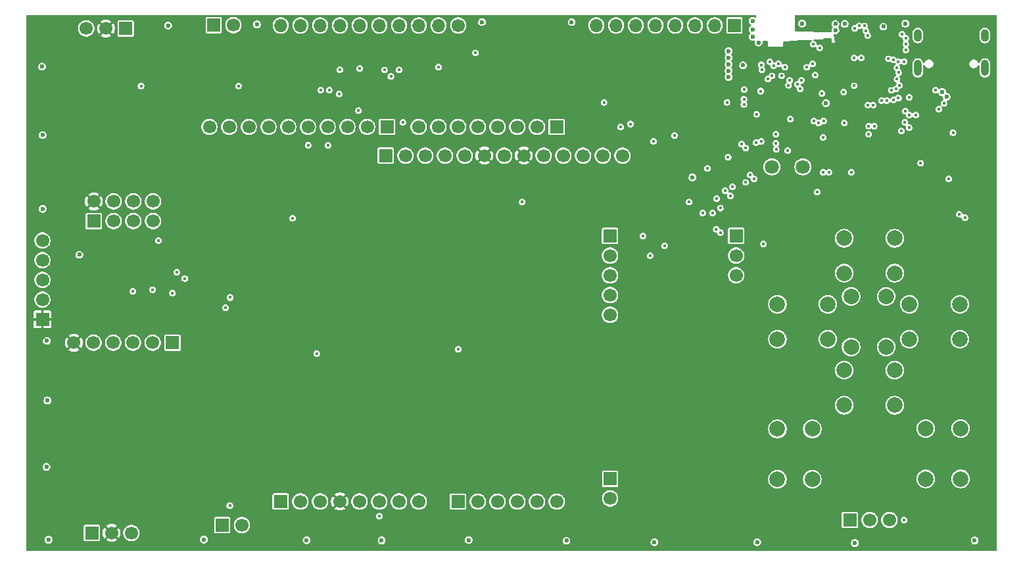
<source format=gbr>
%TF.GenerationSoftware,KiCad,Pcbnew,9.0.6*%
%TF.CreationDate,2025-12-26T21:20:51+11:00*%
%TF.ProjectId,Fipper Zero,46697070-6572-4205-9a65-726f2e6b6963,rev?*%
%TF.SameCoordinates,Original*%
%TF.FileFunction,Copper,L3,Inr*%
%TF.FilePolarity,Positive*%
%FSLAX46Y46*%
G04 Gerber Fmt 4.6, Leading zero omitted, Abs format (unit mm)*
G04 Created by KiCad (PCBNEW 9.0.6) date 2025-12-26 21:20:51*
%MOMM*%
%LPD*%
G01*
G04 APERTURE LIST*
%TA.AperFunction,ComponentPad*%
%ADD10R,1.700000X1.700000*%
%TD*%
%TA.AperFunction,ComponentPad*%
%ADD11C,1.700000*%
%TD*%
%TA.AperFunction,ComponentPad*%
%ADD12C,2.000000*%
%TD*%
%TA.AperFunction,ComponentPad*%
%ADD13O,1.700000X1.700000*%
%TD*%
%TA.AperFunction,HeatsinkPad*%
%ADD14O,1.000000X2.100000*%
%TD*%
%TA.AperFunction,HeatsinkPad*%
%ADD15O,1.000000X1.600000*%
%TD*%
%TA.AperFunction,ComponentPad*%
%ADD16C,1.800000*%
%TD*%
%TA.AperFunction,ViaPad*%
%ADD17C,0.600000*%
%TD*%
%TA.AperFunction,ViaPad*%
%ADD18C,0.450000*%
%TD*%
G04 APERTURE END LIST*
D10*
%TO.N,Net-(J7-Pin_1)*%
%TO.C,J7*%
X146350000Y-104700000D03*
D11*
%TO.N,Net-(J7-Pin_2)*%
X143810000Y-104700000D03*
%TO.N,Net-(J7-Pin_3)*%
X141270000Y-104700000D03*
%TO.N,Net-(J7-Pin_4)*%
X138730000Y-104700000D03*
%TO.N,GND*%
X136190000Y-104700000D03*
%TO.N,+3V3*%
X133650000Y-104700000D03*
%TD*%
D12*
%TO.N,BUTTON_RIGHT*%
%TO.C,SW4*%
X241250000Y-99750000D03*
X247750000Y-99750000D03*
%TO.N,GND*%
X241250000Y-104250000D03*
X247750000Y-104250000D03*
%TD*%
%TO.N,BUTTON_DOWN*%
%TO.C,SW5*%
X232850000Y-108250000D03*
X239350000Y-108250000D03*
%TO.N,GND*%
X232850000Y-112750000D03*
X239350000Y-112750000D03*
%TD*%
D10*
%TO.N,GND*%
%TO.C,J5*%
X136220000Y-89040000D03*
D11*
%TO.N,+3V3*%
X136220000Y-86500000D03*
%TO.N,Net-(J5-Pin_3)*%
X138760000Y-89040000D03*
%TO.N,CC1101_CS*%
X138760000Y-86500000D03*
%TO.N,SPL_R_SCK*%
X141300000Y-89040000D03*
%TO.N,SPL_R_MOSI*%
X141300000Y-86500000D03*
%TO.N,SPL_R_MISO*%
X143840000Y-89040000D03*
%TO.N,unconnected-(J5-Pin_8-Pad8)*%
X143840000Y-86500000D03*
%TD*%
D12*
%TO.N,RESET*%
%TO.C,SW1*%
X243350000Y-122250000D03*
X243350000Y-115750000D03*
%TO.N,GND*%
X247850000Y-122250000D03*
X247850000Y-115750000D03*
%TD*%
%TO.N,BUTTON_LEFT*%
%TO.C,SW3*%
X224250000Y-99750000D03*
X230750000Y-99750000D03*
%TO.N,GND*%
X224250000Y-104250000D03*
X230750000Y-104250000D03*
%TD*%
D10*
%TO.N,SD_CO*%
%TO.C,J8*%
X152760000Y-128200000D03*
D11*
%TO.N,GND*%
X155300000Y-128200000D03*
%TD*%
D12*
%TO.N,BUTTON_OK*%
%TO.C,SW7*%
X233750000Y-105250000D03*
X233750000Y-98750000D03*
%TO.N,GND*%
X238250000Y-105250000D03*
X238250000Y-98750000D03*
%TD*%
D10*
%TO.N,+5V*%
%TO.C,J15*%
X218715000Y-63830000D03*
D13*
%TO.N,Net-(J15-Pin_2)*%
X216175000Y-63830000D03*
%TO.N,Net-(J15-Pin_3)*%
X213635000Y-63830000D03*
%TO.N,Net-(J15-Pin_4)*%
X211095000Y-63830000D03*
%TO.N,Net-(J15-Pin_5)*%
X208555000Y-63830000D03*
%TO.N,Net-(J15-Pin_6)*%
X206015000Y-63830000D03*
%TO.N,Net-(J15-Pin_7)*%
X203475000Y-63830000D03*
%TO.N,GND*%
X200935000Y-63830000D03*
D11*
%TO.N,/+3V3_{EXT}*%
X183155000Y-63830000D03*
D13*
%TO.N,Net-(J15-Pin_10)*%
X180615000Y-63830000D03*
%TO.N,GND*%
X178075000Y-63830000D03*
%TO.N,Net-(J15-Pin_12)*%
X175535000Y-63830000D03*
%TO.N,Net-(J15-Pin_13)*%
X172995000Y-63830000D03*
%TO.N,Net-(J15-Pin_14)*%
X170455000Y-63830000D03*
%TO.N,Net-(J15-Pin_15)*%
X167915000Y-63830000D03*
%TO.N,Net-(J15-Pin_16)*%
X165375000Y-63830000D03*
%TO.N,/iBUTTON_{EXT}*%
X162835000Y-63830000D03*
%TO.N,GND*%
X160295000Y-63830000D03*
%TD*%
D10*
%TO.N,GND*%
%TO.C,J6*%
X151660000Y-63800000D03*
D11*
%TO.N,/iBUTTON_{EXT}*%
X154200000Y-63800000D03*
%TD*%
D14*
%TO.N,GND*%
%TO.C,USB1*%
X250970000Y-69310000D03*
D15*
X250970000Y-65130000D03*
D14*
X242330000Y-69310000D03*
D15*
X242330000Y-65130000D03*
%TD*%
D12*
%TO.N,BUTTON_BACK*%
%TO.C,SW6*%
X224250000Y-122300000D03*
X224250000Y-115800000D03*
%TO.N,GND*%
X228750000Y-122300000D03*
X228750000Y-115800000D03*
%TD*%
D10*
%TO.N,DISPLAY_CS*%
%TO.C,J14*%
X173815000Y-80600000D03*
D11*
%TO.N,DISPLAY_RST*%
X176355000Y-80600000D03*
%TO.N,DISPLAY_DI*%
X178895000Y-80600000D03*
%TO.N,SPL_D_SCK*%
X181435000Y-80600000D03*
%TO.N,SPL_D_MOSI*%
X183975000Y-80600000D03*
%TO.N,+3V3*%
X186515000Y-80600000D03*
%TO.N,GND*%
X189055000Y-80600000D03*
%TO.N,+3V3*%
X191595000Y-80600000D03*
%TO.N,GND*%
X194135000Y-80600000D03*
%TO.N,unconnected-(J14-Pin_10-Pad10)*%
X196675000Y-80600000D03*
%TO.N,unconnected-(J14-Pin_11-Pad11)*%
X199215000Y-80600000D03*
%TO.N,unconnected-(J14-Pin_12-Pad12)*%
X201755000Y-80600000D03*
%TO.N,unconnected-(J14-Pin_13-Pad13)*%
X204295000Y-80600000D03*
%TD*%
D16*
%TO.N,Net-(BZ1-+)*%
%TO.C,BZ1*%
X223550000Y-82050000D03*
%TO.N,GND*%
X227550000Y-82050000D03*
%TD*%
D12*
%TO.N,BUTTON_UP*%
%TO.C,SW2*%
X232850000Y-91250000D03*
X239350000Y-91250000D03*
%TO.N,GND*%
X232850000Y-95750000D03*
X239350000Y-95750000D03*
%TD*%
D10*
%TO.N,IR_TX*%
%TO.C,IR1*%
X135970000Y-129200000D03*
D11*
%TO.N,+3V3*%
X138510000Y-129200000D03*
%TO.N,GND*%
X141050000Y-129200000D03*
%TD*%
D10*
%TO.N,PD2*%
%TO.C,J12*%
X218930000Y-90930000D03*
D11*
%TO.N,+5V*%
X218930000Y-93470000D03*
%TO.N,GND*%
X218930000Y-96010000D03*
%TD*%
D10*
%TO.N,+3V3*%
%TO.C,J10*%
X129600000Y-101690000D03*
D11*
%TO.N,RESET*%
X129600000Y-99150000D03*
%TO.N,I2C_SCL*%
X129600000Y-96610000D03*
%TO.N,I2C_SDA*%
X129600000Y-94070000D03*
%TO.N,GND*%
X129600000Y-91530000D03*
%TD*%
D10*
%TO.N,unconnected-(J11-Pin_1-Pad1)*%
%TO.C,J11*%
X202710000Y-122225000D03*
D11*
%TO.N,unconnected-(J11-Pin_2-Pad2)*%
X202710000Y-124765000D03*
%TD*%
D10*
%TO.N,IR_RX*%
%TO.C,IR2*%
X140320000Y-64230000D03*
D11*
%TO.N,+3V3*%
X137780000Y-64230000D03*
%TO.N,GND*%
X135240000Y-64230000D03*
%TD*%
D10*
%TO.N,NFC_IRQ*%
%TO.C,J4*%
X183120000Y-125165000D03*
D11*
%TO.N,unconnected-(J4-Pin_2-Pad2)*%
X185660000Y-125165000D03*
%TO.N,unconnected-(J4-Pin_3-Pad3)*%
X188200000Y-125165000D03*
%TO.N,unconnected-(J4-Pin_4-Pad4)*%
X190740000Y-125165000D03*
%TO.N,unconnected-(J4-Pin_5-Pad5)*%
X193280000Y-125165000D03*
%TO.N,unconnected-(J4-Pin_6-Pad6)*%
X195820000Y-125165000D03*
%TD*%
D10*
%TO.N,RFID_OUT*%
%TO.C,J13*%
X202700000Y-90950000D03*
D11*
%TO.N,RFID_CARRIER*%
X202700000Y-93490000D03*
%TO.N,RFID_PULL*%
X202700000Y-96030000D03*
%TO.N,GND*%
X202700000Y-98570000D03*
%TO.N,+5V*%
X202700000Y-101110000D03*
%TD*%
D10*
%TO.N,unconnected-(J2-Pin_1-Pad1)*%
%TO.C,J2*%
X160280000Y-125155000D03*
D11*
%TO.N,unconnected-(J2-Pin_2-Pad2)*%
X162820000Y-125155000D03*
%TO.N,unconnected-(J2-Pin_3-Pad3)*%
X165360000Y-125155000D03*
%TO.N,+3V3*%
X167900000Y-125155000D03*
%TO.N,unconnected-(J2-Pin_5-Pad5)*%
X170440000Y-125155000D03*
%TO.N,GND*%
X172980000Y-125155000D03*
X175520000Y-125155000D03*
%TO.N,unconnected-(J2-Pin_8-Pad8)*%
X178060000Y-125155000D03*
%TD*%
D10*
%TO.N,unconnected-(J3-Pin_1-Pad1)*%
%TO.C,J3*%
X195820000Y-76905000D03*
D11*
%TO.N,unconnected-(J3-Pin_2-Pad2)*%
X193280000Y-76905000D03*
%TO.N,unconnected-(J3-Pin_3-Pad3)*%
X190740000Y-76905000D03*
%TO.N,unconnected-(J3-Pin_4-Pad4)*%
X188200000Y-76905000D03*
%TO.N,unconnected-(J3-Pin_5-Pad5)*%
X185660000Y-76905000D03*
%TO.N,unconnected-(J3-Pin_6-Pad6)*%
X183120000Y-76905000D03*
%TO.N,unconnected-(J3-Pin_7-Pad7)*%
X180580000Y-76905000D03*
%TO.N,unconnected-(J3-Pin_8-Pad8)*%
X178040000Y-76905000D03*
%TD*%
D10*
%TO.N,VIBRATION*%
%TO.C,J9*%
X233590000Y-127530000D03*
D11*
%TO.N,+5V*%
X236130000Y-127530000D03*
%TO.N,GND*%
X238670000Y-127530000D03*
%TD*%
D10*
%TO.N,unconnected-(J1-Pin_1-Pad1)*%
%TO.C,J1*%
X173970000Y-76905000D03*
D11*
%TO.N,unconnected-(J1-Pin_2-Pad2)*%
X171430000Y-76905000D03*
%TO.N,NFC_CS*%
X168890000Y-76905000D03*
%TO.N,SPL_R_MOSI*%
X166350000Y-76905000D03*
%TO.N,SPL_R_MISO*%
X163810000Y-76905000D03*
%TO.N,SPL_R_SCK*%
X161270000Y-76905000D03*
%TO.N,GND*%
X158730000Y-76905000D03*
%TO.N,unconnected-(J1-Pin_8-Pad8)*%
X156190000Y-76905000D03*
%TO.N,unconnected-(J1-Pin_9-Pad9)*%
X153650000Y-76905000D03*
%TO.N,unconnected-(J1-Pin_10-Pad10)*%
X151110000Y-76905000D03*
%TD*%
D17*
%TO.N,GND*%
X234220000Y-130500000D03*
X249650000Y-130170000D03*
D18*
X237650000Y-73504000D03*
X224394573Y-68780966D03*
X229570000Y-76404000D03*
D17*
X129640000Y-87460000D03*
X150390000Y-130050000D03*
D18*
X234150000Y-68000000D03*
D17*
X130170000Y-104460000D03*
X219830000Y-68979527D03*
D18*
X222110000Y-72290000D03*
X229987500Y-72597500D03*
D17*
X227440000Y-63600000D03*
X129560000Y-69140000D03*
D18*
X172990000Y-127060000D03*
X240590000Y-127530000D03*
D17*
X129640000Y-77960000D03*
X240730000Y-63602000D03*
X221811765Y-66051527D03*
X221040000Y-64350000D03*
D18*
X240205566Y-77436158D03*
X246300000Y-83590000D03*
D17*
X221040000Y-63260000D03*
X197750000Y-63400000D03*
X197080000Y-130200000D03*
X221640000Y-130380000D03*
X184500000Y-130120000D03*
D18*
X242710000Y-81590000D03*
X245030000Y-74620000D03*
D17*
X186210000Y-63400000D03*
X208410000Y-130380000D03*
X130390000Y-130080000D03*
X231730000Y-64440293D03*
X130130000Y-120690000D03*
X173280000Y-130160000D03*
D18*
X242070000Y-75350000D03*
X224770000Y-70338000D03*
X240563677Y-68484000D03*
D17*
X221050000Y-65290000D03*
D18*
X246864000Y-77640000D03*
D17*
X130240000Y-112140000D03*
X157240000Y-63700000D03*
X145790000Y-63850000D03*
D18*
X230190000Y-76140000D03*
D17*
X163620000Y-130130000D03*
D18*
%TO.N,RESET*%
X225683726Y-71544316D03*
X226825000Y-71435000D03*
X219980000Y-72100000D03*
X142300000Y-71630000D03*
X154850000Y-71630000D03*
D17*
%TO.N,+3V3*%
X152750000Y-122880000D03*
D18*
X225449000Y-72290000D03*
D17*
X246660000Y-82280000D03*
D18*
X240173278Y-72638184D03*
D17*
X237847010Y-75899163D03*
D18*
X138500000Y-126800000D03*
X167920000Y-127090000D03*
D17*
X133650000Y-102450000D03*
X229650000Y-73820000D03*
X133900000Y-86500000D03*
D18*
%TO.N,IR_TX*%
X227190000Y-72030000D03*
X229106018Y-70233546D03*
X219939000Y-73340000D03*
X167791232Y-72685000D03*
%TO.N,IR_RX*%
X229700577Y-66724999D03*
%TO.N,SPL_R_SCK*%
X164910000Y-106080000D03*
%TO.N,NFC_CS*%
X240710000Y-74860000D03*
%TO.N,SPL_R_MOSI*%
X166360000Y-79273768D03*
X230140000Y-78250000D03*
%TO.N,SPL_R_MISO*%
X224075000Y-77855000D03*
X170301232Y-74805000D03*
X163810000Y-79273768D03*
%TO.N,NFC_IRQ*%
X218217282Y-85807718D03*
X236720000Y-76805000D03*
X233760000Y-82755000D03*
X235050000Y-68000000D03*
X183140000Y-105555000D03*
%TO.N,CC1101_CS*%
X240678768Y-76321232D03*
X238907500Y-72202500D03*
X208291232Y-78748768D03*
X239210000Y-73400000D03*
%TO.N,SD_CO*%
X232800000Y-72420000D03*
X215253332Y-82276668D03*
X222152870Y-78780999D03*
X153730000Y-125690000D03*
X228960992Y-76130000D03*
X153773768Y-98873768D03*
%TO.N,VIBRATION*%
X235875000Y-65129998D03*
%TO.N,I2C_SCL*%
X235661935Y-64515908D03*
%TO.N,I2C_SDA*%
X146885000Y-95630000D03*
X230879925Y-82755000D03*
X209707662Y-92197662D03*
X217539561Y-85130000D03*
%TO.N,RFID_OUT*%
X206940000Y-90960000D03*
X239975454Y-71546399D03*
X216375732Y-90073000D03*
X241225000Y-73103201D03*
X216430000Y-86140000D03*
X241240000Y-75380000D03*
%TO.N,RFID_PULL*%
X217904579Y-80825421D03*
X219635000Y-79091010D03*
%TO.N,RFID_CARRIER*%
X207859112Y-93479112D03*
X218472827Y-84605000D03*
X230140000Y-82755000D03*
%TO.N,DISPLAY_RST*%
X240783842Y-66987844D03*
%TO.N,DISPLAY_CS*%
X224075000Y-79010000D03*
X212881232Y-86591232D03*
X220711996Y-83068556D03*
X191390000Y-86580000D03*
%TO.N,SPL_D_SCK*%
X143810000Y-97860000D03*
X241210000Y-76990000D03*
D17*
X213300000Y-83410000D03*
D18*
X239531767Y-72021421D03*
X144531232Y-91528768D03*
X239835345Y-73193436D03*
X161800000Y-88640000D03*
%TO.N,DISPLAY_DI*%
X240786812Y-66243097D03*
%TO.N,SPL_D_MOSI*%
X215901232Y-87988768D03*
X147943768Y-96426232D03*
X214620000Y-87988768D03*
X239640001Y-69297181D03*
%TO.N,PC3*%
X222259078Y-69557913D03*
X223791462Y-69028527D03*
X228039255Y-69238343D03*
D17*
X217965000Y-70475585D03*
D18*
%TO.N,PC0*%
X219939000Y-73990003D03*
X166530000Y-72160000D03*
%TO.N,SWDIO*%
X173643768Y-69576232D03*
X225570000Y-79935000D03*
X176010000Y-76300000D03*
X175530000Y-69570000D03*
%TO.N,SWCLK*%
X174473768Y-70406232D03*
X180610000Y-69210000D03*
X210998332Y-78021668D03*
X221515000Y-78906000D03*
%TO.N,iBUTTON*%
X205325000Y-76525000D03*
X201930000Y-73755000D03*
X239861356Y-69918338D03*
X165430000Y-72160000D03*
%TO.N,UART1_TX*%
X239833470Y-68496255D03*
X204070000Y-76900000D03*
%TO.N,UART1_RX*%
X217760000Y-73735000D03*
X170460000Y-69390000D03*
X185387298Y-67372702D03*
X225930000Y-75894000D03*
X221551232Y-75261232D03*
D17*
X230501955Y-73846575D03*
%TO.N,PA4*%
X231730000Y-63640290D03*
X232930000Y-63639265D03*
D18*
%TO.N,PA6*%
X234225000Y-64205091D03*
D17*
X217965000Y-67978527D03*
%TO.N,PA7*%
X217965000Y-67130000D03*
D18*
X234796266Y-63895000D03*
%TO.N,PB3*%
X232885000Y-76410000D03*
D17*
X217965000Y-68827054D03*
D18*
%TO.N,PB2*%
X235446269Y-63895000D03*
X223266461Y-68503527D03*
X222170000Y-68904527D03*
D17*
X217965000Y-69675582D03*
D18*
%TO.N,PC1*%
X223031232Y-70718768D03*
X167910000Y-69540000D03*
X225825659Y-70910000D03*
X227343019Y-70910000D03*
%TO.N,SPL_D_MISO*%
X225200000Y-69230000D03*
X146360000Y-98290000D03*
X228785000Y-68780527D03*
X223557991Y-70337942D03*
%TO.N,SD_CS*%
X224090000Y-79800000D03*
X221237996Y-83620000D03*
X153196232Y-100193768D03*
X141270000Y-98060000D03*
%TO.N,Net-(U1-PD2)*%
X234150000Y-71600000D03*
X229380000Y-85282718D03*
X236020000Y-76800000D03*
X236010000Y-77855000D03*
%TO.N,CC1101_GO*%
X228886232Y-66255000D03*
D17*
X134350000Y-93355000D03*
%TO.N,PERIPHERAL_POWER*%
X237893768Y-63975000D03*
D18*
X238320000Y-73504000D03*
%TO.N,BUTTON_UP*%
X240300000Y-64962459D03*
%TO.N,BUTTON_LEFT*%
X240786812Y-65500634D03*
%TO.N,BUTTON_RIGHT*%
X248389918Y-88596318D03*
X238547677Y-68136677D03*
%TO.N,BUTTON_DOWN*%
X245700000Y-73880000D03*
X216900732Y-87358268D03*
X216900732Y-90500000D03*
X244631304Y-72163823D03*
X239640000Y-70763281D03*
%TO.N,BUTTON_BACK*%
X239190810Y-68236008D03*
X247700000Y-88140000D03*
%TO.N,BUTTON_OK*%
X220186996Y-79643004D03*
X220184370Y-84053853D03*
X222470000Y-91960000D03*
D17*
%TO.N,USB_D+*%
X245474479Y-72424479D03*
D18*
X235914424Y-74077803D03*
D17*
%TO.N,USB_D-*%
X246040000Y-73026521D03*
D18*
X236600000Y-74078201D03*
%TD*%
%TA.AperFunction,Conductor*%
%TO.N,+3V3*%
G36*
X221479191Y-62519407D02*
G01*
X221515155Y-62568907D01*
X221520000Y-62599500D01*
X221520000Y-62793179D01*
X221501093Y-62851370D01*
X221451593Y-62887334D01*
X221390407Y-62887334D01*
X221350998Y-62863184D01*
X221347314Y-62859500D01*
X221347311Y-62859498D01*
X221347309Y-62859496D01*
X221233189Y-62793609D01*
X221233191Y-62793609D01*
X221180534Y-62779500D01*
X221105892Y-62759500D01*
X220974108Y-62759500D01*
X220899466Y-62779500D01*
X220846809Y-62793609D01*
X220732690Y-62859496D01*
X220639496Y-62952690D01*
X220573609Y-63066809D01*
X220555175Y-63135608D01*
X220539500Y-63194108D01*
X220539500Y-63325892D01*
X220569579Y-63438151D01*
X220573609Y-63453190D01*
X220639496Y-63567309D01*
X220639498Y-63567311D01*
X220639500Y-63567314D01*
X220732686Y-63660500D01*
X220732688Y-63660501D01*
X220732690Y-63660503D01*
X220834466Y-63719264D01*
X220875407Y-63764733D01*
X220881803Y-63825584D01*
X220851210Y-63878572D01*
X220834466Y-63890736D01*
X220732690Y-63949496D01*
X220639496Y-64042690D01*
X220573609Y-64156809D01*
X220570561Y-64168186D01*
X220539500Y-64284108D01*
X220539500Y-64415892D01*
X220563694Y-64506185D01*
X220573609Y-64543190D01*
X220639496Y-64657309D01*
X220639498Y-64657311D01*
X220639500Y-64657314D01*
X220732686Y-64750500D01*
X220732688Y-64750501D01*
X220737183Y-64754996D01*
X220764960Y-64809513D01*
X220755389Y-64869945D01*
X220737185Y-64895000D01*
X220691393Y-64940793D01*
X220649497Y-64982689D01*
X220649496Y-64982690D01*
X220583609Y-65096809D01*
X220567151Y-65158233D01*
X220549500Y-65224108D01*
X220549500Y-65355892D01*
X220573273Y-65444616D01*
X220583609Y-65483190D01*
X220649496Y-65597309D01*
X220649498Y-65597311D01*
X220649500Y-65597314D01*
X220742686Y-65690500D01*
X220742688Y-65690501D01*
X220742690Y-65690503D01*
X220856810Y-65756390D01*
X220856808Y-65756390D01*
X220856812Y-65756391D01*
X220856814Y-65756392D01*
X220984108Y-65790500D01*
X220984110Y-65790500D01*
X221115890Y-65790500D01*
X221115892Y-65790500D01*
X221217079Y-65763387D01*
X221278178Y-65766590D01*
X221325728Y-65805095D01*
X221341564Y-65864195D01*
X221338327Y-65884636D01*
X221331958Y-65908407D01*
X221311265Y-65985635D01*
X221311265Y-66117419D01*
X221333120Y-66198982D01*
X221345374Y-66244717D01*
X221411261Y-66358836D01*
X221411263Y-66358838D01*
X221411265Y-66358841D01*
X221504451Y-66452027D01*
X221504453Y-66452028D01*
X221504455Y-66452030D01*
X221618575Y-66517917D01*
X221618573Y-66517917D01*
X221618577Y-66517918D01*
X221618579Y-66517919D01*
X221745873Y-66552027D01*
X221745875Y-66552027D01*
X221877655Y-66552027D01*
X221877657Y-66552027D01*
X222004951Y-66517919D01*
X222004953Y-66517917D01*
X222004955Y-66517917D01*
X222119074Y-66452030D01*
X222119074Y-66452029D01*
X222119079Y-66452027D01*
X222212265Y-66358841D01*
X222278157Y-66244713D01*
X222312265Y-66117419D01*
X222312265Y-65985635D01*
X222306635Y-65964623D01*
X222309836Y-65903523D01*
X222348341Y-65855972D01*
X222402261Y-65840000D01*
X222932385Y-65840000D01*
X222990576Y-65858907D01*
X223026540Y-65908407D01*
X223031374Y-65937604D01*
X223040000Y-66550000D01*
X223040001Y-66550000D01*
X224989999Y-66550000D01*
X224990000Y-66550000D01*
X225007275Y-65971269D01*
X225027910Y-65913670D01*
X225078461Y-65879200D01*
X225101191Y-65875353D01*
X226580000Y-65800000D01*
X226976873Y-65693521D01*
X227003589Y-65690146D01*
X228384946Y-65704999D01*
X228615173Y-65707475D01*
X228673158Y-65727007D01*
X228708587Y-65776890D01*
X228707929Y-65838072D01*
X228671435Y-65887183D01*
X228663611Y-65892205D01*
X228624969Y-65914515D01*
X228545745Y-65993739D01*
X228489730Y-66090758D01*
X228473518Y-66151263D01*
X228460732Y-66198982D01*
X228460732Y-66311018D01*
X228473545Y-66358836D01*
X228489730Y-66419241D01*
X228545745Y-66516260D01*
X228545747Y-66516263D01*
X228624969Y-66595485D01*
X228624971Y-66595486D01*
X228721991Y-66651501D01*
X228721989Y-66651501D01*
X228721993Y-66651502D01*
X228721995Y-66651503D01*
X228830214Y-66680500D01*
X228830216Y-66680500D01*
X228942248Y-66680500D01*
X228942250Y-66680500D01*
X229050469Y-66651503D01*
X229126577Y-66607561D01*
X229186425Y-66594840D01*
X229242320Y-66619726D01*
X229272913Y-66672714D01*
X229275077Y-66693298D01*
X229275077Y-66781017D01*
X229286242Y-66822686D01*
X229304075Y-66889240D01*
X229360090Y-66986259D01*
X229360092Y-66986262D01*
X229439314Y-67065484D01*
X229439316Y-67065485D01*
X229536336Y-67121500D01*
X229536334Y-67121500D01*
X229536338Y-67121501D01*
X229536340Y-67121502D01*
X229644559Y-67150499D01*
X229644561Y-67150499D01*
X229756593Y-67150499D01*
X229756595Y-67150499D01*
X229864814Y-67121502D01*
X229864816Y-67121500D01*
X229864818Y-67121500D01*
X229893641Y-67104858D01*
X229961840Y-67065484D01*
X230041062Y-66986262D01*
X230097080Y-66889236D01*
X230126077Y-66781017D01*
X230126077Y-66668981D01*
X230097080Y-66560762D01*
X230097078Y-66560759D01*
X230097078Y-66560757D01*
X230041063Y-66463738D01*
X230041062Y-66463736D01*
X229961840Y-66384514D01*
X229961837Y-66384512D01*
X229864817Y-66328497D01*
X229864819Y-66328497D01*
X229822828Y-66317246D01*
X229756595Y-66299499D01*
X229644559Y-66299499D01*
X229590449Y-66313997D01*
X229536338Y-66328496D01*
X229460232Y-66372437D01*
X229400384Y-66385158D01*
X229344488Y-66360271D01*
X229313895Y-66307283D01*
X229311732Y-66286700D01*
X229311732Y-66198983D01*
X229308543Y-66187080D01*
X229282735Y-66090763D01*
X229282733Y-66090760D01*
X229282733Y-66090758D01*
X229226718Y-65993739D01*
X229226717Y-65993737D01*
X229147495Y-65914515D01*
X229147492Y-65914513D01*
X229050472Y-65858498D01*
X229050473Y-65858498D01*
X228985613Y-65841119D01*
X228964850Y-65835555D01*
X228913536Y-65802232D01*
X228891610Y-65745110D01*
X228907446Y-65686010D01*
X228954996Y-65647504D01*
X228991232Y-65640932D01*
X230170000Y-65650000D01*
X230170000Y-65649999D01*
X230170000Y-65589000D01*
X230188907Y-65530809D01*
X230238407Y-65494845D01*
X230269000Y-65490000D01*
X231121000Y-65490000D01*
X231179191Y-65508907D01*
X231215155Y-65558407D01*
X231220000Y-65589000D01*
X231220000Y-66050000D01*
X231220001Y-66050000D01*
X231639999Y-66050000D01*
X231640000Y-66050000D01*
X231506363Y-65040302D01*
X231517472Y-64980136D01*
X231561825Y-64937988D01*
X231622481Y-64929960D01*
X231630113Y-64931684D01*
X231664108Y-64940793D01*
X231664110Y-64940793D01*
X231795890Y-64940793D01*
X231795892Y-64940793D01*
X231923186Y-64906685D01*
X231923188Y-64906683D01*
X231923190Y-64906683D01*
X232037309Y-64840796D01*
X232037309Y-64840795D01*
X232037314Y-64840793D01*
X232130500Y-64747607D01*
X232140202Y-64730803D01*
X232196390Y-64633483D01*
X232196390Y-64633481D01*
X232196392Y-64633479D01*
X232230500Y-64506185D01*
X232230500Y-64374401D01*
X232196392Y-64247107D01*
X232196390Y-64247104D01*
X232196390Y-64247102D01*
X232139793Y-64149073D01*
X233799500Y-64149073D01*
X233799500Y-64261109D01*
X233816441Y-64324333D01*
X233828498Y-64369332D01*
X233884513Y-64466351D01*
X233884515Y-64466354D01*
X233963737Y-64545576D01*
X233963739Y-64545577D01*
X234060759Y-64601592D01*
X234060757Y-64601592D01*
X234060761Y-64601593D01*
X234060763Y-64601594D01*
X234168982Y-64630591D01*
X234168984Y-64630591D01*
X234281016Y-64630591D01*
X234281018Y-64630591D01*
X234389237Y-64601594D01*
X234389239Y-64601592D01*
X234389241Y-64601592D01*
X234440627Y-64571924D01*
X234486263Y-64545576D01*
X234565485Y-64466354D01*
X234621503Y-64369328D01*
X234621504Y-64369322D01*
X234623842Y-64365274D01*
X234669312Y-64324333D01*
X234730162Y-64317937D01*
X234735189Y-64319144D01*
X234740248Y-64320500D01*
X234740249Y-64320500D01*
X234852282Y-64320500D01*
X234852284Y-64320500D01*
X234960503Y-64291503D01*
X234960505Y-64291501D01*
X234960507Y-64291501D01*
X235057522Y-64235489D01*
X235057521Y-64235489D01*
X235057529Y-64235485D01*
X235057534Y-64235479D01*
X235060993Y-64232826D01*
X235087535Y-64223424D01*
X235113562Y-64212663D01*
X235115931Y-64213365D01*
X235118667Y-64212397D01*
X235173048Y-64226984D01*
X235181996Y-64232475D01*
X235185006Y-64235485D01*
X235217014Y-64253965D01*
X235218111Y-64254638D01*
X235237147Y-64276956D01*
X235256771Y-64298749D01*
X235256916Y-64300131D01*
X235257818Y-64301189D01*
X235260099Y-64330420D01*
X235263167Y-64359600D01*
X235262571Y-64362080D01*
X235262580Y-64362189D01*
X235262523Y-64362281D01*
X235261957Y-64364639D01*
X235236435Y-64459890D01*
X235236435Y-64571926D01*
X235260723Y-64662571D01*
X235265433Y-64680149D01*
X235312118Y-64761008D01*
X235321450Y-64777171D01*
X235400672Y-64856393D01*
X235427663Y-64871976D01*
X235468602Y-64917444D01*
X235474998Y-64978294D01*
X235473788Y-64983333D01*
X235458523Y-65040305D01*
X235449500Y-65073980D01*
X235449500Y-65186016D01*
X235463797Y-65239373D01*
X235478498Y-65294239D01*
X235534513Y-65391258D01*
X235534515Y-65391261D01*
X235613737Y-65470483D01*
X235613739Y-65470484D01*
X235710759Y-65526499D01*
X235710757Y-65526499D01*
X235710761Y-65526500D01*
X235710763Y-65526501D01*
X235818982Y-65555498D01*
X235818984Y-65555498D01*
X235931016Y-65555498D01*
X235931018Y-65555498D01*
X236039237Y-65526501D01*
X236039239Y-65526499D01*
X236039241Y-65526499D01*
X236069711Y-65508907D01*
X236136263Y-65470483D01*
X236215485Y-65391261D01*
X236271503Y-65294235D01*
X236300500Y-65186016D01*
X236300500Y-65073980D01*
X236271503Y-64965761D01*
X236237255Y-64906441D01*
X239874500Y-64906441D01*
X239874500Y-65018477D01*
X239880349Y-65040305D01*
X239903498Y-65126700D01*
X239959513Y-65223719D01*
X239959515Y-65223722D01*
X240038737Y-65302944D01*
X240038739Y-65302945D01*
X240135759Y-65358960D01*
X240135757Y-65358960D01*
X240135761Y-65358961D01*
X240135763Y-65358962D01*
X240243982Y-65387959D01*
X240243984Y-65387959D01*
X240262312Y-65387959D01*
X240320503Y-65406866D01*
X240356467Y-65456366D01*
X240361312Y-65486959D01*
X240361312Y-65556652D01*
X240382125Y-65634327D01*
X240390310Y-65664875D01*
X240446274Y-65761806D01*
X240446327Y-65761897D01*
X240486293Y-65801863D01*
X240514069Y-65856378D01*
X240504498Y-65916810D01*
X240486292Y-65941868D01*
X240446326Y-65981834D01*
X240390310Y-66078855D01*
X240383685Y-66103580D01*
X240361312Y-66187079D01*
X240361312Y-66299115D01*
X240384194Y-66384512D01*
X240390310Y-66407338D01*
X240446325Y-66504357D01*
X240446327Y-66504360D01*
X240485950Y-66543983D01*
X240513726Y-66598498D01*
X240504155Y-66658930D01*
X240485949Y-66683988D01*
X240443356Y-66726581D01*
X240387340Y-66823602D01*
X240387339Y-66823607D01*
X240358342Y-66931826D01*
X240358342Y-67043862D01*
X240383914Y-67139299D01*
X240387340Y-67152085D01*
X240419889Y-67208460D01*
X240443357Y-67249107D01*
X240522579Y-67328329D01*
X240522581Y-67328330D01*
X240619601Y-67384345D01*
X240619599Y-67384345D01*
X240619603Y-67384346D01*
X240619605Y-67384347D01*
X240727824Y-67413344D01*
X240727826Y-67413344D01*
X240839858Y-67413344D01*
X240839860Y-67413344D01*
X240948079Y-67384347D01*
X240948081Y-67384345D01*
X240948083Y-67384345D01*
X240976906Y-67367703D01*
X241045105Y-67328329D01*
X241124327Y-67249107D01*
X241180345Y-67152081D01*
X241209342Y-67043862D01*
X241209342Y-66931826D01*
X241180345Y-66823607D01*
X241180343Y-66823604D01*
X241180343Y-66823602D01*
X241124328Y-66726583D01*
X241124327Y-66726581D01*
X241084702Y-66686956D01*
X241056927Y-66632442D01*
X241066498Y-66572010D01*
X241084702Y-66546954D01*
X241127297Y-66504360D01*
X241163768Y-66441190D01*
X241183313Y-66407338D01*
X241183313Y-66407336D01*
X241183315Y-66407334D01*
X241212312Y-66299115D01*
X241212312Y-66187079D01*
X241183315Y-66078860D01*
X241183313Y-66078857D01*
X241183313Y-66078855D01*
X241129492Y-65985636D01*
X241127297Y-65981834D01*
X241087329Y-65941866D01*
X241059554Y-65887352D01*
X241069125Y-65826920D01*
X241087329Y-65801864D01*
X241127297Y-65761897D01*
X241168518Y-65690500D01*
X241183313Y-65664875D01*
X241183313Y-65664873D01*
X241183315Y-65664871D01*
X241212312Y-65556652D01*
X241212312Y-65444616D01*
X241183315Y-65336397D01*
X241183313Y-65336394D01*
X241183313Y-65336392D01*
X241127298Y-65239373D01*
X241127297Y-65239371D01*
X241048075Y-65160149D01*
X241048072Y-65160147D01*
X240951052Y-65104132D01*
X240951054Y-65104132D01*
X240909063Y-65092881D01*
X240842830Y-65075134D01*
X240824500Y-65075134D01*
X240766309Y-65056227D01*
X240730345Y-65006727D01*
X240725500Y-64976134D01*
X240725500Y-64906442D01*
X240725500Y-64906441D01*
X240696503Y-64798222D01*
X240696500Y-64798218D01*
X240696500Y-64798215D01*
X240675016Y-64761004D01*
X241629500Y-64761004D01*
X241629500Y-65498995D01*
X241656420Y-65634327D01*
X241656420Y-65634329D01*
X241709222Y-65761806D01*
X241709228Y-65761817D01*
X241785885Y-65876541D01*
X241883458Y-65974114D01*
X241998182Y-66050771D01*
X241998193Y-66050777D01*
X242045283Y-66070282D01*
X242125672Y-66103580D01*
X242261007Y-66130500D01*
X242261008Y-66130500D01*
X242398992Y-66130500D01*
X242398993Y-66130500D01*
X242534328Y-66103580D01*
X242661811Y-66050775D01*
X242776542Y-65974114D01*
X242874114Y-65876542D01*
X242950775Y-65761811D01*
X243003580Y-65634328D01*
X243030500Y-65498993D01*
X243030500Y-64761007D01*
X243030499Y-64761004D01*
X250269500Y-64761004D01*
X250269500Y-65498995D01*
X250296420Y-65634327D01*
X250296420Y-65634329D01*
X250349222Y-65761806D01*
X250349228Y-65761817D01*
X250425885Y-65876541D01*
X250523458Y-65974114D01*
X250638182Y-66050771D01*
X250638193Y-66050777D01*
X250685283Y-66070282D01*
X250765672Y-66103580D01*
X250901007Y-66130500D01*
X250901008Y-66130500D01*
X251038992Y-66130500D01*
X251038993Y-66130500D01*
X251174328Y-66103580D01*
X251301811Y-66050775D01*
X251416542Y-65974114D01*
X251514114Y-65876542D01*
X251590775Y-65761811D01*
X251643580Y-65634328D01*
X251670500Y-65498993D01*
X251670500Y-64761007D01*
X251643580Y-64625672D01*
X251594087Y-64506184D01*
X251590777Y-64498193D01*
X251590771Y-64498182D01*
X251514114Y-64383458D01*
X251416541Y-64285885D01*
X251301817Y-64209228D01*
X251301806Y-64209222D01*
X251174328Y-64156420D01*
X251038995Y-64129500D01*
X251038993Y-64129500D01*
X250901007Y-64129500D01*
X250901004Y-64129500D01*
X250765672Y-64156420D01*
X250765670Y-64156420D01*
X250638193Y-64209222D01*
X250638182Y-64209228D01*
X250523458Y-64285885D01*
X250425885Y-64383458D01*
X250349228Y-64498182D01*
X250349222Y-64498193D01*
X250296420Y-64625670D01*
X250296420Y-64625672D01*
X250269500Y-64761004D01*
X243030499Y-64761004D01*
X243003580Y-64625672D01*
X242954087Y-64506184D01*
X242950777Y-64498193D01*
X242950771Y-64498182D01*
X242874114Y-64383458D01*
X242776541Y-64285885D01*
X242661817Y-64209228D01*
X242661806Y-64209222D01*
X242534328Y-64156420D01*
X242398995Y-64129500D01*
X242398993Y-64129500D01*
X242261007Y-64129500D01*
X242261004Y-64129500D01*
X242125672Y-64156420D01*
X242125670Y-64156420D01*
X241998193Y-64209222D01*
X241998182Y-64209228D01*
X241883458Y-64285885D01*
X241785885Y-64383458D01*
X241709228Y-64498182D01*
X241709222Y-64498193D01*
X241656420Y-64625670D01*
X241656420Y-64625672D01*
X241629500Y-64761004D01*
X240675016Y-64761004D01*
X240640486Y-64701198D01*
X240640485Y-64701196D01*
X240561263Y-64621974D01*
X240561260Y-64621972D01*
X240464240Y-64565957D01*
X240464242Y-64565957D01*
X240422251Y-64554706D01*
X240356018Y-64536959D01*
X240243982Y-64536959D01*
X240177748Y-64554706D01*
X240135758Y-64565957D01*
X240038739Y-64621972D01*
X239959513Y-64701198D01*
X239903498Y-64798217D01*
X239889489Y-64850500D01*
X239874500Y-64906441D01*
X236237255Y-64906441D01*
X236215485Y-64868735D01*
X236136263Y-64789513D01*
X236136260Y-64789511D01*
X236109273Y-64773930D01*
X236068332Y-64728461D01*
X236061936Y-64667610D01*
X236063138Y-64662603D01*
X236087435Y-64571926D01*
X236087435Y-64459890D01*
X236058438Y-64351671D01*
X236058436Y-64351668D01*
X236058436Y-64351666D01*
X236002421Y-64254647D01*
X236002420Y-64254645D01*
X235923198Y-64175423D01*
X235916829Y-64171746D01*
X235892373Y-64157626D01*
X235873175Y-64136305D01*
X235853130Y-64115773D01*
X235852937Y-64113828D01*
X235851432Y-64112157D01*
X235844285Y-64055231D01*
X235845056Y-64050710D01*
X235871769Y-63951018D01*
X235871769Y-63909108D01*
X237393268Y-63909108D01*
X237393268Y-64040892D01*
X237418834Y-64136305D01*
X237427377Y-64168190D01*
X237493264Y-64282309D01*
X237493266Y-64282311D01*
X237493268Y-64282314D01*
X237586454Y-64375500D01*
X237586456Y-64375501D01*
X237586458Y-64375503D01*
X237700578Y-64441390D01*
X237700576Y-64441390D01*
X237700580Y-64441391D01*
X237700582Y-64441392D01*
X237827876Y-64475500D01*
X237827878Y-64475500D01*
X237959658Y-64475500D01*
X237959660Y-64475500D01*
X238086954Y-64441392D01*
X238086956Y-64441390D01*
X238086958Y-64441390D01*
X238201077Y-64375503D01*
X238201077Y-64375502D01*
X238201082Y-64375500D01*
X238294268Y-64282314D01*
X238294271Y-64282309D01*
X238360158Y-64168190D01*
X238360158Y-64168188D01*
X238360160Y-64168186D01*
X238394268Y-64040892D01*
X238394268Y-63909108D01*
X238360160Y-63781814D01*
X238360158Y-63781811D01*
X238360158Y-63781809D01*
X238294271Y-63667690D01*
X238294269Y-63667688D01*
X238294268Y-63667686D01*
X238201082Y-63574500D01*
X238201079Y-63574498D01*
X238201077Y-63574496D01*
X238134587Y-63536108D01*
X240229500Y-63536108D01*
X240229500Y-63667892D01*
X240254314Y-63760500D01*
X240263609Y-63795190D01*
X240329496Y-63909309D01*
X240329498Y-63909311D01*
X240329500Y-63909314D01*
X240422686Y-64002500D01*
X240422688Y-64002501D01*
X240422690Y-64002503D01*
X240536810Y-64068390D01*
X240536808Y-64068390D01*
X240536812Y-64068391D01*
X240536814Y-64068392D01*
X240664108Y-64102500D01*
X240664110Y-64102500D01*
X240795890Y-64102500D01*
X240795892Y-64102500D01*
X240923186Y-64068392D01*
X240923188Y-64068390D01*
X240923190Y-64068390D01*
X241037309Y-64002503D01*
X241037309Y-64002502D01*
X241037314Y-64002500D01*
X241130500Y-63909314D01*
X241141226Y-63890736D01*
X241196390Y-63795190D01*
X241196390Y-63795188D01*
X241196392Y-63795186D01*
X241230500Y-63667892D01*
X241230500Y-63536108D01*
X241196392Y-63408814D01*
X241196390Y-63408811D01*
X241196390Y-63408809D01*
X241130503Y-63294690D01*
X241130501Y-63294688D01*
X241130500Y-63294686D01*
X241037314Y-63201500D01*
X241037311Y-63201498D01*
X241037309Y-63201496D01*
X240923189Y-63135609D01*
X240923191Y-63135609D01*
X240873799Y-63122375D01*
X240795892Y-63101500D01*
X240664108Y-63101500D01*
X240586200Y-63122375D01*
X240536809Y-63135609D01*
X240422690Y-63201496D01*
X240329496Y-63294690D01*
X240263609Y-63408809D01*
X240248315Y-63465890D01*
X240229500Y-63536108D01*
X238134587Y-63536108D01*
X238086957Y-63508609D01*
X238086959Y-63508609D01*
X238030868Y-63493580D01*
X237959660Y-63474500D01*
X237827876Y-63474500D01*
X237756668Y-63493580D01*
X237700577Y-63508609D01*
X237586458Y-63574496D01*
X237493264Y-63667690D01*
X237427377Y-63781809D01*
X237424329Y-63793186D01*
X237393268Y-63909108D01*
X235871769Y-63909108D01*
X235871769Y-63838982D01*
X235842772Y-63730763D01*
X235842770Y-63730760D01*
X235842770Y-63730758D01*
X235786755Y-63633739D01*
X235786754Y-63633737D01*
X235707532Y-63554515D01*
X235687044Y-63542686D01*
X235610509Y-63498498D01*
X235610511Y-63498498D01*
X235568520Y-63487247D01*
X235502287Y-63469500D01*
X235390251Y-63469500D01*
X235324017Y-63487247D01*
X235282027Y-63498498D01*
X235185006Y-63554514D01*
X235181527Y-63557184D01*
X235123849Y-63577602D01*
X235065185Y-63560219D01*
X235061003Y-63557181D01*
X235057525Y-63554512D01*
X234960506Y-63498498D01*
X234960508Y-63498498D01*
X234918517Y-63487247D01*
X234852284Y-63469500D01*
X234740248Y-63469500D01*
X234674014Y-63487247D01*
X234632024Y-63498498D01*
X234535005Y-63554513D01*
X234455780Y-63633738D01*
X234397422Y-63734817D01*
X234351952Y-63775757D01*
X234291102Y-63782152D01*
X234286065Y-63780943D01*
X234281020Y-63779591D01*
X234281018Y-63779591D01*
X234168982Y-63779591D01*
X234102748Y-63797338D01*
X234060758Y-63808589D01*
X233963739Y-63864604D01*
X233884513Y-63943830D01*
X233828498Y-64040849D01*
X233821654Y-64066392D01*
X233799500Y-64149073D01*
X232139793Y-64149073D01*
X232130503Y-64132983D01*
X232130501Y-64132981D01*
X232130500Y-64132979D01*
X232107813Y-64110292D01*
X232080038Y-64055778D01*
X232089609Y-63995346D01*
X232107815Y-63970287D01*
X232130500Y-63947604D01*
X232196392Y-63833476D01*
X232230500Y-63706182D01*
X232230500Y-63574398D01*
X232230225Y-63573373D01*
X232429500Y-63573373D01*
X232429500Y-63705157D01*
X232449807Y-63780943D01*
X232463609Y-63832455D01*
X232529496Y-63946574D01*
X232529498Y-63946576D01*
X232529500Y-63946579D01*
X232622686Y-64039765D01*
X232622688Y-64039766D01*
X232622690Y-64039768D01*
X232736810Y-64105655D01*
X232736808Y-64105655D01*
X232736812Y-64105656D01*
X232736814Y-64105657D01*
X232864108Y-64139765D01*
X232864110Y-64139765D01*
X232995890Y-64139765D01*
X232995892Y-64139765D01*
X233123186Y-64105657D01*
X233123188Y-64105655D01*
X233123190Y-64105655D01*
X233207727Y-64056848D01*
X233237309Y-64039768D01*
X233237309Y-64039767D01*
X233237314Y-64039765D01*
X233330500Y-63946579D01*
X233338070Y-63933467D01*
X233396390Y-63832455D01*
X233396390Y-63832453D01*
X233396392Y-63832451D01*
X233430500Y-63705157D01*
X233430500Y-63573373D01*
X233396392Y-63446079D01*
X233396390Y-63446076D01*
X233396390Y-63446074D01*
X233330503Y-63331955D01*
X233330501Y-63331953D01*
X233330500Y-63331951D01*
X233237314Y-63238765D01*
X233237311Y-63238763D01*
X233237309Y-63238761D01*
X233123189Y-63172874D01*
X233123191Y-63172874D01*
X233073799Y-63159640D01*
X232995892Y-63138765D01*
X232864108Y-63138765D01*
X232786200Y-63159640D01*
X232736809Y-63172874D01*
X232622690Y-63238761D01*
X232529496Y-63331955D01*
X232463609Y-63446074D01*
X232447336Y-63506809D01*
X232429500Y-63573373D01*
X232230225Y-63573373D01*
X232196392Y-63447104D01*
X232196390Y-63447101D01*
X232196390Y-63447099D01*
X232130503Y-63332980D01*
X232130501Y-63332978D01*
X232130500Y-63332976D01*
X232037314Y-63239790D01*
X232037311Y-63239788D01*
X232037309Y-63239786D01*
X231923189Y-63173899D01*
X231923191Y-63173899D01*
X231872605Y-63160345D01*
X231795892Y-63139790D01*
X231664108Y-63139790D01*
X231587395Y-63160345D01*
X231536809Y-63173899D01*
X231422690Y-63239786D01*
X231329496Y-63332980D01*
X231263609Y-63447099D01*
X231263608Y-63447104D01*
X231229500Y-63574398D01*
X231229500Y-63706182D01*
X231254772Y-63800500D01*
X231263609Y-63833480D01*
X231329496Y-63947599D01*
X231329498Y-63947601D01*
X231329500Y-63947604D01*
X231352185Y-63970289D01*
X231379961Y-64024804D01*
X231370390Y-64085236D01*
X231352185Y-64110293D01*
X231329499Y-64132979D01*
X231263609Y-64247102D01*
X231253217Y-64285886D01*
X231230860Y-64369328D01*
X231229500Y-64374402D01*
X231229500Y-64506184D01*
X231243659Y-64559028D01*
X231240456Y-64620129D01*
X231201951Y-64667679D01*
X231146024Y-64683630D01*
X226626539Y-64591958D01*
X226568744Y-64571874D01*
X226533791Y-64521655D01*
X226529548Y-64493446D01*
X226525533Y-63634108D01*
X226525066Y-63534108D01*
X226939500Y-63534108D01*
X226939500Y-63665892D01*
X226956678Y-63730000D01*
X226973609Y-63793190D01*
X227039496Y-63907309D01*
X227039498Y-63907311D01*
X227039500Y-63907314D01*
X227132686Y-64000500D01*
X227132688Y-64000501D01*
X227132690Y-64000503D01*
X227246810Y-64066390D01*
X227246808Y-64066390D01*
X227246812Y-64066391D01*
X227246814Y-64066392D01*
X227374108Y-64100500D01*
X227374110Y-64100500D01*
X227505890Y-64100500D01*
X227505892Y-64100500D01*
X227633186Y-64066392D01*
X227633188Y-64066390D01*
X227633190Y-64066390D01*
X227747309Y-64000503D01*
X227747309Y-64000502D01*
X227747314Y-64000500D01*
X227840500Y-63907314D01*
X227842722Y-63903465D01*
X227906390Y-63793190D01*
X227906390Y-63793188D01*
X227906392Y-63793186D01*
X227940500Y-63665892D01*
X227940500Y-63534108D01*
X227906392Y-63406814D01*
X227906390Y-63406811D01*
X227906390Y-63406809D01*
X227840503Y-63292690D01*
X227840501Y-63292688D01*
X227840500Y-63292686D01*
X227747314Y-63199500D01*
X227747311Y-63199498D01*
X227747309Y-63199496D01*
X227633189Y-63133609D01*
X227633191Y-63133609D01*
X227583799Y-63120375D01*
X227505892Y-63099500D01*
X227374108Y-63099500D01*
X227296200Y-63120375D01*
X227246809Y-63133609D01*
X227132690Y-63199496D01*
X227039496Y-63292690D01*
X226973609Y-63406809D01*
X226962170Y-63449500D01*
X226939500Y-63534108D01*
X226525066Y-63534108D01*
X226525038Y-63528082D01*
X226520701Y-62599963D01*
X226539336Y-62541684D01*
X226588668Y-62505489D01*
X226619700Y-62500500D01*
X252410500Y-62500500D01*
X252468691Y-62519407D01*
X252504655Y-62568907D01*
X252509500Y-62599500D01*
X252509500Y-131400500D01*
X252490593Y-131458691D01*
X252441093Y-131494655D01*
X252410500Y-131499500D01*
X127599500Y-131499500D01*
X127541309Y-131480593D01*
X127505345Y-131431093D01*
X127500500Y-131400500D01*
X127500500Y-130014108D01*
X129889500Y-130014108D01*
X129889500Y-130145892D01*
X129910935Y-130225890D01*
X129923609Y-130273190D01*
X129989496Y-130387309D01*
X129989498Y-130387311D01*
X129989500Y-130387314D01*
X130082686Y-130480500D01*
X130082688Y-130480501D01*
X130082690Y-130480503D01*
X130196810Y-130546390D01*
X130196808Y-130546390D01*
X130196812Y-130546391D01*
X130196814Y-130546392D01*
X130324108Y-130580500D01*
X130324110Y-130580500D01*
X130455890Y-130580500D01*
X130455892Y-130580500D01*
X130583186Y-130546392D01*
X130583188Y-130546390D01*
X130583190Y-130546390D01*
X130697309Y-130480503D01*
X130697309Y-130480502D01*
X130697314Y-130480500D01*
X130790500Y-130387314D01*
X130807821Y-130357314D01*
X130856390Y-130273190D01*
X130856390Y-130273188D01*
X130856392Y-130273186D01*
X130890500Y-130145892D01*
X130890500Y-130014108D01*
X130856392Y-129886814D01*
X130856390Y-129886811D01*
X130856390Y-129886809D01*
X130790503Y-129772690D01*
X130790501Y-129772688D01*
X130790500Y-129772686D01*
X130697314Y-129679500D01*
X130697311Y-129679498D01*
X130697309Y-129679496D01*
X130583189Y-129613609D01*
X130583191Y-129613609D01*
X130532769Y-129600099D01*
X130455892Y-129579500D01*
X130324108Y-129579500D01*
X130247231Y-129600099D01*
X130196809Y-129613609D01*
X130082690Y-129679496D01*
X129989496Y-129772690D01*
X129923609Y-129886809D01*
X129916428Y-129913609D01*
X129889500Y-130014108D01*
X127500500Y-130014108D01*
X127500500Y-128330253D01*
X134919500Y-128330253D01*
X134919500Y-130069746D01*
X134919501Y-130069758D01*
X134931132Y-130128227D01*
X134931134Y-130128233D01*
X134974201Y-130192686D01*
X134975448Y-130194552D01*
X135041769Y-130238867D01*
X135086231Y-130247711D01*
X135100241Y-130250498D01*
X135100246Y-130250498D01*
X135100252Y-130250500D01*
X135100253Y-130250500D01*
X136839747Y-130250500D01*
X136839748Y-130250500D01*
X136898231Y-130238867D01*
X136964552Y-130194552D01*
X137008867Y-130128231D01*
X137015654Y-130094109D01*
X137020499Y-130069756D01*
X137020500Y-130069748D01*
X137020500Y-129109489D01*
X137360000Y-129109489D01*
X137360000Y-129290510D01*
X137388316Y-129469289D01*
X137444250Y-129641440D01*
X137526430Y-129802728D01*
X137597424Y-129900442D01*
X138066328Y-129431536D01*
X138109901Y-129507007D01*
X138202993Y-129600099D01*
X138278460Y-129643670D01*
X137809556Y-130112574D01*
X137809556Y-130112575D01*
X137907263Y-130183564D01*
X137907269Y-130183568D01*
X138068559Y-130265749D01*
X138240710Y-130321683D01*
X138419490Y-130350000D01*
X138600510Y-130350000D01*
X138779289Y-130321683D01*
X138951440Y-130265749D01*
X139112730Y-130183568D01*
X139112735Y-130183564D01*
X139210442Y-130112575D01*
X139210442Y-130112574D01*
X138741538Y-129643670D01*
X138817007Y-129600099D01*
X138910099Y-129507007D01*
X138953670Y-129431538D01*
X139422574Y-129900442D01*
X139422575Y-129900442D01*
X139493564Y-129802735D01*
X139493568Y-129802730D01*
X139575749Y-129641440D01*
X139631683Y-129469289D01*
X139660000Y-129290510D01*
X139660000Y-129109489D01*
X139659630Y-129107153D01*
X139659630Y-129107152D01*
X139657948Y-129096532D01*
X139999500Y-129096532D01*
X139999500Y-129303467D01*
X140039869Y-129506418D01*
X140119058Y-129697597D01*
X140225443Y-129856814D01*
X140234023Y-129869655D01*
X140380345Y-130015977D01*
X140552402Y-130130941D01*
X140743580Y-130210130D01*
X140946535Y-130250500D01*
X140946536Y-130250500D01*
X141153464Y-130250500D01*
X141153465Y-130250500D01*
X141356420Y-130210130D01*
X141547598Y-130130941D01*
X141719655Y-130015977D01*
X141751524Y-129984108D01*
X149889500Y-129984108D01*
X149889500Y-130115892D01*
X149910077Y-130192686D01*
X149923609Y-130243190D01*
X149989496Y-130357309D01*
X149989498Y-130357311D01*
X149989500Y-130357314D01*
X150082686Y-130450500D01*
X150082688Y-130450501D01*
X150082690Y-130450503D01*
X150196810Y-130516390D01*
X150196808Y-130516390D01*
X150196812Y-130516391D01*
X150196814Y-130516392D01*
X150324108Y-130550500D01*
X150324110Y-130550500D01*
X150455890Y-130550500D01*
X150455892Y-130550500D01*
X150583186Y-130516392D01*
X150583188Y-130516390D01*
X150583190Y-130516390D01*
X150697309Y-130450503D01*
X150697309Y-130450502D01*
X150697314Y-130450500D01*
X150790500Y-130357314D01*
X150811072Y-130321683D01*
X150856390Y-130243190D01*
X150856390Y-130243188D01*
X150856392Y-130243186D01*
X150890500Y-130115892D01*
X150890500Y-130064108D01*
X163119500Y-130064108D01*
X163119500Y-130195892D01*
X163134132Y-130250499D01*
X163153609Y-130323190D01*
X163219496Y-130437309D01*
X163219498Y-130437311D01*
X163219500Y-130437314D01*
X163312686Y-130530500D01*
X163312688Y-130530501D01*
X163312690Y-130530503D01*
X163426810Y-130596390D01*
X163426808Y-130596390D01*
X163426812Y-130596391D01*
X163426814Y-130596392D01*
X163554108Y-130630500D01*
X163554110Y-130630500D01*
X163685890Y-130630500D01*
X163685892Y-130630500D01*
X163813186Y-130596392D01*
X163813188Y-130596390D01*
X163813190Y-130596390D01*
X163927309Y-130530503D01*
X163927309Y-130530502D01*
X163927314Y-130530500D01*
X164020500Y-130437314D01*
X164020503Y-130437309D01*
X164086390Y-130323190D01*
X164086390Y-130323188D01*
X164086392Y-130323186D01*
X164120500Y-130195892D01*
X164120500Y-130094108D01*
X172779500Y-130094108D01*
X172779500Y-130225892D01*
X172805167Y-130321683D01*
X172813609Y-130353190D01*
X172879496Y-130467309D01*
X172879498Y-130467311D01*
X172879500Y-130467314D01*
X172972686Y-130560500D01*
X172972688Y-130560501D01*
X172972690Y-130560503D01*
X173086810Y-130626390D01*
X173086808Y-130626390D01*
X173086812Y-130626391D01*
X173086814Y-130626392D01*
X173214108Y-130660500D01*
X173214110Y-130660500D01*
X173345890Y-130660500D01*
X173345892Y-130660500D01*
X173473186Y-130626392D01*
X173473188Y-130626390D01*
X173473190Y-130626390D01*
X173587309Y-130560503D01*
X173587309Y-130560502D01*
X173587314Y-130560500D01*
X173680500Y-130467314D01*
X173697821Y-130437314D01*
X173746390Y-130353190D01*
X173746390Y-130353188D01*
X173746392Y-130353186D01*
X173780500Y-130225892D01*
X173780500Y-130094108D01*
X173769782Y-130054108D01*
X183999500Y-130054108D01*
X183999500Y-130185892D01*
X184025251Y-130281997D01*
X184033609Y-130313190D01*
X184099496Y-130427309D01*
X184099498Y-130427311D01*
X184099500Y-130427314D01*
X184192686Y-130520500D01*
X184192688Y-130520501D01*
X184192690Y-130520503D01*
X184306810Y-130586390D01*
X184306808Y-130586390D01*
X184306812Y-130586391D01*
X184306814Y-130586392D01*
X184434108Y-130620500D01*
X184434110Y-130620500D01*
X184565890Y-130620500D01*
X184565892Y-130620500D01*
X184693186Y-130586392D01*
X184693188Y-130586390D01*
X184693190Y-130586390D01*
X184807309Y-130520503D01*
X184807309Y-130520502D01*
X184807314Y-130520500D01*
X184900500Y-130427314D01*
X184937522Y-130363190D01*
X184966390Y-130313190D01*
X184966390Y-130313188D01*
X184966392Y-130313186D01*
X185000500Y-130185892D01*
X185000500Y-130134108D01*
X196579500Y-130134108D01*
X196579500Y-130265892D01*
X196602890Y-130353186D01*
X196613609Y-130393190D01*
X196679496Y-130507309D01*
X196679498Y-130507311D01*
X196679500Y-130507314D01*
X196772686Y-130600500D01*
X196772688Y-130600501D01*
X196772690Y-130600503D01*
X196886810Y-130666390D01*
X196886808Y-130666390D01*
X196886812Y-130666391D01*
X196886814Y-130666392D01*
X197014108Y-130700500D01*
X197014110Y-130700500D01*
X197145890Y-130700500D01*
X197145892Y-130700500D01*
X197273186Y-130666392D01*
X197273188Y-130666390D01*
X197273190Y-130666390D01*
X197387309Y-130600503D01*
X197387309Y-130600502D01*
X197387314Y-130600500D01*
X197480500Y-130507314D01*
X197546392Y-130393186D01*
X197567581Y-130314108D01*
X207909500Y-130314108D01*
X207909500Y-130445892D01*
X207932171Y-130530503D01*
X207943609Y-130573190D01*
X208009496Y-130687309D01*
X208009498Y-130687311D01*
X208009500Y-130687314D01*
X208102686Y-130780500D01*
X208102688Y-130780501D01*
X208102690Y-130780503D01*
X208216810Y-130846390D01*
X208216808Y-130846390D01*
X208216812Y-130846391D01*
X208216814Y-130846392D01*
X208344108Y-130880500D01*
X208344110Y-130880500D01*
X208475890Y-130880500D01*
X208475892Y-130880500D01*
X208603186Y-130846392D01*
X208603188Y-130846390D01*
X208603190Y-130846390D01*
X208717309Y-130780503D01*
X208717309Y-130780502D01*
X208717314Y-130780500D01*
X208810500Y-130687314D01*
X208820208Y-130670500D01*
X208876390Y-130573190D01*
X208876390Y-130573188D01*
X208876392Y-130573186D01*
X208910500Y-130445892D01*
X208910500Y-130314108D01*
X221139500Y-130314108D01*
X221139500Y-130445892D01*
X221162171Y-130530503D01*
X221173609Y-130573190D01*
X221239496Y-130687309D01*
X221239498Y-130687311D01*
X221239500Y-130687314D01*
X221332686Y-130780500D01*
X221332688Y-130780501D01*
X221332690Y-130780503D01*
X221446810Y-130846390D01*
X221446808Y-130846390D01*
X221446812Y-130846391D01*
X221446814Y-130846392D01*
X221574108Y-130880500D01*
X221574110Y-130880500D01*
X221705890Y-130880500D01*
X221705892Y-130880500D01*
X221833186Y-130846392D01*
X221833188Y-130846390D01*
X221833190Y-130846390D01*
X221947309Y-130780503D01*
X221947309Y-130780502D01*
X221947314Y-130780500D01*
X222040500Y-130687314D01*
X222050208Y-130670500D01*
X222106390Y-130573190D01*
X222106390Y-130573188D01*
X222106392Y-130573186D01*
X222140500Y-130445892D01*
X222140500Y-130434108D01*
X233719500Y-130434108D01*
X233719500Y-130565892D01*
X233738390Y-130636390D01*
X233753609Y-130693190D01*
X233819496Y-130807309D01*
X233819498Y-130807311D01*
X233819500Y-130807314D01*
X233912686Y-130900500D01*
X233912688Y-130900501D01*
X233912690Y-130900503D01*
X234026810Y-130966390D01*
X234026808Y-130966390D01*
X234026812Y-130966391D01*
X234026814Y-130966392D01*
X234154108Y-131000500D01*
X234154110Y-131000500D01*
X234285890Y-131000500D01*
X234285892Y-131000500D01*
X234413186Y-130966392D01*
X234413188Y-130966390D01*
X234413190Y-130966390D01*
X234527309Y-130900503D01*
X234527309Y-130900502D01*
X234527314Y-130900500D01*
X234620500Y-130807314D01*
X234620503Y-130807309D01*
X234686390Y-130693190D01*
X234686390Y-130693188D01*
X234686392Y-130693186D01*
X234720500Y-130565892D01*
X234720500Y-130434108D01*
X234686392Y-130306814D01*
X234686390Y-130306811D01*
X234686390Y-130306809D01*
X234620503Y-130192690D01*
X234620501Y-130192688D01*
X234620500Y-130192686D01*
X234531922Y-130104108D01*
X249149500Y-130104108D01*
X249149500Y-130235892D01*
X249172890Y-130323186D01*
X249183609Y-130363190D01*
X249249496Y-130477309D01*
X249249498Y-130477311D01*
X249249500Y-130477314D01*
X249342686Y-130570500D01*
X249342688Y-130570501D01*
X249342690Y-130570503D01*
X249456810Y-130636390D01*
X249456808Y-130636390D01*
X249456812Y-130636391D01*
X249456814Y-130636392D01*
X249584108Y-130670500D01*
X249584110Y-130670500D01*
X249715890Y-130670500D01*
X249715892Y-130670500D01*
X249843186Y-130636392D01*
X249843188Y-130636390D01*
X249843190Y-130636390D01*
X249957309Y-130570503D01*
X249957309Y-130570502D01*
X249957314Y-130570500D01*
X250050500Y-130477314D01*
X250056274Y-130467314D01*
X250116390Y-130363190D01*
X250116390Y-130363188D01*
X250116392Y-130363186D01*
X250150500Y-130235892D01*
X250150500Y-130104108D01*
X250116392Y-129976814D01*
X250116390Y-129976811D01*
X250116390Y-129976809D01*
X250050503Y-129862690D01*
X250050501Y-129862688D01*
X250050500Y-129862686D01*
X249957314Y-129769500D01*
X249957311Y-129769498D01*
X249957309Y-129769496D01*
X249843189Y-129703609D01*
X249843191Y-129703609D01*
X249793799Y-129690375D01*
X249715892Y-129669500D01*
X249584108Y-129669500D01*
X249506200Y-129690375D01*
X249456809Y-129703609D01*
X249342690Y-129769496D01*
X249249496Y-129862690D01*
X249183609Y-129976809D01*
X249173615Y-130014108D01*
X249149500Y-130104108D01*
X234531922Y-130104108D01*
X234527314Y-130099500D01*
X234527311Y-130099498D01*
X234527309Y-130099496D01*
X234413189Y-130033609D01*
X234413191Y-130033609D01*
X234347393Y-130015979D01*
X234285892Y-129999500D01*
X234154108Y-129999500D01*
X234092607Y-130015979D01*
X234026809Y-130033609D01*
X233912690Y-130099496D01*
X233819496Y-130192690D01*
X233753609Y-130306809D01*
X233751653Y-130314109D01*
X233719500Y-130434108D01*
X222140500Y-130434108D01*
X222140500Y-130314108D01*
X222106392Y-130186814D01*
X222106390Y-130186811D01*
X222106390Y-130186809D01*
X222040503Y-130072690D01*
X222040501Y-130072688D01*
X222040500Y-130072686D01*
X221947314Y-129979500D01*
X221947311Y-129979498D01*
X221947309Y-129979496D01*
X221833189Y-129913609D01*
X221833191Y-129913609D01*
X221783799Y-129900375D01*
X221705892Y-129879500D01*
X221574108Y-129879500D01*
X221496200Y-129900375D01*
X221446809Y-129913609D01*
X221332690Y-129979496D01*
X221239496Y-130072690D01*
X221173609Y-130186809D01*
X221158503Y-130243186D01*
X221139500Y-130314108D01*
X208910500Y-130314108D01*
X208876392Y-130186814D01*
X208876390Y-130186811D01*
X208876390Y-130186809D01*
X208810503Y-130072690D01*
X208810501Y-130072688D01*
X208810500Y-130072686D01*
X208717314Y-129979500D01*
X208717311Y-129979498D01*
X208717309Y-129979496D01*
X208603189Y-129913609D01*
X208603191Y-129913609D01*
X208553799Y-129900375D01*
X208475892Y-129879500D01*
X208344108Y-129879500D01*
X208266200Y-129900375D01*
X208216809Y-129913609D01*
X208102690Y-129979496D01*
X208009496Y-130072690D01*
X207943609Y-130186809D01*
X207928503Y-130243186D01*
X207909500Y-130314108D01*
X197567581Y-130314108D01*
X197580500Y-130265892D01*
X197580500Y-130134108D01*
X197546392Y-130006814D01*
X197546390Y-130006811D01*
X197546390Y-130006809D01*
X197480503Y-129892690D01*
X197480501Y-129892688D01*
X197480500Y-129892686D01*
X197387314Y-129799500D01*
X197387311Y-129799498D01*
X197387309Y-129799496D01*
X197273189Y-129733609D01*
X197273191Y-129733609D01*
X197220519Y-129719496D01*
X197145892Y-129699500D01*
X197014108Y-129699500D01*
X196939481Y-129719496D01*
X196886809Y-129733609D01*
X196772690Y-129799496D01*
X196679496Y-129892690D01*
X196613609Y-130006809D01*
X196606428Y-130033609D01*
X196579500Y-130134108D01*
X185000500Y-130134108D01*
X185000500Y-130054108D01*
X184966392Y-129926814D01*
X184966390Y-129926811D01*
X184966390Y-129926809D01*
X184900503Y-129812690D01*
X184900501Y-129812688D01*
X184900500Y-129812686D01*
X184807314Y-129719500D01*
X184807311Y-129719498D01*
X184807309Y-129719496D01*
X184693189Y-129653609D01*
X184693191Y-129653609D01*
X184643799Y-129640375D01*
X184565892Y-129619500D01*
X184434108Y-129619500D01*
X184356200Y-129640375D01*
X184306809Y-129653609D01*
X184192690Y-129719496D01*
X184099496Y-129812690D01*
X184033609Y-129926809D01*
X184022891Y-129966809D01*
X183999500Y-130054108D01*
X173769782Y-130054108D01*
X173746392Y-129966814D01*
X173746390Y-129966811D01*
X173746390Y-129966809D01*
X173680503Y-129852690D01*
X173680501Y-129852688D01*
X173680500Y-129852686D01*
X173587314Y-129759500D01*
X173587311Y-129759498D01*
X173587309Y-129759496D01*
X173473189Y-129693609D01*
X173473191Y-129693609D01*
X173420519Y-129679496D01*
X173345892Y-129659500D01*
X173214108Y-129659500D01*
X173139481Y-129679496D01*
X173086809Y-129693609D01*
X172972690Y-129759496D01*
X172879496Y-129852690D01*
X172813609Y-129966809D01*
X172794539Y-130037978D01*
X172779500Y-130094108D01*
X164120500Y-130094108D01*
X164120500Y-130064108D01*
X164086392Y-129936814D01*
X164086390Y-129936811D01*
X164086390Y-129936809D01*
X164020503Y-129822690D01*
X164020501Y-129822688D01*
X164020500Y-129822686D01*
X163927314Y-129729500D01*
X163927311Y-129729498D01*
X163927309Y-129729496D01*
X163813189Y-129663609D01*
X163813191Y-129663609D01*
X163760519Y-129649496D01*
X163685892Y-129629500D01*
X163554108Y-129629500D01*
X163479481Y-129649496D01*
X163426809Y-129663609D01*
X163312690Y-129729496D01*
X163219496Y-129822690D01*
X163153609Y-129936809D01*
X163142170Y-129979500D01*
X163119500Y-130064108D01*
X150890500Y-130064108D01*
X150890500Y-129984108D01*
X150856392Y-129856814D01*
X150856390Y-129856811D01*
X150856390Y-129856809D01*
X150790503Y-129742690D01*
X150790501Y-129742688D01*
X150790500Y-129742686D01*
X150697314Y-129649500D01*
X150697311Y-129649498D01*
X150697309Y-129649496D01*
X150583189Y-129583609D01*
X150583191Y-129583609D01*
X150533799Y-129570375D01*
X150455892Y-129549500D01*
X150324108Y-129549500D01*
X150246200Y-129570375D01*
X150196809Y-129583609D01*
X150082690Y-129649496D01*
X149989496Y-129742690D01*
X149923609Y-129856809D01*
X149913996Y-129892686D01*
X149889500Y-129984108D01*
X141751524Y-129984108D01*
X141865977Y-129869655D01*
X141980941Y-129697598D01*
X142060130Y-129506420D01*
X142100500Y-129303465D01*
X142100500Y-129096535D01*
X142060130Y-128893580D01*
X141980941Y-128702402D01*
X141865977Y-128530345D01*
X141719655Y-128384023D01*
X141639182Y-128330253D01*
X141547597Y-128269058D01*
X141356418Y-128189869D01*
X141153467Y-128149500D01*
X141153465Y-128149500D01*
X140946535Y-128149500D01*
X140946532Y-128149500D01*
X140743581Y-128189869D01*
X140552402Y-128269058D01*
X140380348Y-128384020D01*
X140234020Y-128530348D01*
X140119058Y-128702402D01*
X140039869Y-128893581D01*
X139999500Y-129096532D01*
X139657948Y-129096532D01*
X139631683Y-128930710D01*
X139575749Y-128758559D01*
X139493568Y-128597269D01*
X139493564Y-128597263D01*
X139422575Y-128499556D01*
X139422574Y-128499556D01*
X138953670Y-128968460D01*
X138910099Y-128892993D01*
X138817007Y-128799901D01*
X138741536Y-128756328D01*
X139210442Y-128287424D01*
X139112728Y-128216430D01*
X138951440Y-128134250D01*
X138779289Y-128078316D01*
X138600510Y-128050000D01*
X138419490Y-128050000D01*
X138240710Y-128078316D01*
X138068559Y-128134250D01*
X137907269Y-128216431D01*
X137907265Y-128216433D01*
X137809556Y-128287423D01*
X138278461Y-128756328D01*
X138202993Y-128799901D01*
X138109901Y-128892993D01*
X138066328Y-128968461D01*
X137597423Y-128499556D01*
X137526433Y-128597265D01*
X137526431Y-128597269D01*
X137444250Y-128758559D01*
X137388316Y-128930710D01*
X137360000Y-129109489D01*
X137020500Y-129109489D01*
X137020500Y-128330252D01*
X137020499Y-128330242D01*
X137011981Y-128287423D01*
X137008867Y-128271769D01*
X136964552Y-128205448D01*
X136964548Y-128205445D01*
X136898233Y-128161134D01*
X136898231Y-128161133D01*
X136898228Y-128161132D01*
X136898227Y-128161132D01*
X136839758Y-128149501D01*
X136839748Y-128149500D01*
X135100252Y-128149500D01*
X135100251Y-128149500D01*
X135100241Y-128149501D01*
X135041772Y-128161132D01*
X135041766Y-128161134D01*
X134975451Y-128205445D01*
X134975445Y-128205451D01*
X134931134Y-128271766D01*
X134931132Y-128271772D01*
X134919501Y-128330241D01*
X134919500Y-128330253D01*
X127500500Y-128330253D01*
X127500500Y-127330253D01*
X151709500Y-127330253D01*
X151709500Y-129069746D01*
X151709501Y-129069758D01*
X151721132Y-129128227D01*
X151721134Y-129128233D01*
X151725104Y-129134174D01*
X151765448Y-129194552D01*
X151831769Y-129238867D01*
X151876231Y-129247711D01*
X151890241Y-129250498D01*
X151890246Y-129250498D01*
X151890252Y-129250500D01*
X151890253Y-129250500D01*
X153629747Y-129250500D01*
X153629748Y-129250500D01*
X153688231Y-129238867D01*
X153754552Y-129194552D01*
X153798867Y-129128231D01*
X153810500Y-129069748D01*
X153810500Y-128096532D01*
X154249500Y-128096532D01*
X154249500Y-128303467D01*
X154289869Y-128506418D01*
X154369058Y-128697597D01*
X154437415Y-128799901D01*
X154484023Y-128869655D01*
X154630345Y-129015977D01*
X154802402Y-129130941D01*
X154993580Y-129210130D01*
X155196535Y-129250500D01*
X155196536Y-129250500D01*
X155403464Y-129250500D01*
X155403465Y-129250500D01*
X155606420Y-129210130D01*
X155797598Y-129130941D01*
X155969655Y-129015977D01*
X156115977Y-128869655D01*
X156230941Y-128697598D01*
X156310130Y-128506420D01*
X156350500Y-128303465D01*
X156350500Y-128096535D01*
X156310130Y-127893580D01*
X156230941Y-127702402D01*
X156115977Y-127530345D01*
X155969655Y-127384023D01*
X155942327Y-127365763D01*
X155797597Y-127269058D01*
X155606418Y-127189869D01*
X155403467Y-127149500D01*
X155403465Y-127149500D01*
X155196535Y-127149500D01*
X155196532Y-127149500D01*
X154993581Y-127189869D01*
X154802402Y-127269058D01*
X154630348Y-127384020D01*
X154484020Y-127530348D01*
X154369058Y-127702402D01*
X154289869Y-127893581D01*
X154249500Y-128096532D01*
X153810500Y-128096532D01*
X153810500Y-127330252D01*
X153798867Y-127271769D01*
X153754552Y-127205448D01*
X153754548Y-127205445D01*
X153688233Y-127161134D01*
X153688231Y-127161133D01*
X153688228Y-127161132D01*
X153688227Y-127161132D01*
X153629758Y-127149501D01*
X153629748Y-127149500D01*
X151890252Y-127149500D01*
X151890251Y-127149500D01*
X151890241Y-127149501D01*
X151831772Y-127161132D01*
X151831766Y-127161134D01*
X151765451Y-127205445D01*
X151765445Y-127205451D01*
X151721134Y-127271766D01*
X151721132Y-127271772D01*
X151709501Y-127330241D01*
X151709500Y-127330253D01*
X127500500Y-127330253D01*
X127500500Y-127003982D01*
X172564500Y-127003982D01*
X172564500Y-127116018D01*
X172588462Y-127205445D01*
X172593498Y-127224241D01*
X172620941Y-127271772D01*
X172649515Y-127321263D01*
X172728737Y-127400485D01*
X172728739Y-127400486D01*
X172825759Y-127456501D01*
X172825757Y-127456501D01*
X172825761Y-127456502D01*
X172825763Y-127456503D01*
X172933982Y-127485500D01*
X172933984Y-127485500D01*
X173046016Y-127485500D01*
X173046018Y-127485500D01*
X173154237Y-127456503D01*
X173154239Y-127456501D01*
X173154241Y-127456501D01*
X173206148Y-127426532D01*
X173251263Y-127400485D01*
X173330485Y-127321263D01*
X173386503Y-127224237D01*
X173415500Y-127116018D01*
X173415500Y-127003982D01*
X173386503Y-126895763D01*
X173386501Y-126895760D01*
X173386501Y-126895758D01*
X173330486Y-126798739D01*
X173330485Y-126798737D01*
X173251263Y-126719515D01*
X173241751Y-126714023D01*
X173154240Y-126663498D01*
X173154242Y-126663498D01*
X173142127Y-126660252D01*
X232539500Y-126660252D01*
X232539500Y-128399746D01*
X232539501Y-128399758D01*
X232551132Y-128458227D01*
X232551134Y-128458233D01*
X232578746Y-128499556D01*
X232595448Y-128524552D01*
X232661769Y-128568867D01*
X232706231Y-128577711D01*
X232720241Y-128580498D01*
X232720246Y-128580498D01*
X232720252Y-128580500D01*
X232720253Y-128580500D01*
X234459747Y-128580500D01*
X234459748Y-128580500D01*
X234518231Y-128568867D01*
X234584552Y-128524552D01*
X234628867Y-128458231D01*
X234640500Y-128399748D01*
X234640500Y-127426532D01*
X235079500Y-127426532D01*
X235079500Y-127633467D01*
X235119869Y-127836418D01*
X235199058Y-128027597D01*
X235288284Y-128161134D01*
X235314023Y-128199655D01*
X235460345Y-128345977D01*
X235632402Y-128460941D01*
X235823580Y-128540130D01*
X236026535Y-128580500D01*
X236026536Y-128580500D01*
X236233464Y-128580500D01*
X236233465Y-128580500D01*
X236436420Y-128540130D01*
X236627598Y-128460941D01*
X236799655Y-128345977D01*
X236945977Y-128199655D01*
X237060941Y-128027598D01*
X237140130Y-127836420D01*
X237180500Y-127633465D01*
X237180500Y-127426535D01*
X237180499Y-127426532D01*
X237619500Y-127426532D01*
X237619500Y-127633467D01*
X237659869Y-127836418D01*
X237739058Y-128027597D01*
X237828284Y-128161134D01*
X237854023Y-128199655D01*
X238000345Y-128345977D01*
X238172402Y-128460941D01*
X238363580Y-128540130D01*
X238566535Y-128580500D01*
X238566536Y-128580500D01*
X238773464Y-128580500D01*
X238773465Y-128580500D01*
X238976420Y-128540130D01*
X239167598Y-128460941D01*
X239339655Y-128345977D01*
X239485977Y-128199655D01*
X239600941Y-128027598D01*
X239680130Y-127836420D01*
X239720500Y-127633465D01*
X239720500Y-127473982D01*
X240164500Y-127473982D01*
X240164500Y-127586018D01*
X240177214Y-127633467D01*
X240193498Y-127694241D01*
X240249513Y-127791260D01*
X240249515Y-127791263D01*
X240328737Y-127870485D01*
X240328739Y-127870486D01*
X240425759Y-127926501D01*
X240425757Y-127926501D01*
X240425761Y-127926502D01*
X240425763Y-127926503D01*
X240533982Y-127955500D01*
X240533984Y-127955500D01*
X240646016Y-127955500D01*
X240646018Y-127955500D01*
X240754237Y-127926503D01*
X240754239Y-127926501D01*
X240754241Y-127926501D01*
X240783064Y-127909859D01*
X240851263Y-127870485D01*
X240930485Y-127791263D01*
X240986503Y-127694237D01*
X241015500Y-127586018D01*
X241015500Y-127473982D01*
X240986503Y-127365763D01*
X240986501Y-127365760D01*
X240986501Y-127365758D01*
X240932237Y-127271772D01*
X240930485Y-127268737D01*
X240851263Y-127189515D01*
X240851260Y-127189513D01*
X240754240Y-127133498D01*
X240754242Y-127133498D01*
X240712251Y-127122247D01*
X240646018Y-127104500D01*
X240533982Y-127104500D01*
X240467748Y-127122247D01*
X240425758Y-127133498D01*
X240328739Y-127189513D01*
X240249513Y-127268739D01*
X240193498Y-127365758D01*
X240193497Y-127365763D01*
X240164500Y-127473982D01*
X239720500Y-127473982D01*
X239720500Y-127426535D01*
X239680130Y-127223580D01*
X239600941Y-127032402D01*
X239485977Y-126860345D01*
X239339655Y-126714023D01*
X239339651Y-126714020D01*
X239167597Y-126599058D01*
X238976418Y-126519869D01*
X238773467Y-126479500D01*
X238773465Y-126479500D01*
X238566535Y-126479500D01*
X238566532Y-126479500D01*
X238363581Y-126519869D01*
X238172402Y-126599058D01*
X238000348Y-126714020D01*
X237854020Y-126860348D01*
X237739058Y-127032402D01*
X237659869Y-127223581D01*
X237619500Y-127426532D01*
X237180499Y-127426532D01*
X237140130Y-127223580D01*
X237060941Y-127032402D01*
X236945977Y-126860345D01*
X236799655Y-126714023D01*
X236799651Y-126714020D01*
X236627597Y-126599058D01*
X236436418Y-126519869D01*
X236233467Y-126479500D01*
X236233465Y-126479500D01*
X236026535Y-126479500D01*
X236026532Y-126479500D01*
X235823581Y-126519869D01*
X235632402Y-126599058D01*
X235460348Y-126714020D01*
X235314020Y-126860348D01*
X235199058Y-127032402D01*
X235119869Y-127223581D01*
X235079500Y-127426532D01*
X234640500Y-127426532D01*
X234640500Y-126660252D01*
X234628867Y-126601769D01*
X234584552Y-126535448D01*
X234584548Y-126535445D01*
X234518233Y-126491134D01*
X234518231Y-126491133D01*
X234518228Y-126491132D01*
X234518227Y-126491132D01*
X234459758Y-126479501D01*
X234459748Y-126479500D01*
X232720252Y-126479500D01*
X232720251Y-126479500D01*
X232720241Y-126479501D01*
X232661772Y-126491132D01*
X232661766Y-126491134D01*
X232595451Y-126535445D01*
X232595445Y-126535451D01*
X232551134Y-126601766D01*
X232551132Y-126601772D01*
X232539501Y-126660241D01*
X232539500Y-126660252D01*
X173142127Y-126660252D01*
X173112251Y-126652247D01*
X173046018Y-126634500D01*
X172933982Y-126634500D01*
X172867748Y-126652247D01*
X172825758Y-126663498D01*
X172728739Y-126719513D01*
X172649513Y-126798739D01*
X172593498Y-126895758D01*
X172593497Y-126895763D01*
X172564500Y-127003982D01*
X127500500Y-127003982D01*
X127500500Y-125633982D01*
X153304500Y-125633982D01*
X153304500Y-125746018D01*
X153323117Y-125815499D01*
X153333498Y-125854241D01*
X153389513Y-125951260D01*
X153389515Y-125951263D01*
X153468737Y-126030485D01*
X153468739Y-126030486D01*
X153565759Y-126086501D01*
X153565757Y-126086501D01*
X153565761Y-126086502D01*
X153565763Y-126086503D01*
X153673982Y-126115500D01*
X153673984Y-126115500D01*
X153786016Y-126115500D01*
X153786018Y-126115500D01*
X153894237Y-126086503D01*
X153894239Y-126086501D01*
X153894241Y-126086501D01*
X153927023Y-126067574D01*
X153991263Y-126030485D01*
X154070485Y-125951263D01*
X154109859Y-125883064D01*
X154126501Y-125854241D01*
X154126501Y-125854239D01*
X154126503Y-125854237D01*
X154155500Y-125746018D01*
X154155500Y-125633982D01*
X154126503Y-125525763D01*
X154126501Y-125525760D01*
X154126501Y-125525758D01*
X154070486Y-125428739D01*
X154070485Y-125428737D01*
X153991263Y-125349515D01*
X153988627Y-125347993D01*
X153894240Y-125293498D01*
X153894242Y-125293498D01*
X153852251Y-125282247D01*
X153786018Y-125264500D01*
X153673982Y-125264500D01*
X153607748Y-125282247D01*
X153565758Y-125293498D01*
X153468739Y-125349513D01*
X153389513Y-125428739D01*
X153333498Y-125525758D01*
X153333497Y-125525763D01*
X153304500Y-125633982D01*
X127500500Y-125633982D01*
X127500500Y-124285253D01*
X159229500Y-124285253D01*
X159229500Y-126024746D01*
X159229501Y-126024758D01*
X159241132Y-126083227D01*
X159241134Y-126083233D01*
X159285445Y-126149548D01*
X159285448Y-126149552D01*
X159351769Y-126193867D01*
X159396231Y-126202711D01*
X159410241Y-126205498D01*
X159410246Y-126205498D01*
X159410252Y-126205500D01*
X159410253Y-126205500D01*
X161149747Y-126205500D01*
X161149748Y-126205500D01*
X161208231Y-126193867D01*
X161274552Y-126149552D01*
X161318867Y-126083231D01*
X161330500Y-126024748D01*
X161330500Y-125051532D01*
X161769500Y-125051532D01*
X161769500Y-125258467D01*
X161809869Y-125461418D01*
X161889058Y-125652597D01*
X161997905Y-125815499D01*
X162004023Y-125824655D01*
X162150345Y-125970977D01*
X162322402Y-126085941D01*
X162513580Y-126165130D01*
X162716535Y-126205500D01*
X162716536Y-126205500D01*
X162923464Y-126205500D01*
X162923465Y-126205500D01*
X163126420Y-126165130D01*
X163317598Y-126085941D01*
X163489655Y-125970977D01*
X163635977Y-125824655D01*
X163750941Y-125652598D01*
X163830130Y-125461420D01*
X163870500Y-125258465D01*
X163870500Y-125051535D01*
X163870499Y-125051532D01*
X164309500Y-125051532D01*
X164309500Y-125258467D01*
X164349869Y-125461418D01*
X164429058Y-125652597D01*
X164537905Y-125815499D01*
X164544023Y-125824655D01*
X164690345Y-125970977D01*
X164862402Y-126085941D01*
X165053580Y-126165130D01*
X165256535Y-126205500D01*
X165256536Y-126205500D01*
X165463464Y-126205500D01*
X165463465Y-126205500D01*
X165666420Y-126165130D01*
X165857598Y-126085941D01*
X166029655Y-125970977D01*
X166175977Y-125824655D01*
X166290941Y-125652598D01*
X166370130Y-125461420D01*
X166410500Y-125258465D01*
X166410500Y-125064489D01*
X166750000Y-125064489D01*
X166750000Y-125245510D01*
X166778316Y-125424289D01*
X166834250Y-125596440D01*
X166916430Y-125757728D01*
X166987424Y-125855442D01*
X167456328Y-125386536D01*
X167499901Y-125462007D01*
X167592993Y-125555099D01*
X167668460Y-125598670D01*
X167199556Y-126067574D01*
X167199556Y-126067575D01*
X167297263Y-126138564D01*
X167297269Y-126138568D01*
X167458559Y-126220749D01*
X167630710Y-126276683D01*
X167809490Y-126305000D01*
X167990510Y-126305000D01*
X168169289Y-126276683D01*
X168341440Y-126220749D01*
X168502730Y-126138568D01*
X168502735Y-126138564D01*
X168600442Y-126067575D01*
X168600442Y-126067574D01*
X168131538Y-125598670D01*
X168207007Y-125555099D01*
X168300099Y-125462007D01*
X168343670Y-125386538D01*
X168812574Y-125855442D01*
X168812575Y-125855442D01*
X168883564Y-125757735D01*
X168883568Y-125757730D01*
X168965749Y-125596440D01*
X169021683Y-125424289D01*
X169050000Y-125245510D01*
X169050000Y-125064489D01*
X169049630Y-125062153D01*
X169049630Y-125062152D01*
X169047948Y-125051532D01*
X169389500Y-125051532D01*
X169389500Y-125258467D01*
X169429869Y-125461418D01*
X169509058Y-125652597D01*
X169617905Y-125815499D01*
X169624023Y-125824655D01*
X169770345Y-125970977D01*
X169942402Y-126085941D01*
X170133580Y-126165130D01*
X170336535Y-126205500D01*
X170336536Y-126205500D01*
X170543464Y-126205500D01*
X170543465Y-126205500D01*
X170746420Y-126165130D01*
X170937598Y-126085941D01*
X171109655Y-125970977D01*
X171255977Y-125824655D01*
X171370941Y-125652598D01*
X171450130Y-125461420D01*
X171490500Y-125258465D01*
X171490500Y-125051535D01*
X171490499Y-125051532D01*
X171929500Y-125051532D01*
X171929500Y-125258467D01*
X171969869Y-125461418D01*
X172049058Y-125652597D01*
X172157905Y-125815499D01*
X172164023Y-125824655D01*
X172310345Y-125970977D01*
X172482402Y-126085941D01*
X172673580Y-126165130D01*
X172876535Y-126205500D01*
X172876536Y-126205500D01*
X173083464Y-126205500D01*
X173083465Y-126205500D01*
X173286420Y-126165130D01*
X173477598Y-126085941D01*
X173649655Y-125970977D01*
X173795977Y-125824655D01*
X173910941Y-125652598D01*
X173990130Y-125461420D01*
X174030500Y-125258465D01*
X174030500Y-125051535D01*
X174030499Y-125051532D01*
X174469500Y-125051532D01*
X174469500Y-125258467D01*
X174509869Y-125461418D01*
X174589058Y-125652597D01*
X174697905Y-125815499D01*
X174704023Y-125824655D01*
X174850345Y-125970977D01*
X175022402Y-126085941D01*
X175213580Y-126165130D01*
X175416535Y-126205500D01*
X175416536Y-126205500D01*
X175623464Y-126205500D01*
X175623465Y-126205500D01*
X175826420Y-126165130D01*
X176017598Y-126085941D01*
X176189655Y-125970977D01*
X176335977Y-125824655D01*
X176450941Y-125652598D01*
X176530130Y-125461420D01*
X176570500Y-125258465D01*
X176570500Y-125051535D01*
X176570499Y-125051532D01*
X177009500Y-125051532D01*
X177009500Y-125258467D01*
X177049869Y-125461418D01*
X177129058Y-125652597D01*
X177237905Y-125815499D01*
X177244023Y-125824655D01*
X177390345Y-125970977D01*
X177562402Y-126085941D01*
X177753580Y-126165130D01*
X177956535Y-126205500D01*
X177956536Y-126205500D01*
X178163464Y-126205500D01*
X178163465Y-126205500D01*
X178366420Y-126165130D01*
X178557598Y-126085941D01*
X178729655Y-125970977D01*
X178875977Y-125824655D01*
X178990941Y-125652598D01*
X179070130Y-125461420D01*
X179110500Y-125258465D01*
X179110500Y-125051535D01*
X179070130Y-124848580D01*
X178990941Y-124657402D01*
X178875977Y-124485345D01*
X178729655Y-124339023D01*
X178729651Y-124339020D01*
X178664149Y-124295253D01*
X182069500Y-124295253D01*
X182069500Y-126034746D01*
X182069501Y-126034758D01*
X182081132Y-126093227D01*
X182081134Y-126093233D01*
X182118763Y-126149548D01*
X182125448Y-126159552D01*
X182191769Y-126203867D01*
X182236231Y-126212711D01*
X182250241Y-126215498D01*
X182250246Y-126215498D01*
X182250252Y-126215500D01*
X182250253Y-126215500D01*
X183989747Y-126215500D01*
X183989748Y-126215500D01*
X184048231Y-126203867D01*
X184114552Y-126159552D01*
X184158867Y-126093231D01*
X184170500Y-126034748D01*
X184170500Y-125061532D01*
X184609500Y-125061532D01*
X184609500Y-125268467D01*
X184649869Y-125471418D01*
X184729058Y-125662597D01*
X184837341Y-125824655D01*
X184844023Y-125834655D01*
X184990345Y-125980977D01*
X185162402Y-126095941D01*
X185353580Y-126175130D01*
X185556535Y-126215500D01*
X185556536Y-126215500D01*
X185763464Y-126215500D01*
X185763465Y-126215500D01*
X185966420Y-126175130D01*
X186157598Y-126095941D01*
X186329655Y-125980977D01*
X186475977Y-125834655D01*
X186590941Y-125662598D01*
X186670130Y-125471420D01*
X186710500Y-125268465D01*
X186710500Y-125061535D01*
X186710499Y-125061532D01*
X187149500Y-125061532D01*
X187149500Y-125268467D01*
X187189869Y-125471418D01*
X187269058Y-125662597D01*
X187377341Y-125824655D01*
X187384023Y-125834655D01*
X187530345Y-125980977D01*
X187702402Y-126095941D01*
X187893580Y-126175130D01*
X188096535Y-126215500D01*
X188096536Y-126215500D01*
X188303464Y-126215500D01*
X188303465Y-126215500D01*
X188506420Y-126175130D01*
X188697598Y-126095941D01*
X188869655Y-125980977D01*
X189015977Y-125834655D01*
X189130941Y-125662598D01*
X189210130Y-125471420D01*
X189250500Y-125268465D01*
X189250500Y-125061535D01*
X189250499Y-125061532D01*
X189689500Y-125061532D01*
X189689500Y-125268467D01*
X189729869Y-125471418D01*
X189809058Y-125662597D01*
X189917341Y-125824655D01*
X189924023Y-125834655D01*
X190070345Y-125980977D01*
X190242402Y-126095941D01*
X190433580Y-126175130D01*
X190636535Y-126215500D01*
X190636536Y-126215500D01*
X190843464Y-126215500D01*
X190843465Y-126215500D01*
X191046420Y-126175130D01*
X191237598Y-126095941D01*
X191409655Y-125980977D01*
X191555977Y-125834655D01*
X191670941Y-125662598D01*
X191750130Y-125471420D01*
X191790500Y-125268465D01*
X191790500Y-125061535D01*
X191790499Y-125061532D01*
X192229500Y-125061532D01*
X192229500Y-125268467D01*
X192269869Y-125471418D01*
X192349058Y-125662597D01*
X192457341Y-125824655D01*
X192464023Y-125834655D01*
X192610345Y-125980977D01*
X192782402Y-126095941D01*
X192973580Y-126175130D01*
X193176535Y-126215500D01*
X193176536Y-126215500D01*
X193383464Y-126215500D01*
X193383465Y-126215500D01*
X193586420Y-126175130D01*
X193777598Y-126095941D01*
X193949655Y-125980977D01*
X194095977Y-125834655D01*
X194210941Y-125662598D01*
X194290130Y-125471420D01*
X194330500Y-125268465D01*
X194330500Y-125061535D01*
X194330499Y-125061532D01*
X194769500Y-125061532D01*
X194769500Y-125268467D01*
X194809869Y-125471418D01*
X194889058Y-125662597D01*
X194997341Y-125824655D01*
X195004023Y-125834655D01*
X195150345Y-125980977D01*
X195322402Y-126095941D01*
X195513580Y-126175130D01*
X195716535Y-126215500D01*
X195716536Y-126215500D01*
X195923464Y-126215500D01*
X195923465Y-126215500D01*
X196126420Y-126175130D01*
X196317598Y-126095941D01*
X196489655Y-125980977D01*
X196635977Y-125834655D01*
X196750941Y-125662598D01*
X196830130Y-125471420D01*
X196870500Y-125268465D01*
X196870500Y-125061535D01*
X196830130Y-124858580D01*
X196750941Y-124667402D01*
X196747019Y-124661532D01*
X201659500Y-124661532D01*
X201659500Y-124868467D01*
X201699869Y-125071418D01*
X201779058Y-125262597D01*
X201890070Y-125428739D01*
X201894023Y-125434655D01*
X202040345Y-125580977D01*
X202212402Y-125695941D01*
X202403580Y-125775130D01*
X202606535Y-125815500D01*
X202606536Y-125815500D01*
X202813464Y-125815500D01*
X202813465Y-125815500D01*
X203016420Y-125775130D01*
X203207598Y-125695941D01*
X203379655Y-125580977D01*
X203525977Y-125434655D01*
X203640941Y-125262598D01*
X203720130Y-125071420D01*
X203760500Y-124868465D01*
X203760500Y-124661535D01*
X203720130Y-124458580D01*
X203640941Y-124267402D01*
X203525977Y-124095345D01*
X203379655Y-123949023D01*
X203207598Y-123834059D01*
X203207599Y-123834059D01*
X203207597Y-123834058D01*
X203016418Y-123754869D01*
X202813467Y-123714500D01*
X202813465Y-123714500D01*
X202606535Y-123714500D01*
X202606532Y-123714500D01*
X202403581Y-123754869D01*
X202212402Y-123834058D01*
X202040348Y-123949020D01*
X201894020Y-124095348D01*
X201779058Y-124267402D01*
X201699869Y-124458581D01*
X201659500Y-124661532D01*
X196747019Y-124661532D01*
X196635977Y-124495345D01*
X196489655Y-124349023D01*
X196474689Y-124339023D01*
X196317597Y-124234058D01*
X196126418Y-124154869D01*
X195923467Y-124114500D01*
X195923465Y-124114500D01*
X195716535Y-124114500D01*
X195716532Y-124114500D01*
X195513581Y-124154869D01*
X195322402Y-124234058D01*
X195150348Y-124349020D01*
X195004020Y-124495348D01*
X194889058Y-124667402D01*
X194809869Y-124858581D01*
X194769500Y-125061532D01*
X194330499Y-125061532D01*
X194290130Y-124858580D01*
X194210941Y-124667402D01*
X194095977Y-124495345D01*
X193949655Y-124349023D01*
X193934689Y-124339023D01*
X193777597Y-124234058D01*
X193586418Y-124154869D01*
X193383467Y-124114500D01*
X193383465Y-124114500D01*
X193176535Y-124114500D01*
X193176532Y-124114500D01*
X192973581Y-124154869D01*
X192782402Y-124234058D01*
X192610348Y-124349020D01*
X192464020Y-124495348D01*
X192349058Y-124667402D01*
X192269869Y-124858581D01*
X192229500Y-125061532D01*
X191790499Y-125061532D01*
X191750130Y-124858580D01*
X191670941Y-124667402D01*
X191555977Y-124495345D01*
X191409655Y-124349023D01*
X191394689Y-124339023D01*
X191237597Y-124234058D01*
X191046418Y-124154869D01*
X190843467Y-124114500D01*
X190843465Y-124114500D01*
X190636535Y-124114500D01*
X190636532Y-124114500D01*
X190433581Y-124154869D01*
X190242402Y-124234058D01*
X190070348Y-124349020D01*
X189924020Y-124495348D01*
X189809058Y-124667402D01*
X189729869Y-124858581D01*
X189689500Y-125061532D01*
X189250499Y-125061532D01*
X189210130Y-124858580D01*
X189130941Y-124667402D01*
X189015977Y-124495345D01*
X188869655Y-124349023D01*
X188854689Y-124339023D01*
X188697597Y-124234058D01*
X188506418Y-124154869D01*
X188303467Y-124114500D01*
X188303465Y-124114500D01*
X188096535Y-124114500D01*
X188096532Y-124114500D01*
X187893581Y-124154869D01*
X187702402Y-124234058D01*
X187530348Y-124349020D01*
X187384020Y-124495348D01*
X187269058Y-124667402D01*
X187189869Y-124858581D01*
X187149500Y-125061532D01*
X186710499Y-125061532D01*
X186670130Y-124858580D01*
X186590941Y-124667402D01*
X186475977Y-124495345D01*
X186329655Y-124349023D01*
X186314689Y-124339023D01*
X186157597Y-124234058D01*
X185966418Y-124154869D01*
X185763467Y-124114500D01*
X185763465Y-124114500D01*
X185556535Y-124114500D01*
X185556532Y-124114500D01*
X185353581Y-124154869D01*
X185162402Y-124234058D01*
X184990348Y-124349020D01*
X184844020Y-124495348D01*
X184729058Y-124667402D01*
X184649869Y-124858581D01*
X184609500Y-125061532D01*
X184170500Y-125061532D01*
X184170500Y-124295252D01*
X184158867Y-124236769D01*
X184114552Y-124170448D01*
X184099591Y-124160451D01*
X184048233Y-124126134D01*
X184048231Y-124126133D01*
X184048228Y-124126132D01*
X184048227Y-124126132D01*
X183989758Y-124114501D01*
X183989748Y-124114500D01*
X182250252Y-124114500D01*
X182250251Y-124114500D01*
X182250241Y-124114501D01*
X182191772Y-124126132D01*
X182191766Y-124126134D01*
X182125451Y-124170445D01*
X182125445Y-124170451D01*
X182081134Y-124236766D01*
X182081132Y-124236772D01*
X182069501Y-124295241D01*
X182069500Y-124295253D01*
X178664149Y-124295253D01*
X178557597Y-124224058D01*
X178366418Y-124144869D01*
X178163467Y-124104500D01*
X178163465Y-124104500D01*
X177956535Y-124104500D01*
X177956532Y-124104500D01*
X177753581Y-124144869D01*
X177562402Y-124224058D01*
X177390348Y-124339020D01*
X177244020Y-124485348D01*
X177129058Y-124657402D01*
X177049869Y-124848581D01*
X177009500Y-125051532D01*
X176570499Y-125051532D01*
X176530130Y-124848580D01*
X176450941Y-124657402D01*
X176335977Y-124485345D01*
X176189655Y-124339023D01*
X176189651Y-124339020D01*
X176017597Y-124224058D01*
X175826418Y-124144869D01*
X175623467Y-124104500D01*
X175623465Y-124104500D01*
X175416535Y-124104500D01*
X175416532Y-124104500D01*
X175213581Y-124144869D01*
X175022402Y-124224058D01*
X174850348Y-124339020D01*
X174704020Y-124485348D01*
X174589058Y-124657402D01*
X174509869Y-124848581D01*
X174469500Y-125051532D01*
X174030499Y-125051532D01*
X173990130Y-124848580D01*
X173910941Y-124657402D01*
X173795977Y-124485345D01*
X173649655Y-124339023D01*
X173649651Y-124339020D01*
X173477597Y-124224058D01*
X173286418Y-124144869D01*
X173083467Y-124104500D01*
X173083465Y-124104500D01*
X172876535Y-124104500D01*
X172876532Y-124104500D01*
X172673581Y-124144869D01*
X172482402Y-124224058D01*
X172310348Y-124339020D01*
X172164020Y-124485348D01*
X172049058Y-124657402D01*
X171969869Y-124848581D01*
X171929500Y-125051532D01*
X171490499Y-125051532D01*
X171450130Y-124848580D01*
X171370941Y-124657402D01*
X171255977Y-124485345D01*
X171109655Y-124339023D01*
X171109651Y-124339020D01*
X170937597Y-124224058D01*
X170746418Y-124144869D01*
X170543467Y-124104500D01*
X170543465Y-124104500D01*
X170336535Y-124104500D01*
X170336532Y-124104500D01*
X170133581Y-124144869D01*
X169942402Y-124224058D01*
X169770348Y-124339020D01*
X169624020Y-124485348D01*
X169509058Y-124657402D01*
X169429869Y-124848581D01*
X169389500Y-125051532D01*
X169047948Y-125051532D01*
X169021683Y-124885710D01*
X168965749Y-124713559D01*
X168883568Y-124552269D01*
X168883564Y-124552263D01*
X168812575Y-124454556D01*
X168812574Y-124454556D01*
X168343670Y-124923460D01*
X168300099Y-124847993D01*
X168207007Y-124754901D01*
X168131536Y-124711328D01*
X168600442Y-124242424D01*
X168502728Y-124171430D01*
X168341440Y-124089250D01*
X168169289Y-124033316D01*
X167990510Y-124005000D01*
X167809490Y-124005000D01*
X167630710Y-124033316D01*
X167458559Y-124089250D01*
X167297269Y-124171431D01*
X167297265Y-124171433D01*
X167199556Y-124242423D01*
X167668461Y-124711328D01*
X167592993Y-124754901D01*
X167499901Y-124847993D01*
X167456328Y-124923461D01*
X166987423Y-124454556D01*
X166916433Y-124552265D01*
X166916431Y-124552269D01*
X166834250Y-124713559D01*
X166778316Y-124885710D01*
X166750000Y-125064489D01*
X166410500Y-125064489D01*
X166410500Y-125051535D01*
X166370130Y-124848580D01*
X166290941Y-124657402D01*
X166175977Y-124485345D01*
X166029655Y-124339023D01*
X166029651Y-124339020D01*
X165857597Y-124224058D01*
X165666418Y-124144869D01*
X165463467Y-124104500D01*
X165463465Y-124104500D01*
X165256535Y-124104500D01*
X165256532Y-124104500D01*
X165053581Y-124144869D01*
X164862402Y-124224058D01*
X164690348Y-124339020D01*
X164544020Y-124485348D01*
X164429058Y-124657402D01*
X164349869Y-124848581D01*
X164309500Y-125051532D01*
X163870499Y-125051532D01*
X163830130Y-124848580D01*
X163750941Y-124657402D01*
X163635977Y-124485345D01*
X163489655Y-124339023D01*
X163489651Y-124339020D01*
X163317597Y-124224058D01*
X163126418Y-124144869D01*
X162923467Y-124104500D01*
X162923465Y-124104500D01*
X162716535Y-124104500D01*
X162716532Y-124104500D01*
X162513581Y-124144869D01*
X162322402Y-124224058D01*
X162150348Y-124339020D01*
X162004020Y-124485348D01*
X161889058Y-124657402D01*
X161809869Y-124848581D01*
X161769500Y-125051532D01*
X161330500Y-125051532D01*
X161330500Y-124285252D01*
X161318867Y-124226769D01*
X161274552Y-124160448D01*
X161274548Y-124160445D01*
X161208233Y-124116134D01*
X161208231Y-124116133D01*
X161208228Y-124116132D01*
X161208227Y-124116132D01*
X161149758Y-124104501D01*
X161149748Y-124104500D01*
X159410252Y-124104500D01*
X159410251Y-124104500D01*
X159410241Y-124104501D01*
X159351772Y-124116132D01*
X159351766Y-124116134D01*
X159285451Y-124160445D01*
X159285445Y-124160451D01*
X159241134Y-124226766D01*
X159241132Y-124226772D01*
X159229501Y-124285241D01*
X159229500Y-124285253D01*
X127500500Y-124285253D01*
X127500500Y-121355253D01*
X201659500Y-121355253D01*
X201659500Y-123094746D01*
X201659501Y-123094758D01*
X201671132Y-123153227D01*
X201671133Y-123153231D01*
X201715448Y-123219552D01*
X201781769Y-123263867D01*
X201826231Y-123272711D01*
X201840241Y-123275498D01*
X201840246Y-123275498D01*
X201840252Y-123275500D01*
X201840253Y-123275500D01*
X203579747Y-123275500D01*
X203579748Y-123275500D01*
X203638231Y-123263867D01*
X203704552Y-123219552D01*
X203748867Y-123153231D01*
X203760500Y-123094748D01*
X203760500Y-122205515D01*
X223049500Y-122205515D01*
X223049500Y-122394484D01*
X223079058Y-122581113D01*
X223137453Y-122760832D01*
X223197763Y-122879199D01*
X223223240Y-122929199D01*
X223334310Y-123082073D01*
X223467927Y-123215690D01*
X223620801Y-123326760D01*
X223789168Y-123412547D01*
X223968882Y-123470940D01*
X223968883Y-123470940D01*
X223968886Y-123470941D01*
X224155516Y-123500500D01*
X224155519Y-123500500D01*
X224344484Y-123500500D01*
X224531113Y-123470941D01*
X224531114Y-123470940D01*
X224531118Y-123470940D01*
X224710832Y-123412547D01*
X224879199Y-123326760D01*
X225032073Y-123215690D01*
X225165690Y-123082073D01*
X225276760Y-122929199D01*
X225362547Y-122760832D01*
X225420940Y-122581118D01*
X225450500Y-122394481D01*
X225450500Y-122205519D01*
X225450500Y-122205515D01*
X227549500Y-122205515D01*
X227549500Y-122394484D01*
X227579058Y-122581113D01*
X227637453Y-122760832D01*
X227697763Y-122879199D01*
X227723240Y-122929199D01*
X227834310Y-123082073D01*
X227967927Y-123215690D01*
X228120801Y-123326760D01*
X228289168Y-123412547D01*
X228468882Y-123470940D01*
X228468883Y-123470940D01*
X228468886Y-123470941D01*
X228655516Y-123500500D01*
X228655519Y-123500500D01*
X228844484Y-123500500D01*
X229031113Y-123470941D01*
X229031114Y-123470940D01*
X229031118Y-123470940D01*
X229210832Y-123412547D01*
X229379199Y-123326760D01*
X229532073Y-123215690D01*
X229665690Y-123082073D01*
X229776760Y-122929199D01*
X229862547Y-122760832D01*
X229920940Y-122581118D01*
X229950500Y-122394481D01*
X229950500Y-122205519D01*
X229950500Y-122205515D01*
X229944418Y-122167116D01*
X229942581Y-122155515D01*
X242149500Y-122155515D01*
X242149500Y-122344484D01*
X242179058Y-122531113D01*
X242179060Y-122531118D01*
X242237453Y-122710832D01*
X242323240Y-122879199D01*
X242434310Y-123032073D01*
X242567927Y-123165690D01*
X242720801Y-123276760D01*
X242889168Y-123362547D01*
X243068882Y-123420940D01*
X243068883Y-123420940D01*
X243068886Y-123420941D01*
X243255516Y-123450500D01*
X243255519Y-123450500D01*
X243444484Y-123450500D01*
X243631113Y-123420941D01*
X243631114Y-123420940D01*
X243631118Y-123420940D01*
X243810832Y-123362547D01*
X243979199Y-123276760D01*
X244132073Y-123165690D01*
X244265690Y-123032073D01*
X244376760Y-122879199D01*
X244462547Y-122710832D01*
X244520940Y-122531118D01*
X244520941Y-122531113D01*
X244550500Y-122344484D01*
X244550500Y-122155515D01*
X246649500Y-122155515D01*
X246649500Y-122344484D01*
X246679058Y-122531113D01*
X246679060Y-122531118D01*
X246737453Y-122710832D01*
X246823240Y-122879199D01*
X246934310Y-123032073D01*
X247067927Y-123165690D01*
X247220801Y-123276760D01*
X247389168Y-123362547D01*
X247568882Y-123420940D01*
X247568883Y-123420940D01*
X247568886Y-123420941D01*
X247755516Y-123450500D01*
X247755519Y-123450500D01*
X247944484Y-123450500D01*
X248131113Y-123420941D01*
X248131114Y-123420940D01*
X248131118Y-123420940D01*
X248310832Y-123362547D01*
X248479199Y-123276760D01*
X248632073Y-123165690D01*
X248765690Y-123032073D01*
X248876760Y-122879199D01*
X248962547Y-122710832D01*
X249020940Y-122531118D01*
X249020941Y-122531113D01*
X249050500Y-122344484D01*
X249050500Y-122155515D01*
X249020941Y-121968886D01*
X248978793Y-121839168D01*
X248962547Y-121789168D01*
X248876760Y-121620801D01*
X248765690Y-121467927D01*
X248632073Y-121334310D01*
X248479199Y-121223240D01*
X248479198Y-121223239D01*
X248479196Y-121223238D01*
X248310832Y-121137453D01*
X248131113Y-121079058D01*
X247944484Y-121049500D01*
X247944481Y-121049500D01*
X247755519Y-121049500D01*
X247755516Y-121049500D01*
X247568886Y-121079058D01*
X247389167Y-121137453D01*
X247220803Y-121223238D01*
X247067928Y-121334309D01*
X246934309Y-121467928D01*
X246823238Y-121620803D01*
X246737453Y-121789167D01*
X246679058Y-121968886D01*
X246649500Y-122155515D01*
X244550500Y-122155515D01*
X244520941Y-121968886D01*
X244478793Y-121839168D01*
X244462547Y-121789168D01*
X244376760Y-121620801D01*
X244265690Y-121467927D01*
X244132073Y-121334310D01*
X243979199Y-121223240D01*
X243979198Y-121223239D01*
X243979196Y-121223238D01*
X243810832Y-121137453D01*
X243631113Y-121079058D01*
X243444484Y-121049500D01*
X243444481Y-121049500D01*
X243255519Y-121049500D01*
X243255516Y-121049500D01*
X243068886Y-121079058D01*
X242889167Y-121137453D01*
X242720803Y-121223238D01*
X242567928Y-121334309D01*
X242434309Y-121467928D01*
X242323238Y-121620803D01*
X242237453Y-121789167D01*
X242179058Y-121968886D01*
X242149500Y-122155515D01*
X229942581Y-122155515D01*
X229920941Y-122018886D01*
X229904694Y-121968882D01*
X229862547Y-121839168D01*
X229776760Y-121670801D01*
X229665690Y-121517927D01*
X229532073Y-121384310D01*
X229379199Y-121273240D01*
X229379198Y-121273239D01*
X229379196Y-121273238D01*
X229210832Y-121187453D01*
X229031113Y-121129058D01*
X228844484Y-121099500D01*
X228844481Y-121099500D01*
X228655519Y-121099500D01*
X228655516Y-121099500D01*
X228468886Y-121129058D01*
X228289167Y-121187453D01*
X228120803Y-121273238D01*
X227967928Y-121384309D01*
X227834309Y-121517928D01*
X227723238Y-121670803D01*
X227637453Y-121839167D01*
X227579058Y-122018886D01*
X227549500Y-122205515D01*
X225450500Y-122205515D01*
X225420941Y-122018886D01*
X225404694Y-121968882D01*
X225362547Y-121839168D01*
X225276760Y-121670801D01*
X225165690Y-121517927D01*
X225032073Y-121384310D01*
X224879199Y-121273240D01*
X224879198Y-121273239D01*
X224879196Y-121273238D01*
X224710832Y-121187453D01*
X224531113Y-121129058D01*
X224344484Y-121099500D01*
X224344481Y-121099500D01*
X224155519Y-121099500D01*
X224155516Y-121099500D01*
X223968886Y-121129058D01*
X223789167Y-121187453D01*
X223620803Y-121273238D01*
X223467928Y-121384309D01*
X223334309Y-121517928D01*
X223223238Y-121670803D01*
X223137453Y-121839167D01*
X223079058Y-122018886D01*
X223049500Y-122205515D01*
X203760500Y-122205515D01*
X203760500Y-121355252D01*
X203748867Y-121296769D01*
X203704552Y-121230448D01*
X203644767Y-121190500D01*
X203638233Y-121186134D01*
X203638231Y-121186133D01*
X203638228Y-121186132D01*
X203638227Y-121186132D01*
X203579758Y-121174501D01*
X203579748Y-121174500D01*
X201840252Y-121174500D01*
X201840251Y-121174500D01*
X201840241Y-121174501D01*
X201781772Y-121186132D01*
X201781766Y-121186134D01*
X201715451Y-121230445D01*
X201715445Y-121230451D01*
X201671134Y-121296766D01*
X201671132Y-121296772D01*
X201659501Y-121355241D01*
X201659500Y-121355253D01*
X127500500Y-121355253D01*
X127500500Y-120624108D01*
X129629500Y-120624108D01*
X129629500Y-120755892D01*
X129659579Y-120868151D01*
X129663609Y-120883190D01*
X129729496Y-120997309D01*
X129729498Y-120997311D01*
X129729500Y-120997314D01*
X129822686Y-121090500D01*
X129822688Y-121090501D01*
X129822690Y-121090503D01*
X129936810Y-121156390D01*
X129936808Y-121156390D01*
X129936812Y-121156391D01*
X129936814Y-121156392D01*
X130064108Y-121190500D01*
X130064110Y-121190500D01*
X130195890Y-121190500D01*
X130195892Y-121190500D01*
X130323186Y-121156392D01*
X130323188Y-121156390D01*
X130323190Y-121156390D01*
X130437309Y-121090503D01*
X130437309Y-121090502D01*
X130437314Y-121090500D01*
X130530500Y-120997314D01*
X130596392Y-120883186D01*
X130630500Y-120755892D01*
X130630500Y-120624108D01*
X130596392Y-120496814D01*
X130596390Y-120496811D01*
X130596390Y-120496809D01*
X130530503Y-120382690D01*
X130530501Y-120382688D01*
X130530500Y-120382686D01*
X130437314Y-120289500D01*
X130437311Y-120289498D01*
X130437309Y-120289496D01*
X130323189Y-120223609D01*
X130323191Y-120223609D01*
X130273799Y-120210375D01*
X130195892Y-120189500D01*
X130064108Y-120189500D01*
X129986200Y-120210375D01*
X129936809Y-120223609D01*
X129822690Y-120289496D01*
X129729496Y-120382690D01*
X129663609Y-120496809D01*
X129663608Y-120496814D01*
X129629500Y-120624108D01*
X127500500Y-120624108D01*
X127500500Y-115705515D01*
X223049500Y-115705515D01*
X223049500Y-115894484D01*
X223079058Y-116081113D01*
X223137453Y-116260832D01*
X223197763Y-116379199D01*
X223223240Y-116429199D01*
X223334310Y-116582073D01*
X223467927Y-116715690D01*
X223620801Y-116826760D01*
X223789168Y-116912547D01*
X223968882Y-116970940D01*
X223968883Y-116970940D01*
X223968886Y-116970941D01*
X224155516Y-117000500D01*
X224155519Y-117000500D01*
X224344484Y-117000500D01*
X224531113Y-116970941D01*
X224531114Y-116970940D01*
X224531118Y-116970940D01*
X224710832Y-116912547D01*
X224879199Y-116826760D01*
X225032073Y-116715690D01*
X225165690Y-116582073D01*
X225276760Y-116429199D01*
X225362547Y-116260832D01*
X225420940Y-116081118D01*
X225450500Y-115894481D01*
X225450500Y-115705519D01*
X225450500Y-115705515D01*
X227549500Y-115705515D01*
X227549500Y-115894484D01*
X227579058Y-116081113D01*
X227637453Y-116260832D01*
X227697763Y-116379199D01*
X227723240Y-116429199D01*
X227834310Y-116582073D01*
X227967927Y-116715690D01*
X228120801Y-116826760D01*
X228289168Y-116912547D01*
X228468882Y-116970940D01*
X228468883Y-116970940D01*
X228468886Y-116970941D01*
X228655516Y-117000500D01*
X228655519Y-117000500D01*
X228844484Y-117000500D01*
X229031113Y-116970941D01*
X229031114Y-116970940D01*
X229031118Y-116970940D01*
X229210832Y-116912547D01*
X229379199Y-116826760D01*
X229532073Y-116715690D01*
X229665690Y-116582073D01*
X229776760Y-116429199D01*
X229862547Y-116260832D01*
X229920940Y-116081118D01*
X229950500Y-115894481D01*
X229950500Y-115705519D01*
X229950500Y-115705515D01*
X229944418Y-115667116D01*
X229942581Y-115655515D01*
X242149500Y-115655515D01*
X242149500Y-115844484D01*
X242179058Y-116031113D01*
X242179060Y-116031118D01*
X242237453Y-116210832D01*
X242323240Y-116379199D01*
X242434310Y-116532073D01*
X242567927Y-116665690D01*
X242720801Y-116776760D01*
X242889168Y-116862547D01*
X243068882Y-116920940D01*
X243068883Y-116920940D01*
X243068886Y-116920941D01*
X243255516Y-116950500D01*
X243255519Y-116950500D01*
X243444484Y-116950500D01*
X243631113Y-116920941D01*
X243631114Y-116920940D01*
X243631118Y-116920940D01*
X243810832Y-116862547D01*
X243979199Y-116776760D01*
X244132073Y-116665690D01*
X244265690Y-116532073D01*
X244376760Y-116379199D01*
X244462547Y-116210832D01*
X244520940Y-116031118D01*
X244520941Y-116031113D01*
X244550500Y-115844484D01*
X244550500Y-115655515D01*
X246649500Y-115655515D01*
X246649500Y-115844484D01*
X246679058Y-116031113D01*
X246679060Y-116031118D01*
X246737453Y-116210832D01*
X246823240Y-116379199D01*
X246934310Y-116532073D01*
X247067927Y-116665690D01*
X247220801Y-116776760D01*
X247389168Y-116862547D01*
X247568882Y-116920940D01*
X247568883Y-116920940D01*
X247568886Y-116920941D01*
X247755516Y-116950500D01*
X247755519Y-116950500D01*
X247944484Y-116950500D01*
X248131113Y-116920941D01*
X248131114Y-116920940D01*
X248131118Y-116920940D01*
X248310832Y-116862547D01*
X248479199Y-116776760D01*
X248632073Y-116665690D01*
X248765690Y-116532073D01*
X248876760Y-116379199D01*
X248962547Y-116210832D01*
X249020940Y-116031118D01*
X249020941Y-116031113D01*
X249050500Y-115844484D01*
X249050500Y-115655515D01*
X249020941Y-115468886D01*
X248978793Y-115339168D01*
X248962547Y-115289168D01*
X248876760Y-115120801D01*
X248765690Y-114967927D01*
X248632073Y-114834310D01*
X248479199Y-114723240D01*
X248479198Y-114723239D01*
X248479196Y-114723238D01*
X248310832Y-114637453D01*
X248131113Y-114579058D01*
X247944484Y-114549500D01*
X247944481Y-114549500D01*
X247755519Y-114549500D01*
X247755516Y-114549500D01*
X247568886Y-114579058D01*
X247389167Y-114637453D01*
X247220803Y-114723238D01*
X247067928Y-114834309D01*
X246934309Y-114967928D01*
X246823238Y-115120803D01*
X246737453Y-115289167D01*
X246679058Y-115468886D01*
X246649500Y-115655515D01*
X244550500Y-115655515D01*
X244520941Y-115468886D01*
X244478793Y-115339168D01*
X244462547Y-115289168D01*
X244376760Y-115120801D01*
X244265690Y-114967927D01*
X244132073Y-114834310D01*
X243979199Y-114723240D01*
X243979198Y-114723239D01*
X243979196Y-114723238D01*
X243810832Y-114637453D01*
X243631113Y-114579058D01*
X243444484Y-114549500D01*
X243444481Y-114549500D01*
X243255519Y-114549500D01*
X243255516Y-114549500D01*
X243068886Y-114579058D01*
X242889167Y-114637453D01*
X242720803Y-114723238D01*
X242567928Y-114834309D01*
X242434309Y-114967928D01*
X242323238Y-115120803D01*
X242237453Y-115289167D01*
X242179058Y-115468886D01*
X242149500Y-115655515D01*
X229942581Y-115655515D01*
X229920941Y-115518886D01*
X229904694Y-115468882D01*
X229862547Y-115339168D01*
X229776760Y-115170801D01*
X229665690Y-115017927D01*
X229532073Y-114884310D01*
X229379199Y-114773240D01*
X229379198Y-114773239D01*
X229379196Y-114773238D01*
X229210832Y-114687453D01*
X229031113Y-114629058D01*
X228844484Y-114599500D01*
X228844481Y-114599500D01*
X228655519Y-114599500D01*
X228655516Y-114599500D01*
X228468886Y-114629058D01*
X228289167Y-114687453D01*
X228120803Y-114773238D01*
X227967928Y-114884309D01*
X227834309Y-115017928D01*
X227723238Y-115170803D01*
X227637453Y-115339167D01*
X227579058Y-115518886D01*
X227549500Y-115705515D01*
X225450500Y-115705515D01*
X225420941Y-115518886D01*
X225404694Y-115468882D01*
X225362547Y-115339168D01*
X225276760Y-115170801D01*
X225165690Y-115017927D01*
X225032073Y-114884310D01*
X224879199Y-114773240D01*
X224879198Y-114773239D01*
X224879196Y-114773238D01*
X224710832Y-114687453D01*
X224531113Y-114629058D01*
X224344484Y-114599500D01*
X224344481Y-114599500D01*
X224155519Y-114599500D01*
X224155516Y-114599500D01*
X223968886Y-114629058D01*
X223789167Y-114687453D01*
X223620803Y-114773238D01*
X223467928Y-114884309D01*
X223334309Y-115017928D01*
X223223238Y-115170803D01*
X223137453Y-115339167D01*
X223079058Y-115518886D01*
X223049500Y-115705515D01*
X127500500Y-115705515D01*
X127500500Y-112655515D01*
X231649500Y-112655515D01*
X231649500Y-112844484D01*
X231679058Y-113031113D01*
X231679060Y-113031118D01*
X231737453Y-113210832D01*
X231823240Y-113379199D01*
X231934310Y-113532073D01*
X232067927Y-113665690D01*
X232220801Y-113776760D01*
X232389168Y-113862547D01*
X232568882Y-113920940D01*
X232568883Y-113920940D01*
X232568886Y-113920941D01*
X232755516Y-113950500D01*
X232755519Y-113950500D01*
X232944484Y-113950500D01*
X233131113Y-113920941D01*
X233131114Y-113920940D01*
X233131118Y-113920940D01*
X233310832Y-113862547D01*
X233479199Y-113776760D01*
X233632073Y-113665690D01*
X233765690Y-113532073D01*
X233876760Y-113379199D01*
X233962547Y-113210832D01*
X234020940Y-113031118D01*
X234050500Y-112844481D01*
X234050500Y-112655519D01*
X234050500Y-112655515D01*
X238149500Y-112655515D01*
X238149500Y-112844484D01*
X238179058Y-113031113D01*
X238179060Y-113031118D01*
X238237453Y-113210832D01*
X238323240Y-113379199D01*
X238434310Y-113532073D01*
X238567927Y-113665690D01*
X238720801Y-113776760D01*
X238889168Y-113862547D01*
X239068882Y-113920940D01*
X239068883Y-113920940D01*
X239068886Y-113920941D01*
X239255516Y-113950500D01*
X239255519Y-113950500D01*
X239444484Y-113950500D01*
X239631113Y-113920941D01*
X239631114Y-113920940D01*
X239631118Y-113920940D01*
X239810832Y-113862547D01*
X239979199Y-113776760D01*
X240132073Y-113665690D01*
X240265690Y-113532073D01*
X240376760Y-113379199D01*
X240462547Y-113210832D01*
X240520940Y-113031118D01*
X240550500Y-112844481D01*
X240550500Y-112655519D01*
X240550500Y-112655515D01*
X240520941Y-112468886D01*
X240513930Y-112447309D01*
X240462547Y-112289168D01*
X240376760Y-112120801D01*
X240265690Y-111967927D01*
X240132073Y-111834310D01*
X239979199Y-111723240D01*
X239979198Y-111723239D01*
X239979196Y-111723238D01*
X239810832Y-111637453D01*
X239631113Y-111579058D01*
X239444484Y-111549500D01*
X239444481Y-111549500D01*
X239255519Y-111549500D01*
X239255516Y-111549500D01*
X239068886Y-111579058D01*
X238889167Y-111637453D01*
X238720803Y-111723238D01*
X238567928Y-111834309D01*
X238434309Y-111967928D01*
X238323238Y-112120803D01*
X238237453Y-112289167D01*
X238179058Y-112468886D01*
X238149500Y-112655515D01*
X234050500Y-112655515D01*
X234020941Y-112468886D01*
X234013930Y-112447309D01*
X233962547Y-112289168D01*
X233876760Y-112120801D01*
X233765690Y-111967927D01*
X233632073Y-111834310D01*
X233479199Y-111723240D01*
X233479198Y-111723239D01*
X233479196Y-111723238D01*
X233310832Y-111637453D01*
X233131113Y-111579058D01*
X232944484Y-111549500D01*
X232944481Y-111549500D01*
X232755519Y-111549500D01*
X232755516Y-111549500D01*
X232568886Y-111579058D01*
X232389167Y-111637453D01*
X232220803Y-111723238D01*
X232067928Y-111834309D01*
X231934309Y-111967928D01*
X231823238Y-112120803D01*
X231737453Y-112289167D01*
X231679058Y-112468886D01*
X231649500Y-112655515D01*
X127500500Y-112655515D01*
X127500500Y-112074108D01*
X129739500Y-112074108D01*
X129739500Y-112205892D01*
X129761813Y-112289167D01*
X129773609Y-112333190D01*
X129839496Y-112447309D01*
X129839498Y-112447311D01*
X129839500Y-112447314D01*
X129932686Y-112540500D01*
X129932688Y-112540501D01*
X129932690Y-112540503D01*
X130046810Y-112606390D01*
X130046808Y-112606390D01*
X130046812Y-112606391D01*
X130046814Y-112606392D01*
X130174108Y-112640500D01*
X130174110Y-112640500D01*
X130305890Y-112640500D01*
X130305892Y-112640500D01*
X130433186Y-112606392D01*
X130433188Y-112606390D01*
X130433190Y-112606390D01*
X130503319Y-112565901D01*
X130503325Y-112565896D01*
X130547314Y-112540500D01*
X130640500Y-112447314D01*
X130706392Y-112333186D01*
X130740500Y-112205892D01*
X130740500Y-112074108D01*
X130706392Y-111946814D01*
X130706390Y-111946811D01*
X130706390Y-111946809D01*
X130640503Y-111832690D01*
X130640501Y-111832688D01*
X130640500Y-111832686D01*
X130547314Y-111739500D01*
X130547311Y-111739498D01*
X130547309Y-111739496D01*
X130433189Y-111673609D01*
X130433191Y-111673609D01*
X130383799Y-111660375D01*
X130305892Y-111639500D01*
X130174108Y-111639500D01*
X130096200Y-111660375D01*
X130046809Y-111673609D01*
X129932690Y-111739496D01*
X129839496Y-111832690D01*
X129773609Y-111946809D01*
X129754539Y-112017978D01*
X129739500Y-112074108D01*
X127500500Y-112074108D01*
X127500500Y-108155515D01*
X231649500Y-108155515D01*
X231649500Y-108344484D01*
X231679058Y-108531113D01*
X231679060Y-108531118D01*
X231737453Y-108710832D01*
X231823240Y-108879199D01*
X231934310Y-109032073D01*
X232067927Y-109165690D01*
X232220801Y-109276760D01*
X232389168Y-109362547D01*
X232568882Y-109420940D01*
X232568883Y-109420940D01*
X232568886Y-109420941D01*
X232755516Y-109450500D01*
X232755519Y-109450500D01*
X232944484Y-109450500D01*
X233131113Y-109420941D01*
X233131114Y-109420940D01*
X233131118Y-109420940D01*
X233310832Y-109362547D01*
X233479199Y-109276760D01*
X233632073Y-109165690D01*
X233765690Y-109032073D01*
X233876760Y-108879199D01*
X233962547Y-108710832D01*
X234020940Y-108531118D01*
X234050500Y-108344481D01*
X234050500Y-108155519D01*
X234050500Y-108155515D01*
X238149500Y-108155515D01*
X238149500Y-108344484D01*
X238179058Y-108531113D01*
X238179060Y-108531118D01*
X238237453Y-108710832D01*
X238323240Y-108879199D01*
X238434310Y-109032073D01*
X238567927Y-109165690D01*
X238720801Y-109276760D01*
X238889168Y-109362547D01*
X239068882Y-109420940D01*
X239068883Y-109420940D01*
X239068886Y-109420941D01*
X239255516Y-109450500D01*
X239255519Y-109450500D01*
X239444484Y-109450500D01*
X239631113Y-109420941D01*
X239631114Y-109420940D01*
X239631118Y-109420940D01*
X239810832Y-109362547D01*
X239979199Y-109276760D01*
X240132073Y-109165690D01*
X240265690Y-109032073D01*
X240376760Y-108879199D01*
X240462547Y-108710832D01*
X240520940Y-108531118D01*
X240550500Y-108344481D01*
X240550500Y-108155519D01*
X240550500Y-108155515D01*
X240520941Y-107968886D01*
X240520940Y-107968882D01*
X240462547Y-107789168D01*
X240376760Y-107620801D01*
X240265690Y-107467927D01*
X240132073Y-107334310D01*
X239979199Y-107223240D01*
X239979198Y-107223239D01*
X239979196Y-107223238D01*
X239810832Y-107137453D01*
X239631113Y-107079058D01*
X239444484Y-107049500D01*
X239444481Y-107049500D01*
X239255519Y-107049500D01*
X239255516Y-107049500D01*
X239068886Y-107079058D01*
X238889167Y-107137453D01*
X238720803Y-107223238D01*
X238567928Y-107334309D01*
X238434309Y-107467928D01*
X238323238Y-107620803D01*
X238237453Y-107789167D01*
X238179058Y-107968886D01*
X238149500Y-108155515D01*
X234050500Y-108155515D01*
X234020941Y-107968886D01*
X234020940Y-107968882D01*
X233962547Y-107789168D01*
X233876760Y-107620801D01*
X233765690Y-107467927D01*
X233632073Y-107334310D01*
X233479199Y-107223240D01*
X233479198Y-107223239D01*
X233479196Y-107223238D01*
X233310832Y-107137453D01*
X233131113Y-107079058D01*
X232944484Y-107049500D01*
X232944481Y-107049500D01*
X232755519Y-107049500D01*
X232755516Y-107049500D01*
X232568886Y-107079058D01*
X232389167Y-107137453D01*
X232220803Y-107223238D01*
X232067928Y-107334309D01*
X231934309Y-107467928D01*
X231823238Y-107620803D01*
X231737453Y-107789167D01*
X231679058Y-107968886D01*
X231649500Y-108155515D01*
X127500500Y-108155515D01*
X127500500Y-106023982D01*
X164484500Y-106023982D01*
X164484500Y-106136018D01*
X164492451Y-106165690D01*
X164513498Y-106244241D01*
X164569513Y-106341260D01*
X164569515Y-106341263D01*
X164648737Y-106420485D01*
X164648739Y-106420486D01*
X164745759Y-106476501D01*
X164745757Y-106476501D01*
X164745761Y-106476502D01*
X164745763Y-106476503D01*
X164853982Y-106505500D01*
X164853984Y-106505500D01*
X164966016Y-106505500D01*
X164966018Y-106505500D01*
X165074237Y-106476503D01*
X165074239Y-106476501D01*
X165074241Y-106476501D01*
X165103064Y-106459859D01*
X165171263Y-106420485D01*
X165250485Y-106341263D01*
X165306503Y-106244237D01*
X165335500Y-106136018D01*
X165335500Y-106023982D01*
X165306503Y-105915763D01*
X165306501Y-105915760D01*
X165306501Y-105915758D01*
X165250486Y-105818739D01*
X165250485Y-105818737D01*
X165171263Y-105739515D01*
X165170141Y-105738867D01*
X165074240Y-105683498D01*
X165074242Y-105683498D01*
X165032251Y-105672247D01*
X164966018Y-105654500D01*
X164853982Y-105654500D01*
X164787748Y-105672247D01*
X164745758Y-105683498D01*
X164648739Y-105739513D01*
X164569513Y-105818739D01*
X164513498Y-105915758D01*
X164497286Y-105976263D01*
X164484500Y-106023982D01*
X127500500Y-106023982D01*
X127500500Y-104394108D01*
X129669500Y-104394108D01*
X129669500Y-104525892D01*
X129683993Y-104579980D01*
X129703609Y-104653190D01*
X129769496Y-104767309D01*
X129769498Y-104767311D01*
X129769500Y-104767314D01*
X129862686Y-104860500D01*
X129862688Y-104860501D01*
X129862690Y-104860503D01*
X129976810Y-104926390D01*
X129976808Y-104926390D01*
X129976812Y-104926391D01*
X129976814Y-104926392D01*
X130104108Y-104960500D01*
X130104110Y-104960500D01*
X130235890Y-104960500D01*
X130235892Y-104960500D01*
X130363186Y-104926392D01*
X130363188Y-104926390D01*
X130363190Y-104926390D01*
X130477309Y-104860503D01*
X130477309Y-104860502D01*
X130477314Y-104860500D01*
X130570500Y-104767314D01*
X130603110Y-104710832D01*
X130636390Y-104653190D01*
X130636390Y-104653188D01*
X130636392Y-104653186D01*
X130648100Y-104609489D01*
X132500000Y-104609489D01*
X132500000Y-104790510D01*
X132528316Y-104969289D01*
X132584250Y-105141440D01*
X132666430Y-105302728D01*
X132737424Y-105400442D01*
X133206328Y-104931536D01*
X133249901Y-105007007D01*
X133342993Y-105100099D01*
X133418460Y-105143670D01*
X132949556Y-105612574D01*
X132949556Y-105612575D01*
X133047263Y-105683564D01*
X133047269Y-105683568D01*
X133208559Y-105765749D01*
X133380710Y-105821683D01*
X133559490Y-105850000D01*
X133740510Y-105850000D01*
X133919289Y-105821683D01*
X134091440Y-105765749D01*
X134252730Y-105683568D01*
X134252735Y-105683564D01*
X134350442Y-105612575D01*
X134350442Y-105612574D01*
X133881538Y-105143670D01*
X133957007Y-105100099D01*
X134050099Y-105007007D01*
X134093670Y-104931538D01*
X134562574Y-105400442D01*
X134562575Y-105400442D01*
X134633564Y-105302735D01*
X134633568Y-105302730D01*
X134715749Y-105141440D01*
X134771683Y-104969289D01*
X134800000Y-104790510D01*
X134800000Y-104609489D01*
X134799630Y-104607153D01*
X134799630Y-104607152D01*
X134797948Y-104596532D01*
X135139500Y-104596532D01*
X135139500Y-104803467D01*
X135179869Y-105006418D01*
X135259058Y-105197597D01*
X135374020Y-105369651D01*
X135374023Y-105369655D01*
X135520345Y-105515977D01*
X135692402Y-105630941D01*
X135883580Y-105710130D01*
X136086535Y-105750500D01*
X136086536Y-105750500D01*
X136293464Y-105750500D01*
X136293465Y-105750500D01*
X136496420Y-105710130D01*
X136687598Y-105630941D01*
X136859655Y-105515977D01*
X137005977Y-105369655D01*
X137120941Y-105197598D01*
X137200130Y-105006420D01*
X137240500Y-104803465D01*
X137240500Y-104596535D01*
X137240499Y-104596532D01*
X137679500Y-104596532D01*
X137679500Y-104803467D01*
X137719869Y-105006418D01*
X137799058Y-105197597D01*
X137914020Y-105369651D01*
X137914023Y-105369655D01*
X138060345Y-105515977D01*
X138232402Y-105630941D01*
X138423580Y-105710130D01*
X138626535Y-105750500D01*
X138626536Y-105750500D01*
X138833464Y-105750500D01*
X138833465Y-105750500D01*
X139036420Y-105710130D01*
X139227598Y-105630941D01*
X139399655Y-105515977D01*
X139545977Y-105369655D01*
X139660941Y-105197598D01*
X139740130Y-105006420D01*
X139780500Y-104803465D01*
X139780500Y-104596535D01*
X139780499Y-104596532D01*
X140219500Y-104596532D01*
X140219500Y-104803467D01*
X140259869Y-105006418D01*
X140339058Y-105197597D01*
X140454020Y-105369651D01*
X140454023Y-105369655D01*
X140600345Y-105515977D01*
X140772402Y-105630941D01*
X140963580Y-105710130D01*
X141166535Y-105750500D01*
X141166536Y-105750500D01*
X141373464Y-105750500D01*
X141373465Y-105750500D01*
X141576420Y-105710130D01*
X141767598Y-105630941D01*
X141939655Y-105515977D01*
X142085977Y-105369655D01*
X142200941Y-105197598D01*
X142280130Y-105006420D01*
X142320500Y-104803465D01*
X142320500Y-104596535D01*
X142320499Y-104596532D01*
X142759500Y-104596532D01*
X142759500Y-104803467D01*
X142799869Y-105006418D01*
X142879058Y-105197597D01*
X142994020Y-105369651D01*
X142994023Y-105369655D01*
X143140345Y-105515977D01*
X143312402Y-105630941D01*
X143503580Y-105710130D01*
X143706535Y-105750500D01*
X143706536Y-105750500D01*
X143913464Y-105750500D01*
X143913465Y-105750500D01*
X144116420Y-105710130D01*
X144307598Y-105630941D01*
X144479655Y-105515977D01*
X144625977Y-105369655D01*
X144740941Y-105197598D01*
X144820130Y-105006420D01*
X144860500Y-104803465D01*
X144860500Y-104596535D01*
X144820130Y-104393580D01*
X144740941Y-104202402D01*
X144625977Y-104030345D01*
X144479655Y-103884023D01*
X144399182Y-103830253D01*
X145299500Y-103830253D01*
X145299500Y-105569746D01*
X145299501Y-105569758D01*
X145311132Y-105628227D01*
X145311134Y-105628233D01*
X145355445Y-105694548D01*
X145355448Y-105694552D01*
X145421769Y-105738867D01*
X145466231Y-105747711D01*
X145480241Y-105750498D01*
X145480246Y-105750498D01*
X145480252Y-105750500D01*
X145480253Y-105750500D01*
X147219747Y-105750500D01*
X147219748Y-105750500D01*
X147278231Y-105738867D01*
X147344552Y-105694552D01*
X147388867Y-105628231D01*
X147400500Y-105569748D01*
X147400500Y-105498982D01*
X182714500Y-105498982D01*
X182714500Y-105611018D01*
X182726151Y-105654500D01*
X182743498Y-105719241D01*
X182799513Y-105816260D01*
X182799515Y-105816263D01*
X182878737Y-105895485D01*
X182878739Y-105895486D01*
X182975759Y-105951501D01*
X182975757Y-105951501D01*
X182975761Y-105951502D01*
X182975763Y-105951503D01*
X183083982Y-105980500D01*
X183083984Y-105980500D01*
X183196016Y-105980500D01*
X183196018Y-105980500D01*
X183304237Y-105951503D01*
X183304239Y-105951501D01*
X183304241Y-105951501D01*
X183366149Y-105915758D01*
X183401263Y-105895485D01*
X183480485Y-105816263D01*
X183519859Y-105748064D01*
X183536501Y-105719241D01*
X183536501Y-105719239D01*
X183536503Y-105719237D01*
X183565500Y-105611018D01*
X183565500Y-105498982D01*
X183536503Y-105390763D01*
X183536501Y-105390760D01*
X183536501Y-105390758D01*
X183480486Y-105293739D01*
X183480485Y-105293737D01*
X183401263Y-105214515D01*
X183401260Y-105214513D01*
X183304240Y-105158498D01*
X183304242Y-105158498D01*
X183262251Y-105147247D01*
X183196018Y-105129500D01*
X183083982Y-105129500D01*
X183017748Y-105147247D01*
X182975758Y-105158498D01*
X182878739Y-105214513D01*
X182799513Y-105293739D01*
X182743498Y-105390758D01*
X182735411Y-105420940D01*
X182714500Y-105498982D01*
X147400500Y-105498982D01*
X147400500Y-104155515D01*
X223049500Y-104155515D01*
X223049500Y-104344484D01*
X223079058Y-104531113D01*
X223137453Y-104710832D01*
X223184652Y-104803467D01*
X223223240Y-104879199D01*
X223334310Y-105032073D01*
X223467927Y-105165690D01*
X223620801Y-105276760D01*
X223789168Y-105362547D01*
X223968882Y-105420940D01*
X223968883Y-105420940D01*
X223968886Y-105420941D01*
X224155516Y-105450500D01*
X224155519Y-105450500D01*
X224344484Y-105450500D01*
X224531113Y-105420941D01*
X224531114Y-105420940D01*
X224531118Y-105420940D01*
X224710832Y-105362547D01*
X224879199Y-105276760D01*
X225032073Y-105165690D01*
X225165690Y-105032073D01*
X225276760Y-104879199D01*
X225362547Y-104710832D01*
X225420940Y-104531118D01*
X225424759Y-104507007D01*
X225450500Y-104344484D01*
X225450500Y-104155515D01*
X229549500Y-104155515D01*
X229549500Y-104344484D01*
X229579058Y-104531113D01*
X229637453Y-104710832D01*
X229684652Y-104803467D01*
X229723240Y-104879199D01*
X229834310Y-105032073D01*
X229967927Y-105165690D01*
X230120801Y-105276760D01*
X230289168Y-105362547D01*
X230468882Y-105420940D01*
X230468883Y-105420940D01*
X230468886Y-105420941D01*
X230655516Y-105450500D01*
X230655519Y-105450500D01*
X230844484Y-105450500D01*
X231031113Y-105420941D01*
X231031114Y-105420940D01*
X231031118Y-105420940D01*
X231210832Y-105362547D01*
X231379199Y-105276760D01*
X231532073Y-105165690D01*
X231542248Y-105155515D01*
X232549500Y-105155515D01*
X232549500Y-105344484D01*
X232579058Y-105531113D01*
X232637453Y-105710832D01*
X232691172Y-105816263D01*
X232723240Y-105879199D01*
X232834310Y-106032073D01*
X232967927Y-106165690D01*
X233120801Y-106276760D01*
X233289168Y-106362547D01*
X233468882Y-106420940D01*
X233468883Y-106420940D01*
X233468886Y-106420941D01*
X233655516Y-106450500D01*
X233655519Y-106450500D01*
X233844484Y-106450500D01*
X234031113Y-106420941D01*
X234031114Y-106420940D01*
X234031118Y-106420940D01*
X234210832Y-106362547D01*
X234379199Y-106276760D01*
X234532073Y-106165690D01*
X234665690Y-106032073D01*
X234776760Y-105879199D01*
X234862547Y-105710832D01*
X234920940Y-105531118D01*
X234926030Y-105498982D01*
X234950500Y-105344484D01*
X234950500Y-105155515D01*
X237049500Y-105155515D01*
X237049500Y-105344484D01*
X237079058Y-105531113D01*
X237137453Y-105710832D01*
X237191172Y-105816263D01*
X237223240Y-105879199D01*
X237334310Y-106032073D01*
X237467927Y-106165690D01*
X237620801Y-106276760D01*
X237789168Y-106362547D01*
X237968882Y-106420940D01*
X237968883Y-106420940D01*
X237968886Y-106420941D01*
X238155516Y-106450500D01*
X238155519Y-106450500D01*
X238344484Y-106450500D01*
X238531113Y-106420941D01*
X238531114Y-106420940D01*
X238531118Y-106420940D01*
X238710832Y-106362547D01*
X238879199Y-106276760D01*
X239032073Y-106165690D01*
X239165690Y-106032073D01*
X239276760Y-105879199D01*
X239362547Y-105710832D01*
X239420940Y-105531118D01*
X239426030Y-105498982D01*
X239450500Y-105344484D01*
X239450500Y-105155515D01*
X239420941Y-104968886D01*
X239420940Y-104968882D01*
X239362547Y-104789168D01*
X239276760Y-104620801D01*
X239165690Y-104467927D01*
X239032073Y-104334310D01*
X239032069Y-104334307D01*
X239032067Y-104334305D01*
X238890873Y-104231721D01*
X238879202Y-104223241D01*
X238879198Y-104223239D01*
X238746281Y-104155515D01*
X240049500Y-104155515D01*
X240049500Y-104344484D01*
X240079058Y-104531113D01*
X240137453Y-104710832D01*
X240184652Y-104803467D01*
X240223240Y-104879199D01*
X240334310Y-105032073D01*
X240467927Y-105165690D01*
X240620801Y-105276760D01*
X240789168Y-105362547D01*
X240968882Y-105420940D01*
X240968883Y-105420940D01*
X240968886Y-105420941D01*
X241155516Y-105450500D01*
X241155519Y-105450500D01*
X241344484Y-105450500D01*
X241531113Y-105420941D01*
X241531114Y-105420940D01*
X241531118Y-105420940D01*
X241710832Y-105362547D01*
X241879199Y-105276760D01*
X242032073Y-105165690D01*
X242165690Y-105032073D01*
X242276760Y-104879199D01*
X242362547Y-104710832D01*
X242420940Y-104531118D01*
X242424759Y-104507007D01*
X242450500Y-104344484D01*
X242450500Y-104155515D01*
X246549500Y-104155515D01*
X246549500Y-104344484D01*
X246579058Y-104531113D01*
X246637453Y-104710832D01*
X246684652Y-104803467D01*
X246723240Y-104879199D01*
X246834310Y-105032073D01*
X246967927Y-105165690D01*
X247120801Y-105276760D01*
X247289168Y-105362547D01*
X247468882Y-105420940D01*
X247468883Y-105420940D01*
X247468886Y-105420941D01*
X247655516Y-105450500D01*
X247655519Y-105450500D01*
X247844484Y-105450500D01*
X248031113Y-105420941D01*
X248031114Y-105420940D01*
X248031118Y-105420940D01*
X248210832Y-105362547D01*
X248379199Y-105276760D01*
X248532073Y-105165690D01*
X248665690Y-105032073D01*
X248776760Y-104879199D01*
X248862547Y-104710832D01*
X248920940Y-104531118D01*
X248924759Y-104507007D01*
X248950500Y-104344484D01*
X248950500Y-104155515D01*
X248920941Y-103968886D01*
X248920940Y-103968882D01*
X248862547Y-103789168D01*
X248776760Y-103620801D01*
X248665690Y-103467927D01*
X248532073Y-103334310D01*
X248379199Y-103223240D01*
X248379198Y-103223239D01*
X248379196Y-103223238D01*
X248210832Y-103137453D01*
X248031113Y-103079058D01*
X247844484Y-103049500D01*
X247844481Y-103049500D01*
X247655519Y-103049500D01*
X247655516Y-103049500D01*
X247468886Y-103079058D01*
X247289167Y-103137453D01*
X247120803Y-103223238D01*
X246967928Y-103334309D01*
X246834309Y-103467928D01*
X246723238Y-103620803D01*
X246637453Y-103789167D01*
X246579058Y-103968886D01*
X246549500Y-104155515D01*
X242450500Y-104155515D01*
X242420941Y-103968886D01*
X242420940Y-103968882D01*
X242362547Y-103789168D01*
X242276760Y-103620801D01*
X242165690Y-103467927D01*
X242032073Y-103334310D01*
X241879199Y-103223240D01*
X241879198Y-103223239D01*
X241879196Y-103223238D01*
X241710832Y-103137453D01*
X241531113Y-103079058D01*
X241344484Y-103049500D01*
X241344481Y-103049500D01*
X241155519Y-103049500D01*
X241155516Y-103049500D01*
X240968886Y-103079058D01*
X240789167Y-103137453D01*
X240620803Y-103223238D01*
X240467928Y-103334309D01*
X240334309Y-103467928D01*
X240223238Y-103620803D01*
X240137453Y-103789167D01*
X240079058Y-103968886D01*
X240049500Y-104155515D01*
X238746281Y-104155515D01*
X238710832Y-104137453D01*
X238531113Y-104079058D01*
X238344484Y-104049500D01*
X238344481Y-104049500D01*
X238155519Y-104049500D01*
X238155516Y-104049500D01*
X237968886Y-104079058D01*
X237789167Y-104137453D01*
X237620803Y-104223238D01*
X237467928Y-104334309D01*
X237334309Y-104467928D01*
X237223238Y-104620803D01*
X237137453Y-104789167D01*
X237079058Y-104968886D01*
X237049500Y-105155515D01*
X234950500Y-105155515D01*
X234920941Y-104968886D01*
X234920940Y-104968882D01*
X234862547Y-104789168D01*
X234776760Y-104620801D01*
X234665690Y-104467927D01*
X234532073Y-104334310D01*
X234379199Y-104223240D01*
X234379198Y-104223239D01*
X234379196Y-104223238D01*
X234210832Y-104137453D01*
X234031113Y-104079058D01*
X233844484Y-104049500D01*
X233844481Y-104049500D01*
X233655519Y-104049500D01*
X233655516Y-104049500D01*
X233468886Y-104079058D01*
X233289167Y-104137453D01*
X233120803Y-104223238D01*
X232967928Y-104334309D01*
X232834309Y-104467928D01*
X232723238Y-104620803D01*
X232637453Y-104789167D01*
X232579058Y-104968886D01*
X232549500Y-105155515D01*
X231542248Y-105155515D01*
X231665690Y-105032073D01*
X231776760Y-104879199D01*
X231862547Y-104710832D01*
X231920940Y-104531118D01*
X231924759Y-104507007D01*
X231950500Y-104344484D01*
X231950500Y-104155515D01*
X231920941Y-103968886D01*
X231920940Y-103968882D01*
X231862547Y-103789168D01*
X231776760Y-103620801D01*
X231665690Y-103467927D01*
X231532073Y-103334310D01*
X231379199Y-103223240D01*
X231379198Y-103223239D01*
X231379196Y-103223238D01*
X231210832Y-103137453D01*
X231031113Y-103079058D01*
X230844484Y-103049500D01*
X230844481Y-103049500D01*
X230655519Y-103049500D01*
X230655516Y-103049500D01*
X230468886Y-103079058D01*
X230289167Y-103137453D01*
X230120803Y-103223238D01*
X229967928Y-103334309D01*
X229834309Y-103467928D01*
X229723238Y-103620803D01*
X229637453Y-103789167D01*
X229579058Y-103968886D01*
X229549500Y-104155515D01*
X225450500Y-104155515D01*
X225420941Y-103968886D01*
X225420940Y-103968882D01*
X225362547Y-103789168D01*
X225276760Y-103620801D01*
X225165690Y-103467927D01*
X225032073Y-103334310D01*
X224879199Y-103223240D01*
X224879198Y-103223239D01*
X224879196Y-103223238D01*
X224710832Y-103137453D01*
X224531113Y-103079058D01*
X224344484Y-103049500D01*
X224344481Y-103049500D01*
X224155519Y-103049500D01*
X224155516Y-103049500D01*
X223968886Y-103079058D01*
X223789167Y-103137453D01*
X223620803Y-103223238D01*
X223467928Y-103334309D01*
X223334309Y-103467928D01*
X223223238Y-103620803D01*
X223137453Y-103789167D01*
X223079058Y-103968886D01*
X223049500Y-104155515D01*
X147400500Y-104155515D01*
X147400500Y-103830252D01*
X147388867Y-103771769D01*
X147344552Y-103705448D01*
X147344548Y-103705445D01*
X147278233Y-103661134D01*
X147278231Y-103661133D01*
X147278228Y-103661132D01*
X147278227Y-103661132D01*
X147219758Y-103649501D01*
X147219748Y-103649500D01*
X145480252Y-103649500D01*
X145480251Y-103649500D01*
X145480241Y-103649501D01*
X145421772Y-103661132D01*
X145421766Y-103661134D01*
X145355451Y-103705445D01*
X145355445Y-103705451D01*
X145311134Y-103771766D01*
X145311132Y-103771772D01*
X145299501Y-103830241D01*
X145299500Y-103830253D01*
X144399182Y-103830253D01*
X144307597Y-103769058D01*
X144116418Y-103689869D01*
X143913467Y-103649500D01*
X143913465Y-103649500D01*
X143706535Y-103649500D01*
X143706532Y-103649500D01*
X143503581Y-103689869D01*
X143312402Y-103769058D01*
X143140348Y-103884020D01*
X142994020Y-104030348D01*
X142879058Y-104202402D01*
X142799869Y-104393581D01*
X142759500Y-104596532D01*
X142320499Y-104596532D01*
X142280130Y-104393580D01*
X142200941Y-104202402D01*
X142085977Y-104030345D01*
X141939655Y-103884023D01*
X141859182Y-103830253D01*
X141767597Y-103769058D01*
X141576418Y-103689869D01*
X141373467Y-103649500D01*
X141373465Y-103649500D01*
X141166535Y-103649500D01*
X141166532Y-103649500D01*
X140963581Y-103689869D01*
X140772402Y-103769058D01*
X140600348Y-103884020D01*
X140454020Y-104030348D01*
X140339058Y-104202402D01*
X140259869Y-104393581D01*
X140219500Y-104596532D01*
X139780499Y-104596532D01*
X139740130Y-104393580D01*
X139660941Y-104202402D01*
X139545977Y-104030345D01*
X139399655Y-103884023D01*
X139319182Y-103830253D01*
X139227597Y-103769058D01*
X139036418Y-103689869D01*
X138833467Y-103649500D01*
X138833465Y-103649500D01*
X138626535Y-103649500D01*
X138626532Y-103649500D01*
X138423581Y-103689869D01*
X138232402Y-103769058D01*
X138060348Y-103884020D01*
X137914020Y-104030348D01*
X137799058Y-104202402D01*
X137719869Y-104393581D01*
X137679500Y-104596532D01*
X137240499Y-104596532D01*
X137200130Y-104393580D01*
X137120941Y-104202402D01*
X137005977Y-104030345D01*
X136859655Y-103884023D01*
X136779182Y-103830253D01*
X136687597Y-103769058D01*
X136496418Y-103689869D01*
X136293467Y-103649500D01*
X136293465Y-103649500D01*
X136086535Y-103649500D01*
X136086532Y-103649500D01*
X135883581Y-103689869D01*
X135692402Y-103769058D01*
X135520348Y-103884020D01*
X135374020Y-104030348D01*
X135259058Y-104202402D01*
X135179869Y-104393581D01*
X135139500Y-104596532D01*
X134797948Y-104596532D01*
X134771683Y-104430710D01*
X134715749Y-104258559D01*
X134633568Y-104097269D01*
X134633564Y-104097263D01*
X134562575Y-103999556D01*
X134562574Y-103999556D01*
X134093670Y-104468460D01*
X134050099Y-104392993D01*
X133957007Y-104299901D01*
X133881536Y-104256328D01*
X134350442Y-103787424D01*
X134252728Y-103716430D01*
X134091440Y-103634250D01*
X133919289Y-103578316D01*
X133740510Y-103550000D01*
X133559490Y-103550000D01*
X133380710Y-103578316D01*
X133208559Y-103634250D01*
X133047269Y-103716431D01*
X133047265Y-103716433D01*
X132949556Y-103787423D01*
X133418461Y-104256328D01*
X133342993Y-104299901D01*
X133249901Y-104392993D01*
X133206328Y-104468461D01*
X132737423Y-103999556D01*
X132666433Y-104097265D01*
X132666431Y-104097269D01*
X132584250Y-104258559D01*
X132528316Y-104430710D01*
X132500000Y-104609489D01*
X130648100Y-104609489D01*
X130670500Y-104525892D01*
X130670500Y-104394108D01*
X130636392Y-104266814D01*
X130636390Y-104266811D01*
X130636390Y-104266809D01*
X130570503Y-104152690D01*
X130570501Y-104152688D01*
X130570500Y-104152686D01*
X130477314Y-104059500D01*
X130477311Y-104059498D01*
X130477309Y-104059496D01*
X130363189Y-103993609D01*
X130363191Y-103993609D01*
X130313799Y-103980375D01*
X130235892Y-103959500D01*
X130104108Y-103959500D01*
X130026200Y-103980375D01*
X129976809Y-103993609D01*
X129862690Y-104059496D01*
X129769496Y-104152690D01*
X129703609Y-104266809D01*
X129703608Y-104266814D01*
X129669500Y-104394108D01*
X127500500Y-104394108D01*
X127500500Y-100795202D01*
X128450000Y-100795202D01*
X128450000Y-101539999D01*
X128450001Y-101540000D01*
X129122555Y-101540000D01*
X129100000Y-101624174D01*
X129100000Y-101755826D01*
X129122555Y-101840000D01*
X128450002Y-101840000D01*
X128450001Y-101840001D01*
X128450001Y-102584791D01*
X128452909Y-102609874D01*
X128498213Y-102712477D01*
X128577522Y-102791786D01*
X128680127Y-102837090D01*
X128705203Y-102839999D01*
X129449998Y-102839999D01*
X129450000Y-102839998D01*
X129450000Y-102167445D01*
X129534174Y-102190000D01*
X129665826Y-102190000D01*
X129750000Y-102167445D01*
X129750000Y-102839998D01*
X129750001Y-102839999D01*
X130494790Y-102839999D01*
X130494791Y-102839998D01*
X130519874Y-102837090D01*
X130622477Y-102791786D01*
X130701786Y-102712477D01*
X130747090Y-102609872D01*
X130749999Y-102584797D01*
X130750000Y-102584795D01*
X130750000Y-101840001D01*
X130749999Y-101840000D01*
X130077445Y-101840000D01*
X130100000Y-101755826D01*
X130100000Y-101624174D01*
X130077445Y-101540000D01*
X130749998Y-101540000D01*
X130749999Y-101539999D01*
X130749999Y-101006532D01*
X201649500Y-101006532D01*
X201649500Y-101213467D01*
X201689869Y-101416418D01*
X201769058Y-101607597D01*
X201868101Y-101755826D01*
X201884023Y-101779655D01*
X202030345Y-101925977D01*
X202202402Y-102040941D01*
X202393580Y-102120130D01*
X202596535Y-102160500D01*
X202596536Y-102160500D01*
X202803464Y-102160500D01*
X202803465Y-102160500D01*
X203006420Y-102120130D01*
X203197598Y-102040941D01*
X203369655Y-101925977D01*
X203515977Y-101779655D01*
X203630941Y-101607598D01*
X203710130Y-101416420D01*
X203750500Y-101213465D01*
X203750500Y-101006535D01*
X203710130Y-100803580D01*
X203630941Y-100612402D01*
X203515977Y-100440345D01*
X203369655Y-100294023D01*
X203369651Y-100294020D01*
X203197597Y-100179058D01*
X203006418Y-100099869D01*
X202803467Y-100059500D01*
X202803465Y-100059500D01*
X202596535Y-100059500D01*
X202596532Y-100059500D01*
X202393581Y-100099869D01*
X202202402Y-100179058D01*
X202030348Y-100294020D01*
X201884020Y-100440348D01*
X201769058Y-100612402D01*
X201689869Y-100803581D01*
X201649500Y-101006532D01*
X130749999Y-101006532D01*
X130749999Y-100795210D01*
X130749998Y-100795208D01*
X130747090Y-100770125D01*
X130701786Y-100667522D01*
X130622477Y-100588213D01*
X130519872Y-100542909D01*
X130494797Y-100540000D01*
X129750001Y-100540000D01*
X129750000Y-100540001D01*
X129750000Y-101212554D01*
X129665826Y-101190000D01*
X129534174Y-101190000D01*
X129450000Y-101212554D01*
X129450000Y-100540001D01*
X129449999Y-100540000D01*
X128705210Y-100540000D01*
X128705207Y-100540001D01*
X128680125Y-100542909D01*
X128577522Y-100588213D01*
X128498213Y-100667522D01*
X128452909Y-100770127D01*
X128450000Y-100795202D01*
X127500500Y-100795202D01*
X127500500Y-99046532D01*
X128549500Y-99046532D01*
X128549500Y-99253467D01*
X128589869Y-99456418D01*
X128669058Y-99647597D01*
X128769063Y-99797266D01*
X128784023Y-99819655D01*
X128930345Y-99965977D01*
X129102402Y-100080941D01*
X129293580Y-100160130D01*
X129496535Y-100200500D01*
X129496536Y-100200500D01*
X129703464Y-100200500D01*
X129703465Y-100200500D01*
X129906420Y-100160130D01*
X129960450Y-100137750D01*
X152770732Y-100137750D01*
X152770732Y-100249786D01*
X152782585Y-100294023D01*
X152799730Y-100358009D01*
X152855745Y-100455028D01*
X152855747Y-100455031D01*
X152934969Y-100534253D01*
X152934971Y-100534254D01*
X153031991Y-100590269D01*
X153031989Y-100590269D01*
X153031993Y-100590270D01*
X153031995Y-100590271D01*
X153140214Y-100619268D01*
X153140216Y-100619268D01*
X153252248Y-100619268D01*
X153252250Y-100619268D01*
X153360469Y-100590271D01*
X153360471Y-100590269D01*
X153360473Y-100590269D01*
X153389296Y-100573627D01*
X153457495Y-100534253D01*
X153536717Y-100455031D01*
X153592735Y-100358005D01*
X153621732Y-100249786D01*
X153621732Y-100137750D01*
X153592735Y-100029531D01*
X153592733Y-100029528D01*
X153592733Y-100029526D01*
X153536718Y-99932507D01*
X153536717Y-99932505D01*
X153457495Y-99853283D01*
X153442255Y-99844484D01*
X153360472Y-99797266D01*
X153360474Y-99797266D01*
X153318483Y-99786015D01*
X153252250Y-99768268D01*
X153140214Y-99768268D01*
X153073980Y-99786015D01*
X153031990Y-99797266D01*
X152934971Y-99853281D01*
X152855745Y-99932507D01*
X152799730Y-100029526D01*
X152794527Y-100048945D01*
X152770732Y-100137750D01*
X129960450Y-100137750D01*
X130097598Y-100080941D01*
X130269655Y-99965977D01*
X130415977Y-99819655D01*
X130525651Y-99655515D01*
X223049500Y-99655515D01*
X223049500Y-99844484D01*
X223079058Y-100031113D01*
X223101399Y-100099870D01*
X223137453Y-100210832D01*
X223223240Y-100379199D01*
X223334310Y-100532073D01*
X223467927Y-100665690D01*
X223620801Y-100776760D01*
X223789168Y-100862547D01*
X223968882Y-100920940D01*
X223968883Y-100920940D01*
X223968886Y-100920941D01*
X224155516Y-100950500D01*
X224155519Y-100950500D01*
X224344484Y-100950500D01*
X224531113Y-100920941D01*
X224531114Y-100920940D01*
X224531118Y-100920940D01*
X224710832Y-100862547D01*
X224879199Y-100776760D01*
X225032073Y-100665690D01*
X225165690Y-100532073D01*
X225276760Y-100379199D01*
X225362547Y-100210832D01*
X225420940Y-100031118D01*
X225420941Y-100031113D01*
X225450500Y-99844484D01*
X225450500Y-99655515D01*
X229549500Y-99655515D01*
X229549500Y-99844484D01*
X229579058Y-100031113D01*
X229601399Y-100099870D01*
X229637453Y-100210832D01*
X229723240Y-100379199D01*
X229834310Y-100532073D01*
X229967927Y-100665690D01*
X230120801Y-100776760D01*
X230289168Y-100862547D01*
X230468882Y-100920940D01*
X230468883Y-100920940D01*
X230468886Y-100920941D01*
X230655516Y-100950500D01*
X230655519Y-100950500D01*
X230844484Y-100950500D01*
X231031113Y-100920941D01*
X231031114Y-100920940D01*
X231031118Y-100920940D01*
X231210832Y-100862547D01*
X231379199Y-100776760D01*
X231532073Y-100665690D01*
X231665690Y-100532073D01*
X231776760Y-100379199D01*
X231862547Y-100210832D01*
X231920940Y-100031118D01*
X231920941Y-100031113D01*
X231950500Y-99844484D01*
X231950500Y-99655515D01*
X231920941Y-99468886D01*
X231920940Y-99468882D01*
X231862547Y-99289168D01*
X231776760Y-99120801D01*
X231665690Y-98967927D01*
X231532073Y-98834310D01*
X231532069Y-98834307D01*
X231532067Y-98834305D01*
X231390873Y-98731721D01*
X231379202Y-98723241D01*
X231379198Y-98723239D01*
X231246281Y-98655515D01*
X232549500Y-98655515D01*
X232549500Y-98844484D01*
X232579058Y-99031113D01*
X232637453Y-99210832D01*
X232677366Y-99289167D01*
X232723240Y-99379199D01*
X232834310Y-99532073D01*
X232967927Y-99665690D01*
X233120801Y-99776760D01*
X233289168Y-99862547D01*
X233468882Y-99920940D01*
X233468883Y-99920940D01*
X233468886Y-99920941D01*
X233655516Y-99950500D01*
X233655519Y-99950500D01*
X233844484Y-99950500D01*
X234031113Y-99920941D01*
X234031114Y-99920940D01*
X234031118Y-99920940D01*
X234210832Y-99862547D01*
X234379199Y-99776760D01*
X234532073Y-99665690D01*
X234665690Y-99532073D01*
X234776760Y-99379199D01*
X234862547Y-99210832D01*
X234920940Y-99031118D01*
X234930948Y-98967928D01*
X234950500Y-98844484D01*
X234950500Y-98655515D01*
X237049500Y-98655515D01*
X237049500Y-98844484D01*
X237079058Y-99031113D01*
X237137453Y-99210832D01*
X237177366Y-99289167D01*
X237223240Y-99379199D01*
X237334310Y-99532073D01*
X237467927Y-99665690D01*
X237620801Y-99776760D01*
X237789168Y-99862547D01*
X237968882Y-99920940D01*
X237968883Y-99920940D01*
X237968886Y-99920941D01*
X238155516Y-99950500D01*
X238155519Y-99950500D01*
X238344484Y-99950500D01*
X238531113Y-99920941D01*
X238531114Y-99920940D01*
X238531118Y-99920940D01*
X238710832Y-99862547D01*
X238879199Y-99776760D01*
X239032073Y-99665690D01*
X239042248Y-99655515D01*
X240049500Y-99655515D01*
X240049500Y-99844484D01*
X240079058Y-100031113D01*
X240101399Y-100099870D01*
X240137453Y-100210832D01*
X240223240Y-100379199D01*
X240334310Y-100532073D01*
X240467927Y-100665690D01*
X240620801Y-100776760D01*
X240789168Y-100862547D01*
X240968882Y-100920940D01*
X240968883Y-100920940D01*
X240968886Y-100920941D01*
X241155516Y-100950500D01*
X241155519Y-100950500D01*
X241344484Y-100950500D01*
X241531113Y-100920941D01*
X241531114Y-100920940D01*
X241531118Y-100920940D01*
X241710832Y-100862547D01*
X241879199Y-100776760D01*
X242032073Y-100665690D01*
X242165690Y-100532073D01*
X242276760Y-100379199D01*
X242362547Y-100210832D01*
X242420940Y-100031118D01*
X242420941Y-100031113D01*
X242450500Y-99844484D01*
X242450500Y-99655515D01*
X246549500Y-99655515D01*
X246549500Y-99844484D01*
X246579058Y-100031113D01*
X246601399Y-100099870D01*
X246637453Y-100210832D01*
X246723240Y-100379199D01*
X246834310Y-100532073D01*
X246967927Y-100665690D01*
X247120801Y-100776760D01*
X247289168Y-100862547D01*
X247468882Y-100920940D01*
X247468883Y-100920940D01*
X247468886Y-100920941D01*
X247655516Y-100950500D01*
X247655519Y-100950500D01*
X247844484Y-100950500D01*
X248031113Y-100920941D01*
X248031114Y-100920940D01*
X248031118Y-100920940D01*
X248210832Y-100862547D01*
X248379199Y-100776760D01*
X248532073Y-100665690D01*
X248665690Y-100532073D01*
X248776760Y-100379199D01*
X248862547Y-100210832D01*
X248920940Y-100031118D01*
X248920941Y-100031113D01*
X248950500Y-99844484D01*
X248950500Y-99655515D01*
X248920941Y-99468886D01*
X248920940Y-99468882D01*
X248862547Y-99289168D01*
X248776760Y-99120801D01*
X248665690Y-98967927D01*
X248532073Y-98834310D01*
X248379199Y-98723240D01*
X248379198Y-98723239D01*
X248379196Y-98723238D01*
X248210832Y-98637453D01*
X248031113Y-98579058D01*
X247844484Y-98549500D01*
X247844481Y-98549500D01*
X247655519Y-98549500D01*
X247655516Y-98549500D01*
X247468886Y-98579058D01*
X247289167Y-98637453D01*
X247120803Y-98723238D01*
X246967928Y-98834309D01*
X246834309Y-98967928D01*
X246723238Y-99120803D01*
X246637453Y-99289167D01*
X246579058Y-99468886D01*
X246549500Y-99655515D01*
X242450500Y-99655515D01*
X242420941Y-99468886D01*
X242420940Y-99468882D01*
X242362547Y-99289168D01*
X242276760Y-99120801D01*
X242165690Y-98967927D01*
X242032073Y-98834310D01*
X241879199Y-98723240D01*
X241879198Y-98723239D01*
X241879196Y-98723238D01*
X241710832Y-98637453D01*
X241531113Y-98579058D01*
X241344484Y-98549500D01*
X241344481Y-98549500D01*
X241155519Y-98549500D01*
X241155516Y-98549500D01*
X240968886Y-98579058D01*
X240789167Y-98637453D01*
X240620803Y-98723238D01*
X240467928Y-98834309D01*
X240334309Y-98967928D01*
X240223238Y-99120803D01*
X240137453Y-99289167D01*
X240079058Y-99468886D01*
X240049500Y-99655515D01*
X239042248Y-99655515D01*
X239165690Y-99532073D01*
X239276760Y-99379199D01*
X239362547Y-99210832D01*
X239420940Y-99031118D01*
X239430948Y-98967928D01*
X239450500Y-98844484D01*
X239450500Y-98655515D01*
X239420941Y-98468886D01*
X239420940Y-98468882D01*
X239362547Y-98289168D01*
X239276760Y-98120801D01*
X239165690Y-97967927D01*
X239032073Y-97834310D01*
X238879199Y-97723240D01*
X238879198Y-97723239D01*
X238879196Y-97723238D01*
X238710832Y-97637453D01*
X238531113Y-97579058D01*
X238344484Y-97549500D01*
X238344481Y-97549500D01*
X238155519Y-97549500D01*
X238155516Y-97549500D01*
X237968886Y-97579058D01*
X237789167Y-97637453D01*
X237620803Y-97723238D01*
X237467928Y-97834309D01*
X237334309Y-97967928D01*
X237223238Y-98120803D01*
X237137453Y-98289167D01*
X237079058Y-98468886D01*
X237049500Y-98655515D01*
X234950500Y-98655515D01*
X234920941Y-98468886D01*
X234920940Y-98468882D01*
X234862547Y-98289168D01*
X234776760Y-98120801D01*
X234665690Y-97967927D01*
X234532073Y-97834310D01*
X234379199Y-97723240D01*
X234379198Y-97723239D01*
X234379196Y-97723238D01*
X234210832Y-97637453D01*
X234031113Y-97579058D01*
X233844484Y-97549500D01*
X233844481Y-97549500D01*
X233655519Y-97549500D01*
X233655516Y-97549500D01*
X233468886Y-97579058D01*
X233289167Y-97637453D01*
X233120803Y-97723238D01*
X232967928Y-97834309D01*
X232834309Y-97967928D01*
X232723238Y-98120803D01*
X232637453Y-98289167D01*
X232579058Y-98468886D01*
X232549500Y-98655515D01*
X231246281Y-98655515D01*
X231210832Y-98637453D01*
X231031113Y-98579058D01*
X230844484Y-98549500D01*
X230844481Y-98549500D01*
X230655519Y-98549500D01*
X230655516Y-98549500D01*
X230468886Y-98579058D01*
X230289167Y-98637453D01*
X230120803Y-98723238D01*
X229967928Y-98834309D01*
X229834309Y-98967928D01*
X229723238Y-99120803D01*
X229637453Y-99289167D01*
X229579058Y-99468886D01*
X229549500Y-99655515D01*
X225450500Y-99655515D01*
X225420941Y-99468886D01*
X225420940Y-99468882D01*
X225362547Y-99289168D01*
X225276760Y-99120801D01*
X225165690Y-98967927D01*
X225032073Y-98834310D01*
X224879199Y-98723240D01*
X224879198Y-98723239D01*
X224879196Y-98723238D01*
X224710832Y-98637453D01*
X224531113Y-98579058D01*
X224344484Y-98549500D01*
X224344481Y-98549500D01*
X224155519Y-98549500D01*
X224155516Y-98549500D01*
X223968886Y-98579058D01*
X223789167Y-98637453D01*
X223620803Y-98723238D01*
X223467928Y-98834309D01*
X223334309Y-98967928D01*
X223223238Y-99120803D01*
X223137453Y-99289167D01*
X223079058Y-99468886D01*
X223049500Y-99655515D01*
X130525651Y-99655515D01*
X130530941Y-99647598D01*
X130610130Y-99456420D01*
X130650500Y-99253465D01*
X130650500Y-99046535D01*
X130610130Y-98843580D01*
X130599431Y-98817750D01*
X153348268Y-98817750D01*
X153348268Y-98929786D01*
X153358488Y-98967927D01*
X153377266Y-99038009D01*
X153425067Y-99120801D01*
X153433283Y-99135031D01*
X153512505Y-99214253D01*
X153512507Y-99214254D01*
X153609527Y-99270269D01*
X153609525Y-99270269D01*
X153609529Y-99270270D01*
X153609531Y-99270271D01*
X153717750Y-99299268D01*
X153717752Y-99299268D01*
X153829784Y-99299268D01*
X153829786Y-99299268D01*
X153938005Y-99270271D01*
X153938007Y-99270269D01*
X153938009Y-99270269D01*
X153991040Y-99239651D01*
X154035031Y-99214253D01*
X154114253Y-99135031D01*
X154170271Y-99038005D01*
X154199268Y-98929786D01*
X154199268Y-98817750D01*
X154170271Y-98709531D01*
X154170269Y-98709528D01*
X154170269Y-98709526D01*
X154114254Y-98612507D01*
X154114253Y-98612505D01*
X154035031Y-98533283D01*
X154035028Y-98533281D01*
X153938008Y-98477266D01*
X153938010Y-98477266D01*
X153897949Y-98466532D01*
X201649500Y-98466532D01*
X201649500Y-98673467D01*
X201689869Y-98876418D01*
X201769058Y-99067597D01*
X201884020Y-99239651D01*
X201884023Y-99239655D01*
X202030345Y-99385977D01*
X202202402Y-99500941D01*
X202393580Y-99580130D01*
X202596535Y-99620500D01*
X202596536Y-99620500D01*
X202803464Y-99620500D01*
X202803465Y-99620500D01*
X203006420Y-99580130D01*
X203197598Y-99500941D01*
X203369655Y-99385977D01*
X203515977Y-99239655D01*
X203630941Y-99067598D01*
X203710130Y-98876420D01*
X203750500Y-98673465D01*
X203750500Y-98466535D01*
X203710130Y-98263580D01*
X203630941Y-98072402D01*
X203515977Y-97900345D01*
X203369655Y-97754023D01*
X203318007Y-97719513D01*
X203197597Y-97639058D01*
X203006418Y-97559869D01*
X202803467Y-97519500D01*
X202803465Y-97519500D01*
X202596535Y-97519500D01*
X202596532Y-97519500D01*
X202393581Y-97559869D01*
X202202402Y-97639058D01*
X202030348Y-97754020D01*
X201884020Y-97900348D01*
X201769058Y-98072402D01*
X201689869Y-98263581D01*
X201649500Y-98466532D01*
X153897949Y-98466532D01*
X153896019Y-98466015D01*
X153829786Y-98448268D01*
X153717750Y-98448268D01*
X153651516Y-98466015D01*
X153609526Y-98477266D01*
X153512507Y-98533281D01*
X153433281Y-98612507D01*
X153377266Y-98709526D01*
X153373591Y-98723241D01*
X153348268Y-98817750D01*
X130599431Y-98817750D01*
X130530941Y-98652402D01*
X130415977Y-98480345D01*
X130269655Y-98334023D01*
X130269651Y-98334020D01*
X130097597Y-98219058D01*
X129906418Y-98139869D01*
X129703467Y-98099500D01*
X129703465Y-98099500D01*
X129496535Y-98099500D01*
X129496532Y-98099500D01*
X129293581Y-98139869D01*
X129102402Y-98219058D01*
X128930348Y-98334020D01*
X128784020Y-98480348D01*
X128669058Y-98652402D01*
X128589869Y-98843581D01*
X128549500Y-99046532D01*
X127500500Y-99046532D01*
X127500500Y-98003982D01*
X140844500Y-98003982D01*
X140844500Y-98116018D01*
X140850891Y-98139869D01*
X140873498Y-98224241D01*
X140929513Y-98321260D01*
X140929515Y-98321263D01*
X141008737Y-98400485D01*
X141008739Y-98400486D01*
X141105759Y-98456501D01*
X141105757Y-98456501D01*
X141105761Y-98456502D01*
X141105763Y-98456503D01*
X141213982Y-98485500D01*
X141213984Y-98485500D01*
X141326016Y-98485500D01*
X141326018Y-98485500D01*
X141434237Y-98456503D01*
X141434239Y-98456501D01*
X141434241Y-98456501D01*
X141463064Y-98439859D01*
X141531263Y-98400485D01*
X141610485Y-98321263D01*
X141666503Y-98224237D01*
X141695500Y-98116018D01*
X141695500Y-98003982D01*
X141666503Y-97895763D01*
X141613513Y-97803982D01*
X143384500Y-97803982D01*
X143384500Y-97916018D01*
X143398409Y-97967927D01*
X143413498Y-98024241D01*
X143469248Y-98120801D01*
X143469515Y-98121263D01*
X143548737Y-98200485D01*
X143548739Y-98200486D01*
X143645759Y-98256501D01*
X143645757Y-98256501D01*
X143645761Y-98256502D01*
X143645763Y-98256503D01*
X143753982Y-98285500D01*
X143753984Y-98285500D01*
X143866016Y-98285500D01*
X143866018Y-98285500D01*
X143974237Y-98256503D01*
X143974239Y-98256501D01*
X143974241Y-98256501D01*
X144013243Y-98233983D01*
X144013245Y-98233982D01*
X145934500Y-98233982D01*
X145934500Y-98346018D01*
X145949095Y-98400486D01*
X145963498Y-98454241D01*
X146009133Y-98533281D01*
X146019515Y-98551263D01*
X146098737Y-98630485D01*
X146098739Y-98630486D01*
X146195759Y-98686501D01*
X146195757Y-98686501D01*
X146195761Y-98686502D01*
X146195763Y-98686503D01*
X146303982Y-98715500D01*
X146303984Y-98715500D01*
X146416016Y-98715500D01*
X146416018Y-98715500D01*
X146524237Y-98686503D01*
X146524239Y-98686501D01*
X146524241Y-98686501D01*
X146553064Y-98669859D01*
X146621263Y-98630485D01*
X146700485Y-98551263D01*
X146743208Y-98477265D01*
X146756501Y-98454241D01*
X146756501Y-98454239D01*
X146756503Y-98454237D01*
X146785500Y-98346018D01*
X146785500Y-98233982D01*
X146756503Y-98125763D01*
X146756501Y-98125760D01*
X146756501Y-98125758D01*
X146700486Y-98028739D01*
X146700485Y-98028737D01*
X146621263Y-97949515D01*
X146563245Y-97916018D01*
X146524240Y-97893498D01*
X146524242Y-97893498D01*
X146482251Y-97882247D01*
X146416018Y-97864500D01*
X146303982Y-97864500D01*
X146237748Y-97882247D01*
X146195758Y-97893498D01*
X146098739Y-97949513D01*
X146019513Y-98028739D01*
X145963498Y-98125758D01*
X145963497Y-98125763D01*
X145934500Y-98233982D01*
X144013245Y-98233982D01*
X144071263Y-98200485D01*
X144150485Y-98121263D01*
X144206503Y-98024237D01*
X144235500Y-97916018D01*
X144235500Y-97803982D01*
X144206503Y-97695763D01*
X144206501Y-97695760D01*
X144206501Y-97695758D01*
X144150486Y-97598739D01*
X144150485Y-97598737D01*
X144071263Y-97519515D01*
X144071237Y-97519500D01*
X143974240Y-97463498D01*
X143974242Y-97463498D01*
X143932251Y-97452247D01*
X143866018Y-97434500D01*
X143753982Y-97434500D01*
X143687748Y-97452247D01*
X143645758Y-97463498D01*
X143548739Y-97519513D01*
X143469513Y-97598739D01*
X143413498Y-97695758D01*
X143397887Y-97754020D01*
X143384500Y-97803982D01*
X141613513Y-97803982D01*
X141610485Y-97798737D01*
X141531263Y-97719515D01*
X141531260Y-97719513D01*
X141434240Y-97663498D01*
X141434242Y-97663498D01*
X141392251Y-97652247D01*
X141326018Y-97634500D01*
X141213982Y-97634500D01*
X141147748Y-97652247D01*
X141105758Y-97663498D01*
X141008739Y-97719513D01*
X140929513Y-97798739D01*
X140873498Y-97895758D01*
X140859095Y-97949513D01*
X140844500Y-98003982D01*
X127500500Y-98003982D01*
X127500500Y-96506532D01*
X128549500Y-96506532D01*
X128549500Y-96713467D01*
X128589869Y-96916418D01*
X128669058Y-97107597D01*
X128669059Y-97107598D01*
X128784023Y-97279655D01*
X128930345Y-97425977D01*
X129102402Y-97540941D01*
X129293580Y-97620130D01*
X129496535Y-97660500D01*
X129496536Y-97660500D01*
X129703464Y-97660500D01*
X129703465Y-97660500D01*
X129906420Y-97620130D01*
X130097598Y-97540941D01*
X130269655Y-97425977D01*
X130415977Y-97279655D01*
X130530941Y-97107598D01*
X130610130Y-96916420D01*
X130650500Y-96713465D01*
X130650500Y-96506535D01*
X130623384Y-96370214D01*
X147518268Y-96370214D01*
X147518268Y-96482250D01*
X147531618Y-96532073D01*
X147547266Y-96590473D01*
X147603281Y-96687492D01*
X147603283Y-96687495D01*
X147682505Y-96766717D01*
X147682507Y-96766718D01*
X147779527Y-96822733D01*
X147779525Y-96822733D01*
X147779529Y-96822734D01*
X147779531Y-96822735D01*
X147887750Y-96851732D01*
X147887752Y-96851732D01*
X147999784Y-96851732D01*
X147999786Y-96851732D01*
X148108005Y-96822735D01*
X148108007Y-96822733D01*
X148108009Y-96822733D01*
X148136832Y-96806091D01*
X148205031Y-96766717D01*
X148284253Y-96687495D01*
X148340271Y-96590469D01*
X148369268Y-96482250D01*
X148369268Y-96370214D01*
X148340271Y-96261995D01*
X148340269Y-96261992D01*
X148340269Y-96261990D01*
X148284254Y-96164971D01*
X148284253Y-96164969D01*
X148205031Y-96085747D01*
X148205028Y-96085745D01*
X148108008Y-96029730D01*
X148108010Y-96029730D01*
X148087254Y-96024168D01*
X147999786Y-96000732D01*
X147887750Y-96000732D01*
X147821516Y-96018479D01*
X147779526Y-96029730D01*
X147682507Y-96085745D01*
X147603281Y-96164971D01*
X147547266Y-96261990D01*
X147547265Y-96261995D01*
X147518268Y-96370214D01*
X130623384Y-96370214D01*
X130610130Y-96303580D01*
X130530941Y-96112402D01*
X130415977Y-95940345D01*
X130269655Y-95794023D01*
X130269651Y-95794020D01*
X130097597Y-95679058D01*
X130049068Y-95658957D01*
X129906418Y-95599869D01*
X129776274Y-95573982D01*
X146459500Y-95573982D01*
X146459500Y-95686018D01*
X146464206Y-95703580D01*
X146488498Y-95794241D01*
X146544513Y-95891260D01*
X146544515Y-95891263D01*
X146623737Y-95970485D01*
X146623739Y-95970486D01*
X146720759Y-96026501D01*
X146720757Y-96026501D01*
X146720761Y-96026502D01*
X146720763Y-96026503D01*
X146828982Y-96055500D01*
X146828984Y-96055500D01*
X146941016Y-96055500D01*
X146941018Y-96055500D01*
X147049237Y-96026503D01*
X147049239Y-96026501D01*
X147049241Y-96026501D01*
X147078064Y-96009859D01*
X147146263Y-95970485D01*
X147190216Y-95926532D01*
X201649500Y-95926532D01*
X201649500Y-96133467D01*
X201689869Y-96336418D01*
X201769058Y-96527597D01*
X201875896Y-96687492D01*
X201884023Y-96699655D01*
X202030345Y-96845977D01*
X202202402Y-96960941D01*
X202393580Y-97040130D01*
X202596535Y-97080500D01*
X202596536Y-97080500D01*
X202803464Y-97080500D01*
X202803465Y-97080500D01*
X203006420Y-97040130D01*
X203197598Y-96960941D01*
X203369655Y-96845977D01*
X203515977Y-96699655D01*
X203630941Y-96527598D01*
X203710130Y-96336420D01*
X203750500Y-96133465D01*
X203750500Y-95926535D01*
X203750499Y-95926533D01*
X203750499Y-95926527D01*
X203749397Y-95920987D01*
X203749396Y-95920985D01*
X203746521Y-95906532D01*
X217879500Y-95906532D01*
X217879500Y-96113467D01*
X217919869Y-96316418D01*
X217999058Y-96507597D01*
X218054431Y-96590469D01*
X218114023Y-96679655D01*
X218260345Y-96825977D01*
X218432402Y-96940941D01*
X218623580Y-97020130D01*
X218826535Y-97060500D01*
X218826536Y-97060500D01*
X219033464Y-97060500D01*
X219033465Y-97060500D01*
X219236420Y-97020130D01*
X219427598Y-96940941D01*
X219599655Y-96825977D01*
X219745977Y-96679655D01*
X219860941Y-96507598D01*
X219940130Y-96316420D01*
X219980500Y-96113465D01*
X219980500Y-95906535D01*
X219940130Y-95703580D01*
X219920221Y-95655515D01*
X231649500Y-95655515D01*
X231649500Y-95844484D01*
X231679058Y-96031113D01*
X231737453Y-96210832D01*
X231818661Y-96370214D01*
X231823240Y-96379199D01*
X231934310Y-96532073D01*
X232067927Y-96665690D01*
X232220801Y-96776760D01*
X232389168Y-96862547D01*
X232568882Y-96920940D01*
X232568883Y-96920940D01*
X232568886Y-96920941D01*
X232755516Y-96950500D01*
X232755519Y-96950500D01*
X232944484Y-96950500D01*
X233131113Y-96920941D01*
X233131114Y-96920940D01*
X233131118Y-96920940D01*
X233310832Y-96862547D01*
X233479199Y-96776760D01*
X233632073Y-96665690D01*
X233765690Y-96532073D01*
X233876760Y-96379199D01*
X233962547Y-96210832D01*
X234020940Y-96031118D01*
X234030543Y-95970485D01*
X234050500Y-95844484D01*
X234050500Y-95655515D01*
X238149500Y-95655515D01*
X238149500Y-95844484D01*
X238179058Y-96031113D01*
X238237453Y-96210832D01*
X238318661Y-96370214D01*
X238323240Y-96379199D01*
X238434310Y-96532073D01*
X238567927Y-96665690D01*
X238720801Y-96776760D01*
X238889168Y-96862547D01*
X239068882Y-96920940D01*
X239068883Y-96920940D01*
X239068886Y-96920941D01*
X239255516Y-96950500D01*
X239255519Y-96950500D01*
X239444484Y-96950500D01*
X239631113Y-96920941D01*
X239631114Y-96920940D01*
X239631118Y-96920940D01*
X239810832Y-96862547D01*
X239979199Y-96776760D01*
X240132073Y-96665690D01*
X240265690Y-96532073D01*
X240376760Y-96379199D01*
X240462547Y-96210832D01*
X240520940Y-96031118D01*
X240530543Y-95970485D01*
X240550500Y-95844484D01*
X240550500Y-95655515D01*
X240520941Y-95468886D01*
X240520940Y-95468882D01*
X240462547Y-95289168D01*
X240376760Y-95120801D01*
X240265690Y-94967927D01*
X240132073Y-94834310D01*
X239979199Y-94723240D01*
X239979198Y-94723239D01*
X239979196Y-94723238D01*
X239810832Y-94637453D01*
X239631113Y-94579058D01*
X239444484Y-94549500D01*
X239444481Y-94549500D01*
X239255519Y-94549500D01*
X239255516Y-94549500D01*
X239068886Y-94579058D01*
X238889167Y-94637453D01*
X238720803Y-94723238D01*
X238567928Y-94834309D01*
X238434309Y-94967928D01*
X238323238Y-95120803D01*
X238237453Y-95289167D01*
X238179058Y-95468886D01*
X238149500Y-95655515D01*
X234050500Y-95655515D01*
X234020941Y-95468886D01*
X234020940Y-95468882D01*
X233962547Y-95289168D01*
X233876760Y-95120801D01*
X233765690Y-94967927D01*
X233632073Y-94834310D01*
X233479199Y-94723240D01*
X233479198Y-94723239D01*
X233479196Y-94723238D01*
X233310832Y-94637453D01*
X233131113Y-94579058D01*
X232944484Y-94549500D01*
X232944481Y-94549500D01*
X232755519Y-94549500D01*
X232755516Y-94549500D01*
X232568886Y-94579058D01*
X232389167Y-94637453D01*
X232220803Y-94723238D01*
X232067928Y-94834309D01*
X231934309Y-94967928D01*
X231823238Y-95120803D01*
X231737453Y-95289167D01*
X231679058Y-95468886D01*
X231649500Y-95655515D01*
X219920221Y-95655515D01*
X219860941Y-95512402D01*
X219745977Y-95340345D01*
X219599655Y-95194023D01*
X219490070Y-95120801D01*
X219427597Y-95079058D01*
X219236418Y-94999869D01*
X219033467Y-94959500D01*
X219033465Y-94959500D01*
X218826535Y-94959500D01*
X218826532Y-94959500D01*
X218623581Y-94999869D01*
X218432402Y-95079058D01*
X218260348Y-95194020D01*
X218114020Y-95340348D01*
X217999058Y-95512402D01*
X217919869Y-95703581D01*
X217879500Y-95906532D01*
X203746521Y-95906532D01*
X203734179Y-95844484D01*
X203710130Y-95723580D01*
X203630941Y-95532402D01*
X203515977Y-95360345D01*
X203369655Y-95214023D01*
X203339723Y-95194023D01*
X203197597Y-95099058D01*
X203006418Y-95019869D01*
X202803467Y-94979500D01*
X202803465Y-94979500D01*
X202596535Y-94979500D01*
X202596532Y-94979500D01*
X202393581Y-95019869D01*
X202202402Y-95099058D01*
X202030348Y-95214020D01*
X201884020Y-95360348D01*
X201769058Y-95532402D01*
X201689869Y-95723581D01*
X201649500Y-95926532D01*
X147190216Y-95926532D01*
X147225485Y-95891263D01*
X147281503Y-95794237D01*
X147310500Y-95686018D01*
X147310500Y-95573982D01*
X147281503Y-95465763D01*
X147281501Y-95465760D01*
X147281501Y-95465758D01*
X147225486Y-95368739D01*
X147225485Y-95368737D01*
X147146263Y-95289515D01*
X147145662Y-95289168D01*
X147049240Y-95233498D01*
X147049242Y-95233498D01*
X147007251Y-95222247D01*
X146941018Y-95204500D01*
X146828982Y-95204500D01*
X146762748Y-95222247D01*
X146720758Y-95233498D01*
X146623739Y-95289513D01*
X146544513Y-95368739D01*
X146488498Y-95465758D01*
X146488497Y-95465763D01*
X146459500Y-95573982D01*
X129776274Y-95573982D01*
X129703467Y-95559500D01*
X129703465Y-95559500D01*
X129496535Y-95559500D01*
X129496532Y-95559500D01*
X129293581Y-95599869D01*
X129102402Y-95679058D01*
X128930348Y-95794020D01*
X128784020Y-95940348D01*
X128669058Y-96112402D01*
X128589869Y-96303581D01*
X128549500Y-96506532D01*
X127500500Y-96506532D01*
X127500500Y-93966532D01*
X128549500Y-93966532D01*
X128549500Y-94173467D01*
X128589869Y-94376418D01*
X128669058Y-94567597D01*
X128773055Y-94723240D01*
X128784023Y-94739655D01*
X128930345Y-94885977D01*
X129102402Y-95000941D01*
X129293580Y-95080130D01*
X129496535Y-95120500D01*
X129496536Y-95120500D01*
X129703464Y-95120500D01*
X129703465Y-95120500D01*
X129906420Y-95080130D01*
X130097598Y-95000941D01*
X130269655Y-94885977D01*
X130415977Y-94739655D01*
X130530941Y-94567598D01*
X130610130Y-94376420D01*
X130650500Y-94173465D01*
X130650500Y-93966535D01*
X130610130Y-93763580D01*
X130530941Y-93572402D01*
X130415977Y-93400345D01*
X130304740Y-93289108D01*
X133849500Y-93289108D01*
X133849500Y-93420892D01*
X133879579Y-93533151D01*
X133883609Y-93548190D01*
X133949496Y-93662309D01*
X133949498Y-93662311D01*
X133949500Y-93662314D01*
X134042686Y-93755500D01*
X134042688Y-93755501D01*
X134042690Y-93755503D01*
X134156810Y-93821390D01*
X134156808Y-93821390D01*
X134156812Y-93821391D01*
X134156814Y-93821392D01*
X134284108Y-93855500D01*
X134284110Y-93855500D01*
X134415890Y-93855500D01*
X134415892Y-93855500D01*
X134543186Y-93821392D01*
X134543188Y-93821390D01*
X134543190Y-93821390D01*
X134657309Y-93755503D01*
X134657309Y-93755502D01*
X134657314Y-93755500D01*
X134750500Y-93662314D01*
X134761447Y-93643353D01*
X134816390Y-93548190D01*
X134816390Y-93548188D01*
X134816392Y-93548186D01*
X134850500Y-93420892D01*
X134850500Y-93386532D01*
X201649500Y-93386532D01*
X201649500Y-93593467D01*
X201689869Y-93796418D01*
X201769058Y-93987597D01*
X201884020Y-94159651D01*
X201884023Y-94159655D01*
X202030345Y-94305977D01*
X202202402Y-94420941D01*
X202393580Y-94500130D01*
X202596535Y-94540500D01*
X202596536Y-94540500D01*
X202803464Y-94540500D01*
X202803465Y-94540500D01*
X203006420Y-94500130D01*
X203197598Y-94420941D01*
X203369655Y-94305977D01*
X203515977Y-94159655D01*
X203630941Y-93987598D01*
X203710130Y-93796420D01*
X203750500Y-93593465D01*
X203750500Y-93423094D01*
X207433612Y-93423094D01*
X207433612Y-93535130D01*
X207449242Y-93593463D01*
X207462610Y-93643353D01*
X207518625Y-93740372D01*
X207518627Y-93740375D01*
X207597849Y-93819597D01*
X207597851Y-93819598D01*
X207694871Y-93875613D01*
X207694869Y-93875613D01*
X207694873Y-93875614D01*
X207694875Y-93875615D01*
X207803094Y-93904612D01*
X207803096Y-93904612D01*
X207915128Y-93904612D01*
X207915130Y-93904612D01*
X208023349Y-93875615D01*
X208023351Y-93875613D01*
X208023353Y-93875613D01*
X208058189Y-93855500D01*
X208120375Y-93819597D01*
X208199597Y-93740375D01*
X208244666Y-93662314D01*
X208255613Y-93643353D01*
X208255613Y-93643351D01*
X208255615Y-93643349D01*
X208284612Y-93535130D01*
X208284612Y-93423094D01*
X208269456Y-93366532D01*
X217879500Y-93366532D01*
X217879500Y-93573467D01*
X217919869Y-93776418D01*
X217999058Y-93967597D01*
X218012422Y-93987598D01*
X218114023Y-94139655D01*
X218260345Y-94285977D01*
X218432402Y-94400941D01*
X218623580Y-94480130D01*
X218826535Y-94520500D01*
X218826536Y-94520500D01*
X219033464Y-94520500D01*
X219033465Y-94520500D01*
X219236420Y-94480130D01*
X219427598Y-94400941D01*
X219599655Y-94285977D01*
X219745977Y-94139655D01*
X219860941Y-93967598D01*
X219940130Y-93776420D01*
X219980500Y-93573465D01*
X219980500Y-93366535D01*
X219940130Y-93163580D01*
X219860941Y-92972402D01*
X219745977Y-92800345D01*
X219599655Y-92654023D01*
X219510068Y-92594163D01*
X219427597Y-92539058D01*
X219236418Y-92459869D01*
X219033467Y-92419500D01*
X219033465Y-92419500D01*
X218826535Y-92419500D01*
X218826532Y-92419500D01*
X218623581Y-92459869D01*
X218432402Y-92539058D01*
X218260348Y-92654020D01*
X218114020Y-92800348D01*
X217999058Y-92972402D01*
X217919869Y-93163581D01*
X217879500Y-93366532D01*
X208269456Y-93366532D01*
X208255615Y-93314875D01*
X208255613Y-93314872D01*
X208255613Y-93314870D01*
X208199598Y-93217851D01*
X208199597Y-93217849D01*
X208120375Y-93138627D01*
X208120372Y-93138625D01*
X208023352Y-93082610D01*
X208023354Y-93082610D01*
X207981363Y-93071359D01*
X207915130Y-93053612D01*
X207803094Y-93053612D01*
X207736860Y-93071359D01*
X207694870Y-93082610D01*
X207597851Y-93138625D01*
X207518625Y-93217851D01*
X207462610Y-93314870D01*
X207462609Y-93314875D01*
X207433612Y-93423094D01*
X203750500Y-93423094D01*
X203750500Y-93386535D01*
X203710130Y-93183580D01*
X203630941Y-92992402D01*
X203515977Y-92820345D01*
X203369655Y-92674023D01*
X203339723Y-92654023D01*
X203197597Y-92559058D01*
X203006418Y-92479869D01*
X202803467Y-92439500D01*
X202803465Y-92439500D01*
X202596535Y-92439500D01*
X202596532Y-92439500D01*
X202393581Y-92479869D01*
X202202402Y-92559058D01*
X202030348Y-92674020D01*
X201884020Y-92820348D01*
X201769058Y-92992402D01*
X201689869Y-93183581D01*
X201649500Y-93386532D01*
X134850500Y-93386532D01*
X134850500Y-93289108D01*
X134816392Y-93161814D01*
X134816390Y-93161811D01*
X134816390Y-93161809D01*
X134750503Y-93047690D01*
X134750501Y-93047688D01*
X134750500Y-93047686D01*
X134657314Y-92954500D01*
X134657311Y-92954498D01*
X134657309Y-92954496D01*
X134543189Y-92888609D01*
X134543191Y-92888609D01*
X134493799Y-92875375D01*
X134415892Y-92854500D01*
X134284108Y-92854500D01*
X134206200Y-92875375D01*
X134156809Y-92888609D01*
X134042690Y-92954496D01*
X133949496Y-93047690D01*
X133883609Y-93161809D01*
X133868594Y-93217849D01*
X133849500Y-93289108D01*
X130304740Y-93289108D01*
X130269655Y-93254023D01*
X130269651Y-93254020D01*
X130097597Y-93139058D01*
X129906418Y-93059869D01*
X129703467Y-93019500D01*
X129703465Y-93019500D01*
X129496535Y-93019500D01*
X129496532Y-93019500D01*
X129293581Y-93059869D01*
X129102402Y-93139058D01*
X128930348Y-93254020D01*
X128784020Y-93400348D01*
X128669058Y-93572402D01*
X128589869Y-93763581D01*
X128549500Y-93966532D01*
X127500500Y-93966532D01*
X127500500Y-91426532D01*
X128549500Y-91426532D01*
X128549500Y-91633467D01*
X128589869Y-91836418D01*
X128669058Y-92027597D01*
X128745262Y-92141645D01*
X128784023Y-92199655D01*
X128930345Y-92345977D01*
X129102402Y-92460941D01*
X129293580Y-92540130D01*
X129496535Y-92580500D01*
X129496536Y-92580500D01*
X129703464Y-92580500D01*
X129703465Y-92580500D01*
X129906420Y-92540130D01*
X130097598Y-92460941D01*
X130269655Y-92345977D01*
X130415977Y-92199655D01*
X130454738Y-92141644D01*
X209282162Y-92141644D01*
X209282162Y-92253680D01*
X209294704Y-92300486D01*
X209311160Y-92361903D01*
X209367175Y-92458922D01*
X209367177Y-92458925D01*
X209446399Y-92538147D01*
X209446401Y-92538148D01*
X209543421Y-92594163D01*
X209543419Y-92594163D01*
X209543423Y-92594164D01*
X209543425Y-92594165D01*
X209651644Y-92623162D01*
X209651646Y-92623162D01*
X209763678Y-92623162D01*
X209763680Y-92623162D01*
X209871899Y-92594165D01*
X209871901Y-92594163D01*
X209871903Y-92594163D01*
X209932704Y-92559059D01*
X209968925Y-92538147D01*
X210048147Y-92458925D01*
X210103791Y-92362547D01*
X210104163Y-92361903D01*
X210104163Y-92361901D01*
X210104165Y-92361899D01*
X210133162Y-92253680D01*
X210133162Y-92141644D01*
X210104165Y-92033425D01*
X210104163Y-92033422D01*
X210104163Y-92033420D01*
X210048148Y-91936401D01*
X210048147Y-91936399D01*
X209968925Y-91857177D01*
X209968922Y-91857175D01*
X209871902Y-91801160D01*
X209871904Y-91801160D01*
X209829913Y-91789909D01*
X209763680Y-91772162D01*
X209651644Y-91772162D01*
X209585410Y-91789909D01*
X209543420Y-91801160D01*
X209446401Y-91857175D01*
X209367175Y-91936401D01*
X209311160Y-92033420D01*
X209311159Y-92033425D01*
X209282162Y-92141644D01*
X130454738Y-92141644D01*
X130530941Y-92027598D01*
X130610130Y-91836420D01*
X130650500Y-91633465D01*
X130650500Y-91472750D01*
X144105732Y-91472750D01*
X144105732Y-91584786D01*
X144118776Y-91633467D01*
X144134730Y-91693009D01*
X144180430Y-91772162D01*
X144190747Y-91790031D01*
X144269969Y-91869253D01*
X144285519Y-91878231D01*
X144366991Y-91925269D01*
X144366989Y-91925269D01*
X144366993Y-91925270D01*
X144366995Y-91925271D01*
X144475214Y-91954268D01*
X144475216Y-91954268D01*
X144587248Y-91954268D01*
X144587250Y-91954268D01*
X144695469Y-91925271D01*
X144695471Y-91925269D01*
X144695473Y-91925269D01*
X144732341Y-91903983D01*
X144792495Y-91869253D01*
X144871717Y-91790031D01*
X144917443Y-91710832D01*
X144927733Y-91693009D01*
X144927733Y-91693007D01*
X144927735Y-91693005D01*
X144956732Y-91584786D01*
X144956732Y-91472750D01*
X144927735Y-91364531D01*
X144927733Y-91364528D01*
X144927733Y-91364526D01*
X144871718Y-91267507D01*
X144871717Y-91267505D01*
X144792495Y-91188283D01*
X144792492Y-91188281D01*
X144695472Y-91132266D01*
X144695474Y-91132266D01*
X144653483Y-91121015D01*
X144587250Y-91103268D01*
X144475214Y-91103268D01*
X144408980Y-91121015D01*
X144366990Y-91132266D01*
X144269971Y-91188281D01*
X144190745Y-91267507D01*
X144134730Y-91364526D01*
X144134729Y-91364531D01*
X144105732Y-91472750D01*
X130650500Y-91472750D01*
X130650500Y-91426535D01*
X130610130Y-91223580D01*
X130530941Y-91032402D01*
X130415977Y-90860345D01*
X130269655Y-90714023D01*
X130246778Y-90698737D01*
X130097597Y-90599058D01*
X129906418Y-90519869D01*
X129703467Y-90479500D01*
X129703465Y-90479500D01*
X129496535Y-90479500D01*
X129496532Y-90479500D01*
X129293581Y-90519869D01*
X129102402Y-90599058D01*
X128930348Y-90714020D01*
X128784020Y-90860348D01*
X128669058Y-91032402D01*
X128589869Y-91223581D01*
X128549500Y-91426532D01*
X127500500Y-91426532D01*
X127500500Y-88170253D01*
X135169500Y-88170253D01*
X135169500Y-89909746D01*
X135169501Y-89909758D01*
X135181132Y-89968227D01*
X135181134Y-89968233D01*
X135225445Y-90034548D01*
X135225448Y-90034552D01*
X135291769Y-90078867D01*
X135336231Y-90087711D01*
X135350241Y-90090498D01*
X135350246Y-90090498D01*
X135350252Y-90090500D01*
X135350253Y-90090500D01*
X137089747Y-90090500D01*
X137089748Y-90090500D01*
X137148231Y-90078867D01*
X137214552Y-90034552D01*
X137258867Y-89968231D01*
X137270500Y-89909748D01*
X137270500Y-88936532D01*
X137709500Y-88936532D01*
X137709500Y-89143467D01*
X137749869Y-89346418D01*
X137829058Y-89537597D01*
X137921868Y-89676498D01*
X137944023Y-89709655D01*
X138090345Y-89855977D01*
X138262402Y-89970941D01*
X138453580Y-90050130D01*
X138656535Y-90090500D01*
X138656536Y-90090500D01*
X138863464Y-90090500D01*
X138863465Y-90090500D01*
X139066420Y-90050130D01*
X139257598Y-89970941D01*
X139429655Y-89855977D01*
X139575977Y-89709655D01*
X139690941Y-89537598D01*
X139770130Y-89346420D01*
X139810500Y-89143465D01*
X139810500Y-88936535D01*
X139810499Y-88936532D01*
X140249500Y-88936532D01*
X140249500Y-89143467D01*
X140289869Y-89346418D01*
X140369058Y-89537597D01*
X140461868Y-89676498D01*
X140484023Y-89709655D01*
X140630345Y-89855977D01*
X140802402Y-89970941D01*
X140993580Y-90050130D01*
X141196535Y-90090500D01*
X141196536Y-90090500D01*
X141403464Y-90090500D01*
X141403465Y-90090500D01*
X141606420Y-90050130D01*
X141797598Y-89970941D01*
X141969655Y-89855977D01*
X142115977Y-89709655D01*
X142230941Y-89537598D01*
X142310130Y-89346420D01*
X142350500Y-89143465D01*
X142350500Y-88936535D01*
X142350499Y-88936532D01*
X142789500Y-88936532D01*
X142789500Y-89143467D01*
X142829869Y-89346418D01*
X142909058Y-89537597D01*
X143001868Y-89676498D01*
X143024023Y-89709655D01*
X143170345Y-89855977D01*
X143342402Y-89970941D01*
X143533580Y-90050130D01*
X143736535Y-90090500D01*
X143736536Y-90090500D01*
X143943464Y-90090500D01*
X143943465Y-90090500D01*
X143994980Y-90080253D01*
X201649500Y-90080253D01*
X201649500Y-91819746D01*
X201649501Y-91819758D01*
X201661132Y-91878227D01*
X201661134Y-91878233D01*
X201705445Y-91944548D01*
X201705448Y-91944552D01*
X201771769Y-91988867D01*
X201816231Y-91997711D01*
X201830241Y-92000498D01*
X201830246Y-92000498D01*
X201830252Y-92000500D01*
X201830253Y-92000500D01*
X203569747Y-92000500D01*
X203569748Y-92000500D01*
X203628231Y-91988867D01*
X203694552Y-91944552D01*
X203738867Y-91878231D01*
X203750500Y-91819748D01*
X203750500Y-90903982D01*
X206514500Y-90903982D01*
X206514500Y-91016018D01*
X206518890Y-91032402D01*
X206543498Y-91124241D01*
X206599513Y-91221260D01*
X206599515Y-91221263D01*
X206678737Y-91300485D01*
X206678739Y-91300486D01*
X206775759Y-91356501D01*
X206775757Y-91356501D01*
X206775761Y-91356502D01*
X206775763Y-91356503D01*
X206883982Y-91385500D01*
X206883984Y-91385500D01*
X206996016Y-91385500D01*
X206996018Y-91385500D01*
X207104237Y-91356503D01*
X207104239Y-91356501D01*
X207104241Y-91356501D01*
X207133064Y-91339859D01*
X207201263Y-91300485D01*
X207280485Y-91221263D01*
X207319859Y-91153064D01*
X207336501Y-91124241D01*
X207336501Y-91124239D01*
X207336503Y-91124237D01*
X207365500Y-91016018D01*
X207365500Y-90903982D01*
X207336503Y-90795763D01*
X207336501Y-90795760D01*
X207336501Y-90795758D01*
X207280486Y-90698739D01*
X207280485Y-90698737D01*
X207201263Y-90619515D01*
X207201260Y-90619513D01*
X207104240Y-90563498D01*
X207104242Y-90563498D01*
X207062251Y-90552247D01*
X206996018Y-90534500D01*
X206883982Y-90534500D01*
X206817748Y-90552247D01*
X206775758Y-90563498D01*
X206678739Y-90619513D01*
X206599513Y-90698739D01*
X206543498Y-90795758D01*
X206527286Y-90856263D01*
X206514500Y-90903982D01*
X203750500Y-90903982D01*
X203750500Y-90080252D01*
X203750499Y-90080250D01*
X203750499Y-90080243D01*
X203740466Y-90029809D01*
X203738867Y-90021769D01*
X203735668Y-90016982D01*
X215950232Y-90016982D01*
X215950232Y-90129018D01*
X215958404Y-90159515D01*
X215979230Y-90237241D01*
X216035245Y-90334260D01*
X216035247Y-90334263D01*
X216114469Y-90413485D01*
X216114471Y-90413486D01*
X216211491Y-90469501D01*
X216211489Y-90469501D01*
X216211493Y-90469502D01*
X216211495Y-90469503D01*
X216319714Y-90498500D01*
X216319716Y-90498500D01*
X216383855Y-90498500D01*
X216442046Y-90517407D01*
X216478010Y-90566907D01*
X216479475Y-90571854D01*
X216492591Y-90620803D01*
X216504230Y-90664241D01*
X216560245Y-90761260D01*
X216560247Y-90761263D01*
X216639469Y-90840485D01*
X216639471Y-90840486D01*
X216736491Y-90896501D01*
X216736489Y-90896501D01*
X216736493Y-90896502D01*
X216736495Y-90896503D01*
X216844714Y-90925500D01*
X216844716Y-90925500D01*
X216956748Y-90925500D01*
X216956750Y-90925500D01*
X217064969Y-90896503D01*
X217064971Y-90896501D01*
X217064973Y-90896501D01*
X217127596Y-90860345D01*
X217161995Y-90840485D01*
X217241217Y-90761263D01*
X217297235Y-90664237D01*
X217326232Y-90556018D01*
X217326232Y-90443982D01*
X217297235Y-90335763D01*
X217297233Y-90335760D01*
X217297233Y-90335758D01*
X217241218Y-90238739D01*
X217241217Y-90238737D01*
X217161995Y-90159515D01*
X217130141Y-90141124D01*
X217130139Y-90141122D01*
X217064972Y-90103498D01*
X217064974Y-90103498D01*
X217016456Y-90090498D01*
X216956750Y-90074500D01*
X216892609Y-90074500D01*
X216848760Y-90060253D01*
X217879500Y-90060253D01*
X217879500Y-91799746D01*
X217879501Y-91799758D01*
X217891132Y-91858227D01*
X217891134Y-91858233D01*
X217921703Y-91903982D01*
X217935448Y-91924552D01*
X218001769Y-91968867D01*
X218046231Y-91977711D01*
X218060241Y-91980498D01*
X218060246Y-91980498D01*
X218060252Y-91980500D01*
X218060253Y-91980500D01*
X219799747Y-91980500D01*
X219799748Y-91980500D01*
X219858231Y-91968867D01*
X219924552Y-91924552D01*
X219938297Y-91903982D01*
X222044500Y-91903982D01*
X222044500Y-92016018D01*
X222061685Y-92080153D01*
X222073498Y-92124241D01*
X222129513Y-92221260D01*
X222129515Y-92221263D01*
X222208737Y-92300485D01*
X222208739Y-92300486D01*
X222305759Y-92356501D01*
X222305757Y-92356501D01*
X222305761Y-92356502D01*
X222305763Y-92356503D01*
X222413982Y-92385500D01*
X222413984Y-92385500D01*
X222526016Y-92385500D01*
X222526018Y-92385500D01*
X222634237Y-92356503D01*
X222634239Y-92356501D01*
X222634241Y-92356501D01*
X222663064Y-92339859D01*
X222731263Y-92300485D01*
X222810485Y-92221263D01*
X222849859Y-92153064D01*
X222866501Y-92124241D01*
X222866501Y-92124239D01*
X222866503Y-92124237D01*
X222895500Y-92016018D01*
X222895500Y-91903982D01*
X222866503Y-91795763D01*
X222866501Y-91795760D01*
X222866501Y-91795758D01*
X222810486Y-91698739D01*
X222810485Y-91698737D01*
X222731263Y-91619515D01*
X222731260Y-91619513D01*
X222634240Y-91563498D01*
X222634242Y-91563498D01*
X222592251Y-91552247D01*
X222526018Y-91534500D01*
X222413982Y-91534500D01*
X222347748Y-91552247D01*
X222305758Y-91563498D01*
X222208739Y-91619513D01*
X222129513Y-91698739D01*
X222073498Y-91795758D01*
X222062603Y-91836420D01*
X222044500Y-91903982D01*
X219938297Y-91903982D01*
X219968867Y-91858231D01*
X219980500Y-91799748D01*
X219980500Y-91155515D01*
X231649500Y-91155515D01*
X231649500Y-91344484D01*
X231679058Y-91531113D01*
X231737453Y-91710832D01*
X231822747Y-91878233D01*
X231823240Y-91879199D01*
X231934310Y-92032073D01*
X232067927Y-92165690D01*
X232220801Y-92276760D01*
X232389168Y-92362547D01*
X232568882Y-92420940D01*
X232568883Y-92420940D01*
X232568886Y-92420941D01*
X232755516Y-92450500D01*
X232755519Y-92450500D01*
X232944484Y-92450500D01*
X233131113Y-92420941D01*
X233131114Y-92420940D01*
X233131118Y-92420940D01*
X233310832Y-92362547D01*
X233479199Y-92276760D01*
X233632073Y-92165690D01*
X233765690Y-92032073D01*
X233876760Y-91879199D01*
X233962547Y-91710832D01*
X234020940Y-91531118D01*
X234020941Y-91531113D01*
X234050500Y-91344484D01*
X234050500Y-91155515D01*
X238149500Y-91155515D01*
X238149500Y-91344484D01*
X238179058Y-91531113D01*
X238237453Y-91710832D01*
X238322747Y-91878233D01*
X238323240Y-91879199D01*
X238434310Y-92032073D01*
X238567927Y-92165690D01*
X238720801Y-92276760D01*
X238889168Y-92362547D01*
X239068882Y-92420940D01*
X239068883Y-92420940D01*
X239068886Y-92420941D01*
X239255516Y-92450500D01*
X239255519Y-92450500D01*
X239444484Y-92450500D01*
X239631113Y-92420941D01*
X239631114Y-92420940D01*
X239631118Y-92420940D01*
X239810832Y-92362547D01*
X239979199Y-92276760D01*
X240132073Y-92165690D01*
X240265690Y-92032073D01*
X240376760Y-91879199D01*
X240462547Y-91710832D01*
X240520940Y-91531118D01*
X240520941Y-91531113D01*
X240550500Y-91344484D01*
X240550500Y-91155515D01*
X240520941Y-90968886D01*
X240506844Y-90925500D01*
X240462547Y-90789168D01*
X240376760Y-90620801D01*
X240265690Y-90467927D01*
X240132073Y-90334310D01*
X239979199Y-90223240D01*
X239979198Y-90223239D01*
X239979196Y-90223238D01*
X239810832Y-90137453D01*
X239631113Y-90079058D01*
X239444484Y-90049500D01*
X239444481Y-90049500D01*
X239255519Y-90049500D01*
X239255516Y-90049500D01*
X239068886Y-90079058D01*
X238889167Y-90137453D01*
X238720803Y-90223238D01*
X238567928Y-90334309D01*
X238434309Y-90467928D01*
X238323238Y-90620803D01*
X238237453Y-90789167D01*
X238179058Y-90968886D01*
X238149500Y-91155515D01*
X234050500Y-91155515D01*
X234020941Y-90968886D01*
X234006844Y-90925500D01*
X233962547Y-90789168D01*
X233876760Y-90620801D01*
X233765690Y-90467927D01*
X233632073Y-90334310D01*
X233479199Y-90223240D01*
X233479198Y-90223239D01*
X233479196Y-90223238D01*
X233310832Y-90137453D01*
X233131113Y-90079058D01*
X232944484Y-90049500D01*
X232944481Y-90049500D01*
X232755519Y-90049500D01*
X232755516Y-90049500D01*
X232568886Y-90079058D01*
X232389167Y-90137453D01*
X232220803Y-90223238D01*
X232067928Y-90334309D01*
X231934309Y-90467928D01*
X231823238Y-90620803D01*
X231737453Y-90789167D01*
X231679058Y-90968886D01*
X231649500Y-91155515D01*
X219980500Y-91155515D01*
X219980500Y-90060252D01*
X219968867Y-90001769D01*
X219924552Y-89935448D01*
X219924548Y-89935445D01*
X219858233Y-89891134D01*
X219858231Y-89891133D01*
X219858228Y-89891132D01*
X219858227Y-89891132D01*
X219799758Y-89879501D01*
X219799748Y-89879500D01*
X218060252Y-89879500D01*
X218060251Y-89879500D01*
X218060241Y-89879501D01*
X218001772Y-89891132D01*
X218001766Y-89891134D01*
X217935451Y-89935445D01*
X217935445Y-89935451D01*
X217891134Y-90001766D01*
X217891132Y-90001772D01*
X217879501Y-90060241D01*
X217879500Y-90060253D01*
X216848760Y-90060253D01*
X216834418Y-90055593D01*
X216798454Y-90006093D01*
X216796988Y-90001145D01*
X216772235Y-89908763D01*
X216772233Y-89908760D01*
X216772233Y-89908758D01*
X216716218Y-89811739D01*
X216716217Y-89811737D01*
X216636995Y-89732515D01*
X216636992Y-89732513D01*
X216539972Y-89676498D01*
X216539974Y-89676498D01*
X216497983Y-89665247D01*
X216431750Y-89647500D01*
X216319714Y-89647500D01*
X216253480Y-89665247D01*
X216211490Y-89676498D01*
X216114471Y-89732513D01*
X216035245Y-89811739D01*
X215979230Y-89908758D01*
X215972079Y-89935448D01*
X215950232Y-90016982D01*
X203735668Y-90016982D01*
X203694552Y-89955448D01*
X203664625Y-89935451D01*
X203628233Y-89911134D01*
X203628231Y-89911133D01*
X203628228Y-89911132D01*
X203628227Y-89911132D01*
X203569758Y-89899501D01*
X203569748Y-89899500D01*
X201830252Y-89899500D01*
X201830251Y-89899500D01*
X201830241Y-89899501D01*
X201771772Y-89911132D01*
X201771766Y-89911134D01*
X201705451Y-89955445D01*
X201705445Y-89955451D01*
X201661134Y-90021766D01*
X201661132Y-90021772D01*
X201649501Y-90080241D01*
X201649500Y-90080253D01*
X143994980Y-90080253D01*
X144146420Y-90050130D01*
X144337598Y-89970941D01*
X144509655Y-89855977D01*
X144655977Y-89709655D01*
X144770941Y-89537598D01*
X144850130Y-89346420D01*
X144890500Y-89143465D01*
X144890500Y-88936535D01*
X144850130Y-88733580D01*
X144788164Y-88583982D01*
X161374500Y-88583982D01*
X161374500Y-88696018D01*
X161384565Y-88733580D01*
X161403498Y-88804241D01*
X161459513Y-88901260D01*
X161459515Y-88901263D01*
X161538737Y-88980485D01*
X161538739Y-88980486D01*
X161635759Y-89036501D01*
X161635757Y-89036501D01*
X161635761Y-89036502D01*
X161635763Y-89036503D01*
X161743982Y-89065500D01*
X161743984Y-89065500D01*
X161856016Y-89065500D01*
X161856018Y-89065500D01*
X161964237Y-89036503D01*
X161964239Y-89036501D01*
X161964241Y-89036501D01*
X162039896Y-88992821D01*
X162061263Y-88980485D01*
X162140485Y-88901263D01*
X162196503Y-88804237D01*
X162225500Y-88696018D01*
X162225500Y-88583982D01*
X162196503Y-88475763D01*
X162196501Y-88475760D01*
X162196501Y-88475758D01*
X162140486Y-88378739D01*
X162140485Y-88378737D01*
X162061263Y-88299515D01*
X162061260Y-88299513D01*
X161964240Y-88243498D01*
X161964242Y-88243498D01*
X161922251Y-88232247D01*
X161856018Y-88214500D01*
X161743982Y-88214500D01*
X161677748Y-88232247D01*
X161635758Y-88243498D01*
X161538739Y-88299513D01*
X161459513Y-88378739D01*
X161403498Y-88475758D01*
X161402231Y-88480486D01*
X161374500Y-88583982D01*
X144788164Y-88583982D01*
X144770941Y-88542402D01*
X144655977Y-88370345D01*
X144509655Y-88224023D01*
X144495403Y-88214500D01*
X144337597Y-88109058D01*
X144146418Y-88029869D01*
X144120406Y-88024695D01*
X144065832Y-88013840D01*
X143943467Y-87989500D01*
X143943465Y-87989500D01*
X143736535Y-87989500D01*
X143736532Y-87989500D01*
X143533581Y-88029869D01*
X143342402Y-88109058D01*
X143170348Y-88224020D01*
X143024020Y-88370348D01*
X142909058Y-88542402D01*
X142829869Y-88733581D01*
X142789500Y-88936532D01*
X142350499Y-88936532D01*
X142310130Y-88733580D01*
X142230941Y-88542402D01*
X142115977Y-88370345D01*
X141969655Y-88224023D01*
X141955403Y-88214500D01*
X141797597Y-88109058D01*
X141606418Y-88029869D01*
X141403467Y-87989500D01*
X141403465Y-87989500D01*
X141196535Y-87989500D01*
X141196532Y-87989500D01*
X140993581Y-88029869D01*
X140802402Y-88109058D01*
X140630348Y-88224020D01*
X140484020Y-88370348D01*
X140369058Y-88542402D01*
X140289869Y-88733581D01*
X140249500Y-88936532D01*
X139810499Y-88936532D01*
X139770130Y-88733580D01*
X139690941Y-88542402D01*
X139575977Y-88370345D01*
X139429655Y-88224023D01*
X139415403Y-88214500D01*
X139257597Y-88109058D01*
X139066418Y-88029869D01*
X138863467Y-87989500D01*
X138863465Y-87989500D01*
X138656535Y-87989500D01*
X138656532Y-87989500D01*
X138453581Y-88029869D01*
X138262402Y-88109058D01*
X138090348Y-88224020D01*
X137944020Y-88370348D01*
X137829058Y-88542402D01*
X137749869Y-88733581D01*
X137709500Y-88936532D01*
X137270500Y-88936532D01*
X137270500Y-88170252D01*
X137258867Y-88111769D01*
X137214552Y-88045448D01*
X137214548Y-88045445D01*
X137148233Y-88001134D01*
X137148231Y-88001133D01*
X137148228Y-88001132D01*
X137148227Y-88001132D01*
X137089758Y-87989501D01*
X137089748Y-87989500D01*
X135350252Y-87989500D01*
X135350251Y-87989500D01*
X135350241Y-87989501D01*
X135291772Y-88001132D01*
X135291766Y-88001134D01*
X135225451Y-88045445D01*
X135225445Y-88045451D01*
X135181134Y-88111766D01*
X135181132Y-88111772D01*
X135169501Y-88170241D01*
X135169500Y-88170253D01*
X127500500Y-88170253D01*
X127500500Y-87394108D01*
X129139500Y-87394108D01*
X129139500Y-87525892D01*
X129164590Y-87619531D01*
X129173609Y-87653190D01*
X129239496Y-87767309D01*
X129239498Y-87767311D01*
X129239500Y-87767314D01*
X129332686Y-87860500D01*
X129332688Y-87860501D01*
X129332690Y-87860503D01*
X129446810Y-87926390D01*
X129446808Y-87926390D01*
X129446812Y-87926391D01*
X129446814Y-87926392D01*
X129574108Y-87960500D01*
X129574110Y-87960500D01*
X129705890Y-87960500D01*
X129705892Y-87960500D01*
X129809457Y-87932750D01*
X214194500Y-87932750D01*
X214194500Y-88044786D01*
X214205003Y-88083983D01*
X214223498Y-88153009D01*
X214275743Y-88243498D01*
X214279515Y-88250031D01*
X214358737Y-88329253D01*
X214368790Y-88335057D01*
X214455759Y-88385269D01*
X214455757Y-88385269D01*
X214455761Y-88385270D01*
X214455763Y-88385271D01*
X214563982Y-88414268D01*
X214563984Y-88414268D01*
X214676016Y-88414268D01*
X214676018Y-88414268D01*
X214784237Y-88385271D01*
X214784239Y-88385269D01*
X214784241Y-88385269D01*
X214813064Y-88368627D01*
X214881263Y-88329253D01*
X214960485Y-88250031D01*
X215006545Y-88170253D01*
X215016501Y-88153009D01*
X215016501Y-88153007D01*
X215016503Y-88153005D01*
X215045500Y-88044786D01*
X215045500Y-87932750D01*
X215475732Y-87932750D01*
X215475732Y-88044786D01*
X215486235Y-88083983D01*
X215504730Y-88153009D01*
X215556975Y-88243498D01*
X215560747Y-88250031D01*
X215639969Y-88329253D01*
X215650022Y-88335057D01*
X215736991Y-88385269D01*
X215736989Y-88385269D01*
X215736993Y-88385270D01*
X215736995Y-88385271D01*
X215845214Y-88414268D01*
X215845216Y-88414268D01*
X215957248Y-88414268D01*
X215957250Y-88414268D01*
X216065469Y-88385271D01*
X216065471Y-88385269D01*
X216065473Y-88385269D01*
X216094296Y-88368627D01*
X216162495Y-88329253D01*
X216241717Y-88250031D01*
X216287777Y-88170253D01*
X216297733Y-88153009D01*
X216297733Y-88153008D01*
X216297735Y-88153005D01*
X216316230Y-88083982D01*
X247274500Y-88083982D01*
X247274500Y-88196018D01*
X247282003Y-88224020D01*
X247303498Y-88304241D01*
X247350282Y-88385271D01*
X247359515Y-88401263D01*
X247438737Y-88480485D01*
X247438739Y-88480486D01*
X247535759Y-88536501D01*
X247535757Y-88536501D01*
X247535761Y-88536502D01*
X247535763Y-88536503D01*
X247643982Y-88565500D01*
X247643984Y-88565500D01*
X247756015Y-88565500D01*
X247756018Y-88565500D01*
X247839798Y-88543051D01*
X247900896Y-88546253D01*
X247948446Y-88584758D01*
X247964418Y-88638678D01*
X247964418Y-88652336D01*
X247986187Y-88733580D01*
X247993416Y-88760559D01*
X248049431Y-88857578D01*
X248049433Y-88857581D01*
X248128655Y-88936803D01*
X248128657Y-88936804D01*
X248225677Y-88992819D01*
X248225675Y-88992819D01*
X248225679Y-88992820D01*
X248225681Y-88992821D01*
X248333900Y-89021818D01*
X248333902Y-89021818D01*
X248445934Y-89021818D01*
X248445936Y-89021818D01*
X248554155Y-88992821D01*
X248554157Y-88992819D01*
X248554159Y-88992819D01*
X248582982Y-88976177D01*
X248651181Y-88936803D01*
X248730403Y-88857581D01*
X248786421Y-88760555D01*
X248815418Y-88652336D01*
X248815418Y-88540300D01*
X248786421Y-88432081D01*
X248786419Y-88432078D01*
X248786419Y-88432076D01*
X248730404Y-88335057D01*
X248730403Y-88335055D01*
X248651181Y-88255833D01*
X248641132Y-88250031D01*
X248554158Y-88199816D01*
X248554160Y-88199816D01*
X248512169Y-88188565D01*
X248445936Y-88170818D01*
X248333900Y-88170818D01*
X248250122Y-88193265D01*
X248189021Y-88190063D01*
X248141471Y-88151558D01*
X248125500Y-88097639D01*
X248125500Y-88083983D01*
X248125500Y-88083982D01*
X248096503Y-87975763D01*
X248096501Y-87975760D01*
X248096501Y-87975758D01*
X248040486Y-87878739D01*
X248040485Y-87878737D01*
X247961263Y-87799515D01*
X247961260Y-87799513D01*
X247864240Y-87743498D01*
X247864242Y-87743498D01*
X247804561Y-87727507D01*
X247756018Y-87714500D01*
X247643982Y-87714500D01*
X247595439Y-87727507D01*
X247535758Y-87743498D01*
X247438739Y-87799513D01*
X247359513Y-87878739D01*
X247303498Y-87975758D01*
X247303497Y-87975763D01*
X247274500Y-88083982D01*
X216316230Y-88083982D01*
X216326732Y-88044786D01*
X216326732Y-87932750D01*
X216297735Y-87824531D01*
X216297733Y-87824528D01*
X216297733Y-87824526D01*
X216241718Y-87727507D01*
X216241717Y-87727505D01*
X216162495Y-87648283D01*
X216162492Y-87648281D01*
X216065472Y-87592266D01*
X216065474Y-87592266D01*
X216023483Y-87581015D01*
X215957250Y-87563268D01*
X215845214Y-87563268D01*
X215778980Y-87581015D01*
X215736990Y-87592266D01*
X215639971Y-87648281D01*
X215560745Y-87727507D01*
X215504730Y-87824526D01*
X215504729Y-87824531D01*
X215475732Y-87932750D01*
X215045500Y-87932750D01*
X215016503Y-87824531D01*
X215016501Y-87824528D01*
X215016501Y-87824526D01*
X214960486Y-87727507D01*
X214960485Y-87727505D01*
X214881263Y-87648283D01*
X214881260Y-87648281D01*
X214784240Y-87592266D01*
X214784242Y-87592266D01*
X214742251Y-87581015D01*
X214676018Y-87563268D01*
X214563982Y-87563268D01*
X214497748Y-87581015D01*
X214455758Y-87592266D01*
X214358739Y-87648281D01*
X214279513Y-87727507D01*
X214223498Y-87824526D01*
X214223497Y-87824531D01*
X214194500Y-87932750D01*
X129809457Y-87932750D01*
X129833186Y-87926392D01*
X129833188Y-87926390D01*
X129833190Y-87926390D01*
X129947309Y-87860503D01*
X129947309Y-87860502D01*
X129947314Y-87860500D01*
X130040500Y-87767314D01*
X130106392Y-87653186D01*
X130140500Y-87525892D01*
X130140500Y-87394108D01*
X130106392Y-87266814D01*
X130106390Y-87266811D01*
X130106390Y-87266809D01*
X130040503Y-87152690D01*
X130040501Y-87152688D01*
X130040500Y-87152686D01*
X129947314Y-87059500D01*
X129947311Y-87059498D01*
X129947309Y-87059496D01*
X129833189Y-86993609D01*
X129833191Y-86993609D01*
X129783799Y-86980375D01*
X129705892Y-86959500D01*
X129574108Y-86959500D01*
X129496200Y-86980375D01*
X129446809Y-86993609D01*
X129332690Y-87059496D01*
X129239496Y-87152690D01*
X129173609Y-87266809D01*
X129173608Y-87266814D01*
X129139500Y-87394108D01*
X127500500Y-87394108D01*
X127500500Y-86409489D01*
X135070000Y-86409489D01*
X135070000Y-86590510D01*
X135098316Y-86769289D01*
X135154250Y-86941440D01*
X135236430Y-87102728D01*
X135307424Y-87200442D01*
X135776328Y-86731536D01*
X135819901Y-86807007D01*
X135912993Y-86900099D01*
X135988460Y-86943670D01*
X135519556Y-87412574D01*
X135519556Y-87412575D01*
X135617263Y-87483564D01*
X135617269Y-87483568D01*
X135778559Y-87565749D01*
X135950710Y-87621683D01*
X136129490Y-87650000D01*
X136310510Y-87650000D01*
X136489289Y-87621683D01*
X136661440Y-87565749D01*
X136822730Y-87483568D01*
X136822735Y-87483564D01*
X136920442Y-87412575D01*
X136920442Y-87412574D01*
X136451538Y-86943670D01*
X136527007Y-86900099D01*
X136620099Y-86807007D01*
X136663670Y-86731538D01*
X137132574Y-87200442D01*
X137132575Y-87200442D01*
X137203564Y-87102735D01*
X137203568Y-87102730D01*
X137285749Y-86941440D01*
X137341683Y-86769289D01*
X137370000Y-86590510D01*
X137370000Y-86409489D01*
X137369630Y-86407153D01*
X137369630Y-86407152D01*
X137367948Y-86396532D01*
X137709500Y-86396532D01*
X137709500Y-86603467D01*
X137749869Y-86806418D01*
X137829058Y-86997597D01*
X137932687Y-87152690D01*
X137944023Y-87169655D01*
X138090345Y-87315977D01*
X138262402Y-87430941D01*
X138453580Y-87510130D01*
X138656535Y-87550500D01*
X138656536Y-87550500D01*
X138863464Y-87550500D01*
X138863465Y-87550500D01*
X139066420Y-87510130D01*
X139257598Y-87430941D01*
X139429655Y-87315977D01*
X139575977Y-87169655D01*
X139690941Y-86997598D01*
X139770130Y-86806420D01*
X139810500Y-86603465D01*
X139810500Y-86396535D01*
X139810499Y-86396532D01*
X140249500Y-86396532D01*
X140249500Y-86603467D01*
X140289869Y-86806418D01*
X140369058Y-86997597D01*
X140472687Y-87152690D01*
X140484023Y-87169655D01*
X140630345Y-87315977D01*
X140802402Y-87430941D01*
X140993580Y-87510130D01*
X141196535Y-87550500D01*
X141196536Y-87550500D01*
X141403464Y-87550500D01*
X141403465Y-87550500D01*
X141606420Y-87510130D01*
X141797598Y-87430941D01*
X141969655Y-87315977D01*
X142115977Y-87169655D01*
X142230941Y-86997598D01*
X142310130Y-86806420D01*
X142350500Y-86603465D01*
X142350500Y-86396535D01*
X142350499Y-86396532D01*
X142789500Y-86396532D01*
X142789500Y-86603467D01*
X142829869Y-86806418D01*
X142909058Y-86997597D01*
X143012687Y-87152690D01*
X143024023Y-87169655D01*
X143170345Y-87315977D01*
X143342402Y-87430941D01*
X143533580Y-87510130D01*
X143736535Y-87550500D01*
X143736536Y-87550500D01*
X143943464Y-87550500D01*
X143943465Y-87550500D01*
X144146420Y-87510130D01*
X144337598Y-87430941D01*
X144509655Y-87315977D01*
X144523382Y-87302250D01*
X216475232Y-87302250D01*
X216475232Y-87414286D01*
X216479695Y-87430941D01*
X216504230Y-87522509D01*
X216560245Y-87619528D01*
X216560247Y-87619531D01*
X216639469Y-87698753D01*
X216639471Y-87698754D01*
X216736491Y-87754769D01*
X216736489Y-87754769D01*
X216736493Y-87754770D01*
X216736495Y-87754771D01*
X216844714Y-87783768D01*
X216844716Y-87783768D01*
X216956748Y-87783768D01*
X216956750Y-87783768D01*
X217064969Y-87754771D01*
X217064971Y-87754769D01*
X217064973Y-87754769D01*
X217093796Y-87738127D01*
X217161995Y-87698753D01*
X217241217Y-87619531D01*
X217297235Y-87522505D01*
X217326232Y-87414286D01*
X217326232Y-87302250D01*
X217297235Y-87194031D01*
X217297233Y-87194028D01*
X217297233Y-87194026D01*
X217241218Y-87097007D01*
X217241217Y-87097005D01*
X217161995Y-87017783D01*
X217160175Y-87016732D01*
X217064972Y-86961766D01*
X217064974Y-86961766D01*
X217022983Y-86950515D01*
X216956750Y-86932768D01*
X216844714Y-86932768D01*
X216778480Y-86950515D01*
X216736490Y-86961766D01*
X216639471Y-87017781D01*
X216560245Y-87097007D01*
X216504230Y-87194026D01*
X216504229Y-87194031D01*
X216475232Y-87302250D01*
X144523382Y-87302250D01*
X144655977Y-87169655D01*
X144770941Y-86997598D01*
X144850130Y-86806420D01*
X144890500Y-86603465D01*
X144890500Y-86523982D01*
X190964500Y-86523982D01*
X190964500Y-86636018D01*
X190984895Y-86712132D01*
X190993498Y-86744241D01*
X191029397Y-86806418D01*
X191049515Y-86841263D01*
X191128737Y-86920485D01*
X191128739Y-86920486D01*
X191225759Y-86976501D01*
X191225757Y-86976501D01*
X191225761Y-86976502D01*
X191225763Y-86976503D01*
X191333982Y-87005500D01*
X191333984Y-87005500D01*
X191446016Y-87005500D01*
X191446018Y-87005500D01*
X191554237Y-86976503D01*
X191554239Y-86976501D01*
X191554241Y-86976501D01*
X191583687Y-86959500D01*
X191651263Y-86920485D01*
X191730485Y-86841263D01*
X191786503Y-86744237D01*
X191815500Y-86636018D01*
X191815500Y-86535214D01*
X212455732Y-86535214D01*
X212455732Y-86647250D01*
X212467989Y-86692993D01*
X212484730Y-86755473D01*
X212514484Y-86807007D01*
X212540747Y-86852495D01*
X212619969Y-86931717D01*
X212636810Y-86941440D01*
X212716991Y-86987733D01*
X212716989Y-86987733D01*
X212716993Y-86987734D01*
X212716995Y-86987735D01*
X212825214Y-87016732D01*
X212825216Y-87016732D01*
X212937248Y-87016732D01*
X212937250Y-87016732D01*
X213045469Y-86987735D01*
X213045471Y-86987733D01*
X213045473Y-86987733D01*
X213083245Y-86965925D01*
X213142495Y-86931717D01*
X213221717Y-86852495D01*
X213277735Y-86755469D01*
X213306732Y-86647250D01*
X213306732Y-86535214D01*
X213277735Y-86426995D01*
X213277733Y-86426992D01*
X213277733Y-86426990D01*
X213221718Y-86329971D01*
X213221717Y-86329969D01*
X213142495Y-86250747D01*
X213123041Y-86239515D01*
X213045472Y-86194730D01*
X213045474Y-86194730D01*
X213003550Y-86183497D01*
X212937250Y-86165732D01*
X212825214Y-86165732D01*
X212758980Y-86183479D01*
X212716990Y-86194730D01*
X212619971Y-86250745D01*
X212540745Y-86329971D01*
X212484730Y-86426990D01*
X212484729Y-86426995D01*
X212455732Y-86535214D01*
X191815500Y-86535214D01*
X191815500Y-86523982D01*
X191786503Y-86415763D01*
X191786501Y-86415760D01*
X191786501Y-86415758D01*
X191730486Y-86318739D01*
X191730485Y-86318737D01*
X191651263Y-86239515D01*
X191651260Y-86239513D01*
X191554240Y-86183498D01*
X191554242Y-86183498D01*
X191512251Y-86172247D01*
X191446018Y-86154500D01*
X191333982Y-86154500D01*
X191267748Y-86172247D01*
X191225758Y-86183498D01*
X191128739Y-86239513D01*
X191049513Y-86318739D01*
X190993498Y-86415758D01*
X190990487Y-86426995D01*
X190964500Y-86523982D01*
X144890500Y-86523982D01*
X144890500Y-86396535D01*
X144850130Y-86193580D01*
X144804733Y-86083982D01*
X216004500Y-86083982D01*
X216004500Y-86196018D01*
X216029110Y-86287866D01*
X216033498Y-86304241D01*
X216086785Y-86396535D01*
X216089515Y-86401263D01*
X216168737Y-86480485D01*
X216168739Y-86480486D01*
X216265759Y-86536501D01*
X216265757Y-86536501D01*
X216265761Y-86536502D01*
X216265763Y-86536503D01*
X216373982Y-86565500D01*
X216373984Y-86565500D01*
X216486016Y-86565500D01*
X216486018Y-86565500D01*
X216594237Y-86536503D01*
X216594239Y-86536501D01*
X216594241Y-86536501D01*
X216623064Y-86519859D01*
X216691263Y-86480485D01*
X216770485Y-86401263D01*
X216818130Y-86318739D01*
X216826501Y-86304241D01*
X216826501Y-86304239D01*
X216826503Y-86304237D01*
X216855500Y-86196018D01*
X216855500Y-86083982D01*
X216826503Y-85975763D01*
X216826501Y-85975760D01*
X216826501Y-85975758D01*
X216770486Y-85878739D01*
X216770485Y-85878737D01*
X216691263Y-85799515D01*
X216691260Y-85799513D01*
X216594240Y-85743498D01*
X216594242Y-85743498D01*
X216552251Y-85732247D01*
X216486018Y-85714500D01*
X216373982Y-85714500D01*
X216307748Y-85732247D01*
X216265758Y-85743498D01*
X216168739Y-85799513D01*
X216089513Y-85878739D01*
X216033498Y-85975758D01*
X216033497Y-85975763D01*
X216004500Y-86083982D01*
X144804733Y-86083982D01*
X144770941Y-86002402D01*
X144655977Y-85830345D01*
X144509655Y-85684023D01*
X144509651Y-85684020D01*
X144337597Y-85569058D01*
X144146418Y-85489869D01*
X143943467Y-85449500D01*
X143943465Y-85449500D01*
X143736535Y-85449500D01*
X143736532Y-85449500D01*
X143533581Y-85489869D01*
X143342402Y-85569058D01*
X143170348Y-85684020D01*
X143024020Y-85830348D01*
X142909058Y-86002402D01*
X142829869Y-86193581D01*
X142789500Y-86396532D01*
X142350499Y-86396532D01*
X142310130Y-86193580D01*
X142230941Y-86002402D01*
X142115977Y-85830345D01*
X141969655Y-85684023D01*
X141969651Y-85684020D01*
X141797597Y-85569058D01*
X141606418Y-85489869D01*
X141403467Y-85449500D01*
X141403465Y-85449500D01*
X141196535Y-85449500D01*
X141196532Y-85449500D01*
X140993581Y-85489869D01*
X140802402Y-85569058D01*
X140630348Y-85684020D01*
X140484020Y-85830348D01*
X140369058Y-86002402D01*
X140289869Y-86193581D01*
X140249500Y-86396532D01*
X139810499Y-86396532D01*
X139770130Y-86193580D01*
X139690941Y-86002402D01*
X139575977Y-85830345D01*
X139429655Y-85684023D01*
X139429651Y-85684020D01*
X139257597Y-85569058D01*
X139066418Y-85489869D01*
X138863467Y-85449500D01*
X138863465Y-85449500D01*
X138656535Y-85449500D01*
X138656532Y-85449500D01*
X138453581Y-85489869D01*
X138262402Y-85569058D01*
X138090348Y-85684020D01*
X137944020Y-85830348D01*
X137829058Y-86002402D01*
X137749869Y-86193581D01*
X137709500Y-86396532D01*
X137367948Y-86396532D01*
X137341683Y-86230710D01*
X137285749Y-86058559D01*
X137203568Y-85897269D01*
X137203564Y-85897263D01*
X137132575Y-85799556D01*
X137132574Y-85799556D01*
X136663670Y-86268460D01*
X136620099Y-86192993D01*
X136527007Y-86099901D01*
X136451536Y-86056328D01*
X136920442Y-85587424D01*
X136822728Y-85516430D01*
X136661440Y-85434250D01*
X136489289Y-85378316D01*
X136310510Y-85350000D01*
X136129490Y-85350000D01*
X135950710Y-85378316D01*
X135778559Y-85434250D01*
X135617269Y-85516431D01*
X135617265Y-85516433D01*
X135519556Y-85587423D01*
X135988461Y-86056328D01*
X135912993Y-86099901D01*
X135819901Y-86192993D01*
X135776328Y-86268461D01*
X135307423Y-85799556D01*
X135236433Y-85897265D01*
X135236431Y-85897269D01*
X135154250Y-86058559D01*
X135098316Y-86230710D01*
X135070000Y-86409489D01*
X127500500Y-86409489D01*
X127500500Y-85073982D01*
X217114061Y-85073982D01*
X217114061Y-85186018D01*
X217124962Y-85226700D01*
X217143059Y-85294241D01*
X217185612Y-85367943D01*
X217199076Y-85391263D01*
X217278298Y-85470485D01*
X217278300Y-85470486D01*
X217375320Y-85526501D01*
X217375318Y-85526501D01*
X217375322Y-85526502D01*
X217375324Y-85526503D01*
X217483543Y-85555500D01*
X217483545Y-85555500D01*
X217595577Y-85555500D01*
X217595579Y-85555500D01*
X217697968Y-85528065D01*
X217759067Y-85531268D01*
X217806617Y-85569773D01*
X217822453Y-85628873D01*
X217819216Y-85649313D01*
X217791782Y-85751700D01*
X217791782Y-85863736D01*
X217800766Y-85897265D01*
X217820780Y-85971959D01*
X217876795Y-86068978D01*
X217876797Y-86068981D01*
X217956019Y-86148203D01*
X217956021Y-86148204D01*
X218053041Y-86204219D01*
X218053039Y-86204219D01*
X218053043Y-86204220D01*
X218053045Y-86204221D01*
X218161264Y-86233218D01*
X218161266Y-86233218D01*
X218273298Y-86233218D01*
X218273300Y-86233218D01*
X218381519Y-86204221D01*
X218381521Y-86204219D01*
X218381523Y-86204219D01*
X218435387Y-86173120D01*
X218478545Y-86148203D01*
X218557767Y-86068981D01*
X218597593Y-86000000D01*
X218613783Y-85971959D01*
X218613783Y-85971957D01*
X218613785Y-85971955D01*
X218642782Y-85863736D01*
X218642782Y-85751700D01*
X218613785Y-85643481D01*
X218613783Y-85643478D01*
X218613783Y-85643476D01*
X218557768Y-85546457D01*
X218557767Y-85546455D01*
X218478545Y-85467233D01*
X218447831Y-85449500D01*
X218381522Y-85411216D01*
X218381524Y-85411216D01*
X218328665Y-85397053D01*
X218273300Y-85382218D01*
X218161264Y-85382218D01*
X218137084Y-85388696D01*
X218058875Y-85409652D01*
X218048309Y-85409098D01*
X218038434Y-85412889D01*
X218018443Y-85407532D01*
X217997774Y-85406449D01*
X217989552Y-85399791D01*
X217979333Y-85397053D01*
X217966306Y-85380966D01*
X217950224Y-85367943D01*
X217947486Y-85357725D01*
X217940828Y-85349503D01*
X217939744Y-85328831D01*
X217934389Y-85308843D01*
X217937623Y-85288416D01*
X217954160Y-85226700D01*
X228954500Y-85226700D01*
X228954500Y-85338736D01*
X228970126Y-85397053D01*
X228983498Y-85446959D01*
X229032175Y-85531268D01*
X229039515Y-85543981D01*
X229118737Y-85623203D01*
X229118739Y-85623204D01*
X229215759Y-85679219D01*
X229215757Y-85679219D01*
X229215761Y-85679220D01*
X229215763Y-85679221D01*
X229323982Y-85708218D01*
X229323984Y-85708218D01*
X229436016Y-85708218D01*
X229436018Y-85708218D01*
X229544237Y-85679221D01*
X229544239Y-85679219D01*
X229544241Y-85679219D01*
X229573064Y-85662577D01*
X229641263Y-85623203D01*
X229720485Y-85543981D01*
X229762918Y-85470485D01*
X229776501Y-85446959D01*
X229776501Y-85446957D01*
X229776503Y-85446955D01*
X229805500Y-85338736D01*
X229805500Y-85226700D01*
X229776503Y-85118481D01*
X229776501Y-85118478D01*
X229776501Y-85118476D01*
X229720486Y-85021457D01*
X229720485Y-85021455D01*
X229641263Y-84942233D01*
X229641260Y-84942231D01*
X229544240Y-84886216D01*
X229544242Y-84886216D01*
X229479015Y-84868739D01*
X229436018Y-84857218D01*
X229323982Y-84857218D01*
X229280985Y-84868739D01*
X229215758Y-84886216D01*
X229118739Y-84942231D01*
X229039513Y-85021457D01*
X228983498Y-85118476D01*
X228983497Y-85118481D01*
X228954500Y-85226700D01*
X217954160Y-85226700D01*
X217965061Y-85186018D01*
X217965061Y-85073982D01*
X217936064Y-84965763D01*
X217936062Y-84965760D01*
X217936062Y-84965758D01*
X217880047Y-84868739D01*
X217880046Y-84868737D01*
X217800824Y-84789515D01*
X217800821Y-84789513D01*
X217703801Y-84733498D01*
X217703803Y-84733498D01*
X217661812Y-84722247D01*
X217595579Y-84704500D01*
X217483543Y-84704500D01*
X217417309Y-84722247D01*
X217375319Y-84733498D01*
X217278300Y-84789513D01*
X217199074Y-84868739D01*
X217143059Y-84965758D01*
X217128135Y-85021455D01*
X217114061Y-85073982D01*
X127500500Y-85073982D01*
X127500500Y-84548982D01*
X218047327Y-84548982D01*
X218047327Y-84661018D01*
X218058978Y-84704500D01*
X218076325Y-84769241D01*
X218127120Y-84857218D01*
X218132342Y-84866263D01*
X218211564Y-84945485D01*
X218211566Y-84945486D01*
X218308586Y-85001501D01*
X218308584Y-85001501D01*
X218308588Y-85001502D01*
X218308590Y-85001503D01*
X218416809Y-85030500D01*
X218416811Y-85030500D01*
X218528843Y-85030500D01*
X218528845Y-85030500D01*
X218637064Y-85001503D01*
X218637066Y-85001501D01*
X218637068Y-85001501D01*
X218698976Y-84965758D01*
X218734090Y-84945485D01*
X218813312Y-84866263D01*
X218852686Y-84798064D01*
X218869328Y-84769241D01*
X218869328Y-84769239D01*
X218869330Y-84769237D01*
X218898327Y-84661018D01*
X218898327Y-84548982D01*
X218869330Y-84440763D01*
X218869328Y-84440760D01*
X218869328Y-84440758D01*
X218813313Y-84343739D01*
X218813312Y-84343737D01*
X218734090Y-84264515D01*
X218734087Y-84264513D01*
X218637067Y-84208498D01*
X218637069Y-84208498D01*
X218595078Y-84197247D01*
X218528845Y-84179500D01*
X218416809Y-84179500D01*
X218350575Y-84197247D01*
X218308585Y-84208498D01*
X218211566Y-84264513D01*
X218132340Y-84343739D01*
X218076325Y-84440758D01*
X218065984Y-84479353D01*
X218047327Y-84548982D01*
X127500500Y-84548982D01*
X127500500Y-83997835D01*
X219758870Y-83997835D01*
X219758870Y-84109871D01*
X219777527Y-84179500D01*
X219787868Y-84218094D01*
X219814669Y-84264513D01*
X219843885Y-84315116D01*
X219923107Y-84394338D01*
X219923109Y-84394339D01*
X220020129Y-84450354D01*
X220020127Y-84450354D01*
X220020131Y-84450355D01*
X220020133Y-84450356D01*
X220128352Y-84479353D01*
X220128354Y-84479353D01*
X220240386Y-84479353D01*
X220240388Y-84479353D01*
X220348607Y-84450356D01*
X220348609Y-84450354D01*
X220348611Y-84450354D01*
X220377434Y-84433712D01*
X220445633Y-84394338D01*
X220524855Y-84315116D01*
X220580873Y-84218090D01*
X220609870Y-84109871D01*
X220609870Y-83997835D01*
X220580873Y-83889616D01*
X220580871Y-83889613D01*
X220580871Y-83889611D01*
X220524856Y-83792592D01*
X220524855Y-83792590D01*
X220445633Y-83713368D01*
X220445630Y-83713366D01*
X220348610Y-83657351D01*
X220348612Y-83657351D01*
X220306308Y-83646016D01*
X220240388Y-83628353D01*
X220128352Y-83628353D01*
X220062432Y-83646016D01*
X220020128Y-83657351D01*
X219923109Y-83713366D01*
X219843883Y-83792592D01*
X219787868Y-83889611D01*
X219782271Y-83910500D01*
X219758870Y-83997835D01*
X127500500Y-83997835D01*
X127500500Y-83344108D01*
X212799500Y-83344108D01*
X212799500Y-83475892D01*
X212823104Y-83563983D01*
X212833609Y-83603190D01*
X212899496Y-83717309D01*
X212899498Y-83717311D01*
X212899500Y-83717314D01*
X212992686Y-83810500D01*
X212992688Y-83810501D01*
X212992690Y-83810503D01*
X213106810Y-83876390D01*
X213106808Y-83876390D01*
X213106812Y-83876391D01*
X213106814Y-83876392D01*
X213234108Y-83910500D01*
X213234110Y-83910500D01*
X213365890Y-83910500D01*
X213365892Y-83910500D01*
X213493186Y-83876392D01*
X213493188Y-83876390D01*
X213493190Y-83876390D01*
X213607309Y-83810503D01*
X213607309Y-83810502D01*
X213607314Y-83810500D01*
X213700500Y-83717314D01*
X213702778Y-83713368D01*
X213766390Y-83603190D01*
X213766390Y-83603188D01*
X213766392Y-83603186D01*
X213800500Y-83475892D01*
X213800500Y-83344108D01*
X213766392Y-83216814D01*
X213766390Y-83216811D01*
X213766390Y-83216809D01*
X213700503Y-83102690D01*
X213700501Y-83102688D01*
X213700500Y-83102686D01*
X213610352Y-83012538D01*
X220286496Y-83012538D01*
X220286496Y-83124574D01*
X220310122Y-83212749D01*
X220315494Y-83232797D01*
X220370886Y-83328737D01*
X220371511Y-83329819D01*
X220450733Y-83409041D01*
X220450735Y-83409042D01*
X220547755Y-83465057D01*
X220547753Y-83465057D01*
X220547757Y-83465058D01*
X220547759Y-83465059D01*
X220655978Y-83494056D01*
X220655980Y-83494056D01*
X220713496Y-83494056D01*
X220771687Y-83512963D01*
X220807651Y-83562463D01*
X220812496Y-83593056D01*
X220812496Y-83676018D01*
X220822504Y-83713368D01*
X220841494Y-83784241D01*
X220897509Y-83881260D01*
X220897511Y-83881263D01*
X220976733Y-83960485D01*
X220976735Y-83960486D01*
X221073755Y-84016501D01*
X221073753Y-84016501D01*
X221073757Y-84016502D01*
X221073759Y-84016503D01*
X221181978Y-84045500D01*
X221181980Y-84045500D01*
X221294012Y-84045500D01*
X221294014Y-84045500D01*
X221402233Y-84016503D01*
X221402235Y-84016501D01*
X221402237Y-84016501D01*
X221434567Y-83997835D01*
X221499259Y-83960485D01*
X221578481Y-83881263D01*
X221629675Y-83792592D01*
X221634497Y-83784241D01*
X221634497Y-83784239D01*
X221634499Y-83784237D01*
X221663496Y-83676018D01*
X221663496Y-83563982D01*
X221655458Y-83533982D01*
X245874500Y-83533982D01*
X245874500Y-83646018D01*
X245892546Y-83713366D01*
X245903498Y-83754241D01*
X245959513Y-83851260D01*
X245959515Y-83851263D01*
X246038737Y-83930485D01*
X246038739Y-83930486D01*
X246135759Y-83986501D01*
X246135757Y-83986501D01*
X246135761Y-83986502D01*
X246135763Y-83986503D01*
X246243982Y-84015500D01*
X246243984Y-84015500D01*
X246356016Y-84015500D01*
X246356018Y-84015500D01*
X246464237Y-83986503D01*
X246464239Y-83986501D01*
X246464241Y-83986501D01*
X246493064Y-83969859D01*
X246561263Y-83930485D01*
X246640485Y-83851263D01*
X246696503Y-83754237D01*
X246725500Y-83646018D01*
X246725500Y-83533982D01*
X246696503Y-83425763D01*
X246696501Y-83425760D01*
X246696501Y-83425758D01*
X246640486Y-83328739D01*
X246640485Y-83328737D01*
X246561263Y-83249515D01*
X246532300Y-83232793D01*
X246464240Y-83193498D01*
X246464242Y-83193498D01*
X246415731Y-83180500D01*
X246356018Y-83164500D01*
X246243982Y-83164500D01*
X246184269Y-83180500D01*
X246135758Y-83193498D01*
X246038739Y-83249513D01*
X245959513Y-83328739D01*
X245903498Y-83425758D01*
X245892968Y-83465057D01*
X245874500Y-83533982D01*
X221655458Y-83533982D01*
X221634499Y-83455763D01*
X221634497Y-83455760D01*
X221634497Y-83455758D01*
X221578482Y-83358739D01*
X221578481Y-83358737D01*
X221499259Y-83279515D01*
X221499256Y-83279513D01*
X221402236Y-83223498D01*
X221402238Y-83223498D01*
X221360247Y-83212247D01*
X221294014Y-83194500D01*
X221236496Y-83194500D01*
X221178305Y-83175593D01*
X221142341Y-83126093D01*
X221137496Y-83095500D01*
X221137496Y-83012539D01*
X221131787Y-82991232D01*
X221108499Y-82904319D01*
X221108497Y-82904316D01*
X221108497Y-82904314D01*
X221052482Y-82807295D01*
X221052481Y-82807293D01*
X220973259Y-82728071D01*
X220973256Y-82728069D01*
X220876236Y-82672054D01*
X220876238Y-82672054D01*
X220834247Y-82660803D01*
X220768014Y-82643056D01*
X220655978Y-82643056D01*
X220589744Y-82660803D01*
X220547754Y-82672054D01*
X220450735Y-82728069D01*
X220371509Y-82807295D01*
X220315494Y-82904314D01*
X220304965Y-82943609D01*
X220286496Y-83012538D01*
X213610352Y-83012538D01*
X213607314Y-83009500D01*
X213607311Y-83009498D01*
X213607309Y-83009496D01*
X213493189Y-82943609D01*
X213493191Y-82943609D01*
X213443799Y-82930375D01*
X213365892Y-82909500D01*
X213234108Y-82909500D01*
X213156200Y-82930375D01*
X213106809Y-82943609D01*
X212992690Y-83009496D01*
X212899496Y-83102690D01*
X212833609Y-83216809D01*
X212833608Y-83216814D01*
X212799500Y-83344108D01*
X127500500Y-83344108D01*
X127500500Y-82220650D01*
X214827832Y-82220650D01*
X214827832Y-82332686D01*
X214849757Y-82414513D01*
X214856830Y-82440909D01*
X214912845Y-82537928D01*
X214912847Y-82537931D01*
X214992069Y-82617153D01*
X214992071Y-82617154D01*
X215089091Y-82673169D01*
X215089089Y-82673169D01*
X215089093Y-82673170D01*
X215089095Y-82673171D01*
X215197314Y-82702168D01*
X215197316Y-82702168D01*
X215309348Y-82702168D01*
X215309350Y-82702168D01*
X215417569Y-82673171D01*
X215417571Y-82673169D01*
X215417573Y-82673169D01*
X215446396Y-82656527D01*
X215514595Y-82617153D01*
X215593817Y-82537931D01*
X215649835Y-82440905D01*
X215678832Y-82332686D01*
X215678832Y-82220650D01*
X215649835Y-82112431D01*
X215649833Y-82112428D01*
X215649833Y-82112426D01*
X215593819Y-82015408D01*
X215593818Y-82015407D01*
X215593817Y-82015405D01*
X215541797Y-81963385D01*
X222449500Y-81963385D01*
X222449500Y-82136614D01*
X222476597Y-82307702D01*
X222476598Y-82307706D01*
X222530123Y-82472438D01*
X222530125Y-82472441D01*
X222603858Y-82617153D01*
X222608768Y-8262678
... [187766 chars truncated]
</source>
